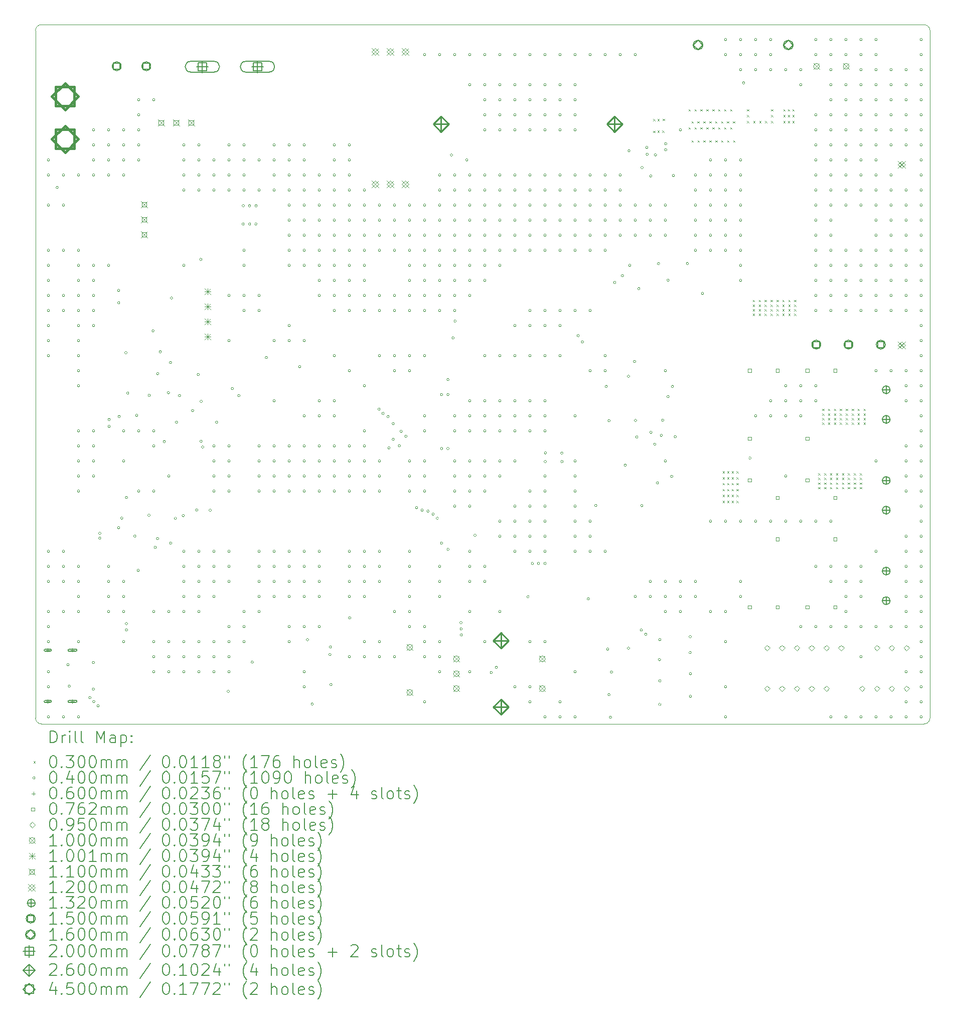
<source format=gbr>
%FSLAX45Y45*%
G04 Gerber Fmt 4.5, Leading zero omitted, Abs format (unit mm)*
G04 Created by KiCad (PCBNEW 6.0.1-79c1e3a40b~116~ubuntu20.04.1) date 2022-02-02 21:52:59*
%MOMM*%
%LPD*%
G01*
G04 APERTURE LIST*
%TA.AperFunction,Profile*%
%ADD10C,0.100000*%
%TD*%
%ADD11C,0.200000*%
%ADD12C,0.030000*%
%ADD13C,0.040000*%
%ADD14C,0.060000*%
%ADD15C,0.076200*%
%ADD16C,0.095000*%
%ADD17C,0.100000*%
%ADD18C,0.100076*%
%ADD19C,0.110000*%
%ADD20C,0.120000*%
%ADD21C,0.132000*%
%ADD22C,0.150000*%
%ADD23C,0.160000*%
%ADD24C,0.260000*%
%ADD25C,0.450000*%
G04 APERTURE END LIST*
D10*
X6943711Y-4329500D02*
X6943711Y-15929789D01*
X21944000Y-4229500D02*
X7043711Y-4229500D01*
X22044000Y-15930500D02*
X22044000Y-4329500D01*
X7043711Y-16029789D02*
X21944000Y-16030500D01*
X7043711Y-4229500D02*
G75*
G03*
X6943711Y-4329500I0J-100000D01*
G01*
X22044000Y-4329500D02*
G75*
G03*
X21944000Y-4229500I-100000J0D01*
G01*
X21944000Y-16030500D02*
G75*
G03*
X22044000Y-15930500I0J100000D01*
G01*
X6943711Y-15929789D02*
G75*
G03*
X7043711Y-16029789I100000J0D01*
G01*
D11*
D12*
X17369200Y-6020871D02*
X17399200Y-6050871D01*
X17399200Y-6020871D02*
X17369200Y-6050871D01*
X17369200Y-5821129D02*
X17399200Y-5851129D01*
X17399200Y-5821129D02*
X17369200Y-5851129D01*
X17444438Y-6018550D02*
X17474438Y-6048550D01*
X17474438Y-6018550D02*
X17444438Y-6048550D01*
X17445000Y-5823450D02*
X17475000Y-5853450D01*
X17475000Y-5823450D02*
X17445000Y-5853450D01*
X17525000Y-6017500D02*
X17555000Y-6047500D01*
X17555000Y-6017500D02*
X17525000Y-6047500D01*
X17530177Y-5818855D02*
X17560177Y-5848855D01*
X17560177Y-5818855D02*
X17530177Y-5848855D01*
X17969103Y-5655000D02*
X17999103Y-5685000D01*
X17999103Y-5655000D02*
X17969103Y-5685000D01*
X17969103Y-5960000D02*
X17999103Y-5990000D01*
X17999103Y-5960000D02*
X17969103Y-5990000D01*
X18017677Y-5860000D02*
X18047677Y-5890000D01*
X18047677Y-5860000D02*
X18017677Y-5890000D01*
X18020177Y-6182500D02*
X18050177Y-6212500D01*
X18050177Y-6182500D02*
X18020177Y-6212500D01*
X18069103Y-5655000D02*
X18099103Y-5685000D01*
X18099103Y-5655000D02*
X18069103Y-5685000D01*
X18069103Y-5960000D02*
X18099103Y-5990000D01*
X18099103Y-5960000D02*
X18069103Y-5990000D01*
X18117677Y-5860000D02*
X18147677Y-5890000D01*
X18147677Y-5860000D02*
X18117677Y-5890000D01*
X18120177Y-6182500D02*
X18150177Y-6212500D01*
X18150177Y-6182500D02*
X18120177Y-6212500D01*
X18168927Y-5655000D02*
X18198927Y-5685000D01*
X18198927Y-5655000D02*
X18168927Y-5685000D01*
X18168927Y-5960000D02*
X18198927Y-5990000D01*
X18198927Y-5960000D02*
X18168927Y-5990000D01*
X18217500Y-5860000D02*
X18247500Y-5890000D01*
X18247500Y-5860000D02*
X18217500Y-5890000D01*
X18220000Y-6182500D02*
X18250000Y-6212500D01*
X18250000Y-6182500D02*
X18220000Y-6212500D01*
X18268927Y-5655000D02*
X18298927Y-5685000D01*
X18298927Y-5655000D02*
X18268927Y-5685000D01*
X18268927Y-5960000D02*
X18298927Y-5990000D01*
X18298927Y-5960000D02*
X18268927Y-5990000D01*
X18317500Y-5860000D02*
X18347500Y-5890000D01*
X18347500Y-5860000D02*
X18317500Y-5890000D01*
X18320000Y-6182500D02*
X18350000Y-6212500D01*
X18350000Y-6182500D02*
X18320000Y-6212500D01*
X18368927Y-5655000D02*
X18398927Y-5685000D01*
X18398927Y-5655000D02*
X18368927Y-5685000D01*
X18368927Y-5960000D02*
X18398927Y-5990000D01*
X18398927Y-5960000D02*
X18368927Y-5990000D01*
X18417500Y-5860000D02*
X18447500Y-5890000D01*
X18447500Y-5860000D02*
X18417500Y-5890000D01*
X18420000Y-6182500D02*
X18450000Y-6212500D01*
X18450000Y-6182500D02*
X18420000Y-6212500D01*
X18468927Y-5655000D02*
X18498927Y-5685000D01*
X18498927Y-5655000D02*
X18468927Y-5685000D01*
X18468927Y-5960000D02*
X18498927Y-5990000D01*
X18498927Y-5960000D02*
X18468927Y-5990000D01*
X18517500Y-5860000D02*
X18547500Y-5890000D01*
X18547500Y-5860000D02*
X18517500Y-5890000D01*
X18520000Y-6182500D02*
X18550000Y-6212500D01*
X18550000Y-6182500D02*
X18520000Y-6212500D01*
X18542500Y-11765000D02*
X18572500Y-11795000D01*
X18572500Y-11765000D02*
X18542500Y-11795000D01*
X18542500Y-11865000D02*
X18572500Y-11895000D01*
X18572500Y-11865000D02*
X18542500Y-11895000D01*
X18542500Y-11965000D02*
X18572500Y-11995000D01*
X18572500Y-11965000D02*
X18542500Y-11995000D01*
X18542500Y-12065000D02*
X18572500Y-12095000D01*
X18572500Y-12065000D02*
X18542500Y-12095000D01*
X18542500Y-12165000D02*
X18572500Y-12195000D01*
X18572500Y-12165000D02*
X18542500Y-12195000D01*
X18542500Y-12265000D02*
X18572500Y-12295000D01*
X18572500Y-12265000D02*
X18542500Y-12295000D01*
X18568927Y-5655000D02*
X18598927Y-5685000D01*
X18598927Y-5655000D02*
X18568927Y-5685000D01*
X18568927Y-5960000D02*
X18598927Y-5990000D01*
X18598927Y-5960000D02*
X18568927Y-5990000D01*
X18617500Y-5860000D02*
X18647500Y-5890000D01*
X18647500Y-5860000D02*
X18617500Y-5890000D01*
X18620000Y-6182500D02*
X18650000Y-6212500D01*
X18650000Y-6182500D02*
X18620000Y-6212500D01*
X18620000Y-11765000D02*
X18650000Y-11795000D01*
X18650000Y-11765000D02*
X18620000Y-11795000D01*
X18620000Y-11865000D02*
X18650000Y-11895000D01*
X18650000Y-11865000D02*
X18620000Y-11895000D01*
X18620000Y-11965000D02*
X18650000Y-11995000D01*
X18650000Y-11965000D02*
X18620000Y-11995000D01*
X18620000Y-12065000D02*
X18650000Y-12095000D01*
X18650000Y-12065000D02*
X18620000Y-12095000D01*
X18620000Y-12165000D02*
X18650000Y-12195000D01*
X18650000Y-12165000D02*
X18620000Y-12195000D01*
X18620000Y-12265000D02*
X18650000Y-12295000D01*
X18650000Y-12265000D02*
X18620000Y-12295000D01*
X18668927Y-5655000D02*
X18698927Y-5685000D01*
X18698927Y-5655000D02*
X18668927Y-5685000D01*
X18668927Y-5960000D02*
X18698927Y-5990000D01*
X18698927Y-5960000D02*
X18668927Y-5990000D01*
X18697500Y-11765000D02*
X18727500Y-11795000D01*
X18727500Y-11765000D02*
X18697500Y-11795000D01*
X18697500Y-11865000D02*
X18727500Y-11895000D01*
X18727500Y-11865000D02*
X18697500Y-11895000D01*
X18697500Y-11965000D02*
X18727500Y-11995000D01*
X18727500Y-11965000D02*
X18697500Y-11995000D01*
X18697500Y-12065000D02*
X18727500Y-12095000D01*
X18727500Y-12065000D02*
X18697500Y-12095000D01*
X18697500Y-12165000D02*
X18727500Y-12195000D01*
X18727500Y-12165000D02*
X18697500Y-12195000D01*
X18697500Y-12265000D02*
X18727500Y-12295000D01*
X18727500Y-12265000D02*
X18697500Y-12295000D01*
X18717500Y-5860000D02*
X18747500Y-5890000D01*
X18747500Y-5860000D02*
X18717500Y-5890000D01*
X18720000Y-6182500D02*
X18750000Y-6212500D01*
X18750000Y-6182500D02*
X18720000Y-6212500D01*
X18775000Y-11765000D02*
X18805000Y-11795000D01*
X18805000Y-11765000D02*
X18775000Y-11795000D01*
X18775000Y-11865000D02*
X18805000Y-11895000D01*
X18805000Y-11865000D02*
X18775000Y-11895000D01*
X18775000Y-11965000D02*
X18805000Y-11995000D01*
X18805000Y-11965000D02*
X18775000Y-11995000D01*
X18775000Y-12065000D02*
X18805000Y-12095000D01*
X18805000Y-12065000D02*
X18775000Y-12095000D01*
X18775000Y-12165000D02*
X18805000Y-12195000D01*
X18805000Y-12165000D02*
X18775000Y-12195000D01*
X18775000Y-12265000D02*
X18805000Y-12295000D01*
X18805000Y-12265000D02*
X18775000Y-12295000D01*
X18955000Y-5655000D02*
X18985000Y-5685000D01*
X18985000Y-5655000D02*
X18955000Y-5685000D01*
X18955000Y-5755000D02*
X18985000Y-5785000D01*
X18985000Y-5755000D02*
X18955000Y-5785000D01*
X18955000Y-5855000D02*
X18985000Y-5885000D01*
X18985000Y-5855000D02*
X18955000Y-5885000D01*
X19052500Y-8875000D02*
X19082500Y-8905000D01*
X19082500Y-8875000D02*
X19052500Y-8905000D01*
X19052500Y-8952500D02*
X19082500Y-8982500D01*
X19082500Y-8952500D02*
X19052500Y-8982500D01*
X19052500Y-9030000D02*
X19082500Y-9060000D01*
X19082500Y-9030000D02*
X19052500Y-9060000D01*
X19052500Y-9107500D02*
X19082500Y-9137500D01*
X19082500Y-9107500D02*
X19052500Y-9137500D01*
X19060000Y-5855000D02*
X19090000Y-5885000D01*
X19090000Y-5855000D02*
X19060000Y-5885000D01*
X19152500Y-8875000D02*
X19182500Y-8905000D01*
X19182500Y-8875000D02*
X19152500Y-8905000D01*
X19152500Y-8952500D02*
X19182500Y-8982500D01*
X19182500Y-8952500D02*
X19152500Y-8982500D01*
X19152500Y-9030000D02*
X19182500Y-9060000D01*
X19182500Y-9030000D02*
X19152500Y-9060000D01*
X19152500Y-9107500D02*
X19182500Y-9137500D01*
X19182500Y-9107500D02*
X19152500Y-9137500D01*
X19160000Y-5855000D02*
X19190000Y-5885000D01*
X19190000Y-5855000D02*
X19160000Y-5885000D01*
X19252500Y-8875000D02*
X19282500Y-8905000D01*
X19282500Y-8875000D02*
X19252500Y-8905000D01*
X19252500Y-8952500D02*
X19282500Y-8982500D01*
X19282500Y-8952500D02*
X19252500Y-8982500D01*
X19252500Y-9030000D02*
X19282500Y-9060000D01*
X19282500Y-9030000D02*
X19252500Y-9060000D01*
X19252500Y-9107500D02*
X19282500Y-9137500D01*
X19282500Y-9107500D02*
X19252500Y-9137500D01*
X19260000Y-5855000D02*
X19290000Y-5885000D01*
X19290000Y-5855000D02*
X19260000Y-5885000D01*
X19352500Y-8875000D02*
X19382500Y-8905000D01*
X19382500Y-8875000D02*
X19352500Y-8905000D01*
X19352500Y-8952500D02*
X19382500Y-8982500D01*
X19382500Y-8952500D02*
X19352500Y-8982500D01*
X19352500Y-9030000D02*
X19382500Y-9060000D01*
X19382500Y-9030000D02*
X19352500Y-9060000D01*
X19352500Y-9107500D02*
X19382500Y-9137500D01*
X19382500Y-9107500D02*
X19352500Y-9137500D01*
X19360000Y-5655000D02*
X19390000Y-5685000D01*
X19390000Y-5655000D02*
X19360000Y-5685000D01*
X19360000Y-5755000D02*
X19390000Y-5785000D01*
X19390000Y-5755000D02*
X19360000Y-5785000D01*
X19360000Y-5855000D02*
X19390000Y-5885000D01*
X19390000Y-5855000D02*
X19360000Y-5885000D01*
X19452500Y-8875000D02*
X19482500Y-8905000D01*
X19482500Y-8875000D02*
X19452500Y-8905000D01*
X19452500Y-8952500D02*
X19482500Y-8982500D01*
X19482500Y-8952500D02*
X19452500Y-8982500D01*
X19452500Y-9030000D02*
X19482500Y-9060000D01*
X19482500Y-9030000D02*
X19452500Y-9060000D01*
X19452500Y-9107500D02*
X19482500Y-9137500D01*
X19482500Y-9107500D02*
X19452500Y-9137500D01*
X19552500Y-8875000D02*
X19582500Y-8905000D01*
X19582500Y-8875000D02*
X19552500Y-8905000D01*
X19552500Y-8952500D02*
X19582500Y-8982500D01*
X19582500Y-8952500D02*
X19552500Y-8982500D01*
X19552500Y-9030000D02*
X19582500Y-9060000D01*
X19582500Y-9030000D02*
X19552500Y-9060000D01*
X19552500Y-9107500D02*
X19582500Y-9137500D01*
X19582500Y-9107500D02*
X19552500Y-9137500D01*
X19567500Y-5655000D02*
X19597500Y-5685000D01*
X19597500Y-5655000D02*
X19567500Y-5685000D01*
X19567500Y-5755000D02*
X19597500Y-5785000D01*
X19597500Y-5755000D02*
X19567500Y-5785000D01*
X19567500Y-5855000D02*
X19597500Y-5885000D01*
X19597500Y-5855000D02*
X19567500Y-5885000D01*
X19645000Y-5655000D02*
X19675000Y-5685000D01*
X19675000Y-5655000D02*
X19645000Y-5685000D01*
X19645000Y-5755000D02*
X19675000Y-5785000D01*
X19675000Y-5755000D02*
X19645000Y-5785000D01*
X19645000Y-5855000D02*
X19675000Y-5885000D01*
X19675000Y-5855000D02*
X19645000Y-5885000D01*
X19652500Y-8875000D02*
X19682500Y-8905000D01*
X19682500Y-8875000D02*
X19652500Y-8905000D01*
X19652500Y-8952500D02*
X19682500Y-8982500D01*
X19682500Y-8952500D02*
X19652500Y-8982500D01*
X19652500Y-9030000D02*
X19682500Y-9060000D01*
X19682500Y-9030000D02*
X19652500Y-9060000D01*
X19652500Y-9107500D02*
X19682500Y-9137500D01*
X19682500Y-9107500D02*
X19652500Y-9137500D01*
X19722500Y-5655000D02*
X19752500Y-5685000D01*
X19752500Y-5655000D02*
X19722500Y-5685000D01*
X19722500Y-5755000D02*
X19752500Y-5785000D01*
X19752500Y-5755000D02*
X19722500Y-5785000D01*
X19722500Y-5855000D02*
X19752500Y-5885000D01*
X19752500Y-5855000D02*
X19722500Y-5885000D01*
X19752500Y-8875000D02*
X19782500Y-8905000D01*
X19782500Y-8875000D02*
X19752500Y-8905000D01*
X19752500Y-8952500D02*
X19782500Y-8982500D01*
X19782500Y-8952500D02*
X19752500Y-8982500D01*
X19752500Y-9030000D02*
X19782500Y-9060000D01*
X19782500Y-9030000D02*
X19752500Y-9060000D01*
X19752500Y-9107500D02*
X19782500Y-9137500D01*
X19782500Y-9107500D02*
X19752500Y-9137500D01*
X20157500Y-11800000D02*
X20187500Y-11830000D01*
X20187500Y-11800000D02*
X20157500Y-11830000D01*
X20157500Y-11877500D02*
X20187500Y-11907500D01*
X20187500Y-11877500D02*
X20157500Y-11907500D01*
X20157500Y-11955000D02*
X20187500Y-11985000D01*
X20187500Y-11955000D02*
X20157500Y-11985000D01*
X20157500Y-12032500D02*
X20187500Y-12062500D01*
X20187500Y-12032500D02*
X20157500Y-12062500D01*
X20222500Y-10712500D02*
X20252500Y-10742500D01*
X20252500Y-10712500D02*
X20222500Y-10742500D01*
X20222500Y-10790000D02*
X20252500Y-10820000D01*
X20252500Y-10790000D02*
X20222500Y-10820000D01*
X20222500Y-10867500D02*
X20252500Y-10897500D01*
X20252500Y-10867500D02*
X20222500Y-10897500D01*
X20222500Y-10945000D02*
X20252500Y-10975000D01*
X20252500Y-10945000D02*
X20222500Y-10975000D01*
X20257500Y-11800000D02*
X20287500Y-11830000D01*
X20287500Y-11800000D02*
X20257500Y-11830000D01*
X20257500Y-11877500D02*
X20287500Y-11907500D01*
X20287500Y-11877500D02*
X20257500Y-11907500D01*
X20257500Y-11955000D02*
X20287500Y-11985000D01*
X20287500Y-11955000D02*
X20257500Y-11985000D01*
X20257500Y-12032500D02*
X20287500Y-12062500D01*
X20287500Y-12032500D02*
X20257500Y-12062500D01*
X20322500Y-10712500D02*
X20352500Y-10742500D01*
X20352500Y-10712500D02*
X20322500Y-10742500D01*
X20322500Y-10790000D02*
X20352500Y-10820000D01*
X20352500Y-10790000D02*
X20322500Y-10820000D01*
X20322500Y-10867500D02*
X20352500Y-10897500D01*
X20352500Y-10867500D02*
X20322500Y-10897500D01*
X20322500Y-10945000D02*
X20352500Y-10975000D01*
X20352500Y-10945000D02*
X20322500Y-10975000D01*
X20357500Y-11800000D02*
X20387500Y-11830000D01*
X20387500Y-11800000D02*
X20357500Y-11830000D01*
X20357500Y-11877500D02*
X20387500Y-11907500D01*
X20387500Y-11877500D02*
X20357500Y-11907500D01*
X20357500Y-11955000D02*
X20387500Y-11985000D01*
X20387500Y-11955000D02*
X20357500Y-11985000D01*
X20357500Y-12032500D02*
X20387500Y-12062500D01*
X20387500Y-12032500D02*
X20357500Y-12062500D01*
X20422500Y-10712500D02*
X20452500Y-10742500D01*
X20452500Y-10712500D02*
X20422500Y-10742500D01*
X20422500Y-10790000D02*
X20452500Y-10820000D01*
X20452500Y-10790000D02*
X20422500Y-10820000D01*
X20422500Y-10867500D02*
X20452500Y-10897500D01*
X20452500Y-10867500D02*
X20422500Y-10897500D01*
X20422500Y-10945000D02*
X20452500Y-10975000D01*
X20452500Y-10945000D02*
X20422500Y-10975000D01*
X20457500Y-11800000D02*
X20487500Y-11830000D01*
X20487500Y-11800000D02*
X20457500Y-11830000D01*
X20457500Y-11877500D02*
X20487500Y-11907500D01*
X20487500Y-11877500D02*
X20457500Y-11907500D01*
X20457500Y-11955000D02*
X20487500Y-11985000D01*
X20487500Y-11955000D02*
X20457500Y-11985000D01*
X20457500Y-12032500D02*
X20487500Y-12062500D01*
X20487500Y-12032500D02*
X20457500Y-12062500D01*
X20522500Y-10712500D02*
X20552500Y-10742500D01*
X20552500Y-10712500D02*
X20522500Y-10742500D01*
X20522500Y-10790000D02*
X20552500Y-10820000D01*
X20552500Y-10790000D02*
X20522500Y-10820000D01*
X20522500Y-10867500D02*
X20552500Y-10897500D01*
X20552500Y-10867500D02*
X20522500Y-10897500D01*
X20522500Y-10945000D02*
X20552500Y-10975000D01*
X20552500Y-10945000D02*
X20522500Y-10975000D01*
X20557500Y-11800000D02*
X20587500Y-11830000D01*
X20587500Y-11800000D02*
X20557500Y-11830000D01*
X20557500Y-11877500D02*
X20587500Y-11907500D01*
X20587500Y-11877500D02*
X20557500Y-11907500D01*
X20557500Y-11955000D02*
X20587500Y-11985000D01*
X20587500Y-11955000D02*
X20557500Y-11985000D01*
X20557500Y-12032500D02*
X20587500Y-12062500D01*
X20587500Y-12032500D02*
X20557500Y-12062500D01*
X20622500Y-10712500D02*
X20652500Y-10742500D01*
X20652500Y-10712500D02*
X20622500Y-10742500D01*
X20622500Y-10790000D02*
X20652500Y-10820000D01*
X20652500Y-10790000D02*
X20622500Y-10820000D01*
X20622500Y-10867500D02*
X20652500Y-10897500D01*
X20652500Y-10867500D02*
X20622500Y-10897500D01*
X20622500Y-10945000D02*
X20652500Y-10975000D01*
X20652500Y-10945000D02*
X20622500Y-10975000D01*
X20657500Y-11800000D02*
X20687500Y-11830000D01*
X20687500Y-11800000D02*
X20657500Y-11830000D01*
X20657500Y-11877500D02*
X20687500Y-11907500D01*
X20687500Y-11877500D02*
X20657500Y-11907500D01*
X20657500Y-11955000D02*
X20687500Y-11985000D01*
X20687500Y-11955000D02*
X20657500Y-11985000D01*
X20657500Y-12032500D02*
X20687500Y-12062500D01*
X20687500Y-12032500D02*
X20657500Y-12062500D01*
X20722500Y-10712500D02*
X20752500Y-10742500D01*
X20752500Y-10712500D02*
X20722500Y-10742500D01*
X20722500Y-10790000D02*
X20752500Y-10820000D01*
X20752500Y-10790000D02*
X20722500Y-10820000D01*
X20722500Y-10867500D02*
X20752500Y-10897500D01*
X20752500Y-10867500D02*
X20722500Y-10897500D01*
X20722500Y-10945000D02*
X20752500Y-10975000D01*
X20752500Y-10945000D02*
X20722500Y-10975000D01*
X20757500Y-11800000D02*
X20787500Y-11830000D01*
X20787500Y-11800000D02*
X20757500Y-11830000D01*
X20757500Y-11877500D02*
X20787500Y-11907500D01*
X20787500Y-11877500D02*
X20757500Y-11907500D01*
X20757500Y-11955000D02*
X20787500Y-11985000D01*
X20787500Y-11955000D02*
X20757500Y-11985000D01*
X20757500Y-12032500D02*
X20787500Y-12062500D01*
X20787500Y-12032500D02*
X20757500Y-12062500D01*
X20822500Y-10712500D02*
X20852500Y-10742500D01*
X20852500Y-10712500D02*
X20822500Y-10742500D01*
X20822500Y-10790000D02*
X20852500Y-10820000D01*
X20852500Y-10790000D02*
X20822500Y-10820000D01*
X20822500Y-10867500D02*
X20852500Y-10897500D01*
X20852500Y-10867500D02*
X20822500Y-10897500D01*
X20822500Y-10945000D02*
X20852500Y-10975000D01*
X20852500Y-10945000D02*
X20822500Y-10975000D01*
X20857500Y-11800000D02*
X20887500Y-11830000D01*
X20887500Y-11800000D02*
X20857500Y-11830000D01*
X20857500Y-11877500D02*
X20887500Y-11907500D01*
X20887500Y-11877500D02*
X20857500Y-11907500D01*
X20857500Y-11955000D02*
X20887500Y-11985000D01*
X20887500Y-11955000D02*
X20857500Y-11985000D01*
X20857500Y-12032500D02*
X20887500Y-12062500D01*
X20887500Y-12032500D02*
X20857500Y-12062500D01*
X20922500Y-10712500D02*
X20952500Y-10742500D01*
X20952500Y-10712500D02*
X20922500Y-10742500D01*
X20922500Y-10790000D02*
X20952500Y-10820000D01*
X20952500Y-10790000D02*
X20922500Y-10820000D01*
X20922500Y-10867500D02*
X20952500Y-10897500D01*
X20952500Y-10867500D02*
X20922500Y-10897500D01*
X20922500Y-10945000D02*
X20952500Y-10975000D01*
X20952500Y-10945000D02*
X20922500Y-10975000D01*
D13*
X7181469Y-6513500D02*
G75*
G03*
X7181469Y-6513500I-20000J0D01*
G01*
X7181469Y-6767500D02*
G75*
G03*
X7181469Y-6767500I-20000J0D01*
G01*
X7181469Y-7275500D02*
G75*
G03*
X7181469Y-7275500I-20000J0D01*
G01*
X7181469Y-8037500D02*
G75*
G03*
X7181469Y-8037500I-20000J0D01*
G01*
X7181469Y-8291500D02*
G75*
G03*
X7181469Y-8291500I-20000J0D01*
G01*
X7181469Y-8545500D02*
G75*
G03*
X7181469Y-8545500I-20000J0D01*
G01*
X7181469Y-8799500D02*
G75*
G03*
X7181469Y-8799500I-20000J0D01*
G01*
X7181469Y-9053500D02*
G75*
G03*
X7181469Y-9053500I-20000J0D01*
G01*
X7181469Y-9307500D02*
G75*
G03*
X7181469Y-9307500I-20000J0D01*
G01*
X7181469Y-9561500D02*
G75*
G03*
X7181469Y-9561500I-20000J0D01*
G01*
X7181469Y-9815500D02*
G75*
G03*
X7181469Y-9815500I-20000J0D01*
G01*
X7181469Y-13117500D02*
G75*
G03*
X7181469Y-13117500I-20000J0D01*
G01*
X7181469Y-13371500D02*
G75*
G03*
X7181469Y-13371500I-20000J0D01*
G01*
X7181469Y-13625500D02*
G75*
G03*
X7181469Y-13625500I-20000J0D01*
G01*
X7181469Y-14133500D02*
G75*
G03*
X7181469Y-14133500I-20000J0D01*
G01*
X7181469Y-14387500D02*
G75*
G03*
X7181469Y-14387500I-20000J0D01*
G01*
X7181469Y-14641500D02*
G75*
G03*
X7181469Y-14641500I-20000J0D01*
G01*
X7181469Y-15149500D02*
G75*
G03*
X7181469Y-15149500I-20000J0D01*
G01*
X7181469Y-15403500D02*
G75*
G03*
X7181469Y-15403500I-20000J0D01*
G01*
X7181469Y-15911500D02*
G75*
G03*
X7181469Y-15911500I-20000J0D01*
G01*
X7330000Y-6977500D02*
G75*
G03*
X7330000Y-6977500I-20000J0D01*
G01*
X7435469Y-6767500D02*
G75*
G03*
X7435469Y-6767500I-20000J0D01*
G01*
X7435469Y-7275500D02*
G75*
G03*
X7435469Y-7275500I-20000J0D01*
G01*
X7435469Y-8037500D02*
G75*
G03*
X7435469Y-8037500I-20000J0D01*
G01*
X7435469Y-8799500D02*
G75*
G03*
X7435469Y-8799500I-20000J0D01*
G01*
X7435469Y-9053500D02*
G75*
G03*
X7435469Y-9053500I-20000J0D01*
G01*
X7435469Y-13117500D02*
G75*
G03*
X7435469Y-13117500I-20000J0D01*
G01*
X7435469Y-13371500D02*
G75*
G03*
X7435469Y-13371500I-20000J0D01*
G01*
X7435469Y-13625500D02*
G75*
G03*
X7435469Y-13625500I-20000J0D01*
G01*
X7435469Y-14133500D02*
G75*
G03*
X7435469Y-14133500I-20000J0D01*
G01*
X7435469Y-15911500D02*
G75*
G03*
X7435469Y-15911500I-20000J0D01*
G01*
X7512500Y-15030000D02*
G75*
G03*
X7512500Y-15030000I-20000J0D01*
G01*
X7535000Y-15392500D02*
G75*
G03*
X7535000Y-15392500I-20000J0D01*
G01*
X7689469Y-6767500D02*
G75*
G03*
X7689469Y-6767500I-20000J0D01*
G01*
X7689469Y-8037500D02*
G75*
G03*
X7689469Y-8037500I-20000J0D01*
G01*
X7689469Y-8291500D02*
G75*
G03*
X7689469Y-8291500I-20000J0D01*
G01*
X7689469Y-8545500D02*
G75*
G03*
X7689469Y-8545500I-20000J0D01*
G01*
X7689469Y-8799500D02*
G75*
G03*
X7689469Y-8799500I-20000J0D01*
G01*
X7689469Y-9053500D02*
G75*
G03*
X7689469Y-9053500I-20000J0D01*
G01*
X7689469Y-9307500D02*
G75*
G03*
X7689469Y-9307500I-20000J0D01*
G01*
X7689469Y-9561500D02*
G75*
G03*
X7689469Y-9561500I-20000J0D01*
G01*
X7689469Y-9815500D02*
G75*
G03*
X7689469Y-9815500I-20000J0D01*
G01*
X7689469Y-10069500D02*
G75*
G03*
X7689469Y-10069500I-20000J0D01*
G01*
X7689469Y-10323500D02*
G75*
G03*
X7689469Y-10323500I-20000J0D01*
G01*
X7689469Y-11085500D02*
G75*
G03*
X7689469Y-11085500I-20000J0D01*
G01*
X7689469Y-11339500D02*
G75*
G03*
X7689469Y-11339500I-20000J0D01*
G01*
X7689469Y-11593500D02*
G75*
G03*
X7689469Y-11593500I-20000J0D01*
G01*
X7689469Y-11847500D02*
G75*
G03*
X7689469Y-11847500I-20000J0D01*
G01*
X7689469Y-12101500D02*
G75*
G03*
X7689469Y-12101500I-20000J0D01*
G01*
X7689469Y-13371500D02*
G75*
G03*
X7689469Y-13371500I-20000J0D01*
G01*
X7689469Y-13625500D02*
G75*
G03*
X7689469Y-13625500I-20000J0D01*
G01*
X7689469Y-13879500D02*
G75*
G03*
X7689469Y-13879500I-20000J0D01*
G01*
X7689469Y-14133500D02*
G75*
G03*
X7689469Y-14133500I-20000J0D01*
G01*
X7689469Y-14641500D02*
G75*
G03*
X7689469Y-14641500I-20000J0D01*
G01*
X7689469Y-15911500D02*
G75*
G03*
X7689469Y-15911500I-20000J0D01*
G01*
X7884000Y-15586500D02*
G75*
G03*
X7884000Y-15586500I-20000J0D01*
G01*
X7942500Y-14992500D02*
G75*
G03*
X7942500Y-14992500I-20000J0D01*
G01*
X7942500Y-15442500D02*
G75*
G03*
X7942500Y-15442500I-20000J0D01*
G01*
X7943469Y-6005500D02*
G75*
G03*
X7943469Y-6005500I-20000J0D01*
G01*
X7943469Y-6259500D02*
G75*
G03*
X7943469Y-6259500I-20000J0D01*
G01*
X7943469Y-6513500D02*
G75*
G03*
X7943469Y-6513500I-20000J0D01*
G01*
X7943469Y-6767500D02*
G75*
G03*
X7943469Y-6767500I-20000J0D01*
G01*
X7943469Y-8291500D02*
G75*
G03*
X7943469Y-8291500I-20000J0D01*
G01*
X7943469Y-8545500D02*
G75*
G03*
X7943469Y-8545500I-20000J0D01*
G01*
X7943469Y-8799500D02*
G75*
G03*
X7943469Y-8799500I-20000J0D01*
G01*
X7943469Y-9053500D02*
G75*
G03*
X7943469Y-9053500I-20000J0D01*
G01*
X7943469Y-9307500D02*
G75*
G03*
X7943469Y-9307500I-20000J0D01*
G01*
X7943469Y-11085500D02*
G75*
G03*
X7943469Y-11085500I-20000J0D01*
G01*
X7943469Y-11339500D02*
G75*
G03*
X7943469Y-11339500I-20000J0D01*
G01*
X7943469Y-11593500D02*
G75*
G03*
X7943469Y-11593500I-20000J0D01*
G01*
X7943469Y-11847500D02*
G75*
G03*
X7943469Y-11847500I-20000J0D01*
G01*
X7949000Y-15652500D02*
G75*
G03*
X7949000Y-15652500I-20000J0D01*
G01*
X8022000Y-15724500D02*
G75*
G03*
X8022000Y-15724500I-20000J0D01*
G01*
X8050000Y-12812500D02*
G75*
G03*
X8050000Y-12812500I-20000J0D01*
G01*
X8050000Y-12895000D02*
G75*
G03*
X8050000Y-12895000I-20000J0D01*
G01*
X8197469Y-6005500D02*
G75*
G03*
X8197469Y-6005500I-20000J0D01*
G01*
X8197469Y-6259500D02*
G75*
G03*
X8197469Y-6259500I-20000J0D01*
G01*
X8197469Y-6513500D02*
G75*
G03*
X8197469Y-6513500I-20000J0D01*
G01*
X8197469Y-6767500D02*
G75*
G03*
X8197469Y-6767500I-20000J0D01*
G01*
X8197469Y-8291500D02*
G75*
G03*
X8197469Y-8291500I-20000J0D01*
G01*
X8197469Y-13371500D02*
G75*
G03*
X8197469Y-13371500I-20000J0D01*
G01*
X8197469Y-13625500D02*
G75*
G03*
X8197469Y-13625500I-20000J0D01*
G01*
X8197469Y-13879500D02*
G75*
G03*
X8197469Y-13879500I-20000J0D01*
G01*
X8197469Y-14133500D02*
G75*
G03*
X8197469Y-14133500I-20000J0D01*
G01*
X8207500Y-10892500D02*
G75*
G03*
X8207500Y-10892500I-20000J0D01*
G01*
X8207500Y-11007500D02*
G75*
G03*
X8207500Y-11007500I-20000J0D01*
G01*
X8367500Y-8715000D02*
G75*
G03*
X8367500Y-8715000I-20000J0D01*
G01*
X8367500Y-12717500D02*
G75*
G03*
X8367500Y-12717500I-20000J0D01*
G01*
X8368700Y-8922500D02*
G75*
G03*
X8368700Y-8922500I-20000J0D01*
G01*
X8376250Y-10842500D02*
G75*
G03*
X8376250Y-10842500I-20000J0D01*
G01*
X8421105Y-12557395D02*
G75*
G03*
X8421105Y-12557395I-20000J0D01*
G01*
X8451469Y-6005500D02*
G75*
G03*
X8451469Y-6005500I-20000J0D01*
G01*
X8451469Y-6259500D02*
G75*
G03*
X8451469Y-6259500I-20000J0D01*
G01*
X8451469Y-6513500D02*
G75*
G03*
X8451469Y-6513500I-20000J0D01*
G01*
X8451469Y-6767500D02*
G75*
G03*
X8451469Y-6767500I-20000J0D01*
G01*
X8451469Y-11085500D02*
G75*
G03*
X8451469Y-11085500I-20000J0D01*
G01*
X8451469Y-11593500D02*
G75*
G03*
X8451469Y-11593500I-20000J0D01*
G01*
X8451469Y-13625500D02*
G75*
G03*
X8451469Y-13625500I-20000J0D01*
G01*
X8451469Y-13879500D02*
G75*
G03*
X8451469Y-13879500I-20000J0D01*
G01*
X8451469Y-14133500D02*
G75*
G03*
X8451469Y-14133500I-20000J0D01*
G01*
X8451469Y-14641500D02*
G75*
G03*
X8451469Y-14641500I-20000J0D01*
G01*
X8490000Y-9765000D02*
G75*
G03*
X8490000Y-9765000I-20000J0D01*
G01*
X8500000Y-12209500D02*
G75*
G03*
X8500000Y-12209500I-20000J0D01*
G01*
X8500000Y-14337500D02*
G75*
G03*
X8500000Y-14337500I-20000J0D01*
G01*
X8500000Y-14442500D02*
G75*
G03*
X8500000Y-14442500I-20000J0D01*
G01*
X8521250Y-10447500D02*
G75*
G03*
X8521250Y-10447500I-20000J0D01*
G01*
X8641000Y-12859500D02*
G75*
G03*
X8641000Y-12859500I-20000J0D01*
G01*
X8673745Y-10822545D02*
G75*
G03*
X8673745Y-10822545I-20000J0D01*
G01*
X8697500Y-13437500D02*
G75*
G03*
X8697500Y-13437500I-20000J0D01*
G01*
X8705469Y-5497500D02*
G75*
G03*
X8705469Y-5497500I-20000J0D01*
G01*
X8705469Y-5751500D02*
G75*
G03*
X8705469Y-5751500I-20000J0D01*
G01*
X8705469Y-6005500D02*
G75*
G03*
X8705469Y-6005500I-20000J0D01*
G01*
X8705469Y-6259500D02*
G75*
G03*
X8705469Y-6259500I-20000J0D01*
G01*
X8705469Y-6513500D02*
G75*
G03*
X8705469Y-6513500I-20000J0D01*
G01*
X8705469Y-11085500D02*
G75*
G03*
X8705469Y-11085500I-20000J0D01*
G01*
X8705469Y-12101500D02*
G75*
G03*
X8705469Y-12101500I-20000J0D01*
G01*
X8880855Y-12509145D02*
G75*
G03*
X8880855Y-12509145I-20000J0D01*
G01*
X8883750Y-10485000D02*
G75*
G03*
X8883750Y-10485000I-20000J0D01*
G01*
X8948800Y-9395000D02*
G75*
G03*
X8948800Y-9395000I-20000J0D01*
G01*
X8959469Y-5497500D02*
G75*
G03*
X8959469Y-5497500I-20000J0D01*
G01*
X8959469Y-11085500D02*
G75*
G03*
X8959469Y-11085500I-20000J0D01*
G01*
X8959469Y-11339500D02*
G75*
G03*
X8959469Y-11339500I-20000J0D01*
G01*
X8959469Y-12101500D02*
G75*
G03*
X8959469Y-12101500I-20000J0D01*
G01*
X8959469Y-14133500D02*
G75*
G03*
X8959469Y-14133500I-20000J0D01*
G01*
X8959469Y-14641500D02*
G75*
G03*
X8959469Y-14641500I-20000J0D01*
G01*
X8959469Y-14895500D02*
G75*
G03*
X8959469Y-14895500I-20000J0D01*
G01*
X8959469Y-15149500D02*
G75*
G03*
X8959469Y-15149500I-20000J0D01*
G01*
X8985000Y-13050000D02*
G75*
G03*
X8985000Y-13050000I-20000J0D01*
G01*
X9025000Y-12902500D02*
G75*
G03*
X9025000Y-12902500I-20000J0D01*
G01*
X9027000Y-10118500D02*
G75*
G03*
X9027000Y-10118500I-20000J0D01*
G01*
X9071250Y-9750000D02*
G75*
G03*
X9071250Y-9750000I-20000J0D01*
G01*
X9137500Y-11265000D02*
G75*
G03*
X9137500Y-11265000I-20000J0D01*
G01*
X9208749Y-10440891D02*
G75*
G03*
X9208749Y-10440891I-20000J0D01*
G01*
X9213469Y-11847500D02*
G75*
G03*
X9213469Y-11847500I-20000J0D01*
G01*
X9213469Y-14133500D02*
G75*
G03*
X9213469Y-14133500I-20000J0D01*
G01*
X9213469Y-14641500D02*
G75*
G03*
X9213469Y-14641500I-20000J0D01*
G01*
X9213469Y-14895500D02*
G75*
G03*
X9213469Y-14895500I-20000J0D01*
G01*
X9213469Y-15149500D02*
G75*
G03*
X9213469Y-15149500I-20000J0D01*
G01*
X9243750Y-9932500D02*
G75*
G03*
X9243750Y-9932500I-20000J0D01*
G01*
X9247500Y-12977402D02*
G75*
G03*
X9247500Y-12977402I-20000J0D01*
G01*
X9260000Y-8842450D02*
G75*
G03*
X9260000Y-8842450I-20000J0D01*
G01*
X9327000Y-12560002D02*
G75*
G03*
X9327000Y-12560002I-20000J0D01*
G01*
X9344450Y-10938500D02*
G75*
G03*
X9344450Y-10938500I-20000J0D01*
G01*
X9396000Y-10488500D02*
G75*
G03*
X9396000Y-10488500I-20000J0D01*
G01*
X9458000Y-12515050D02*
G75*
G03*
X9458000Y-12515050I-20000J0D01*
G01*
X9467469Y-6259500D02*
G75*
G03*
X9467469Y-6259500I-20000J0D01*
G01*
X9467469Y-6513500D02*
G75*
G03*
X9467469Y-6513500I-20000J0D01*
G01*
X9467469Y-6767500D02*
G75*
G03*
X9467469Y-6767500I-20000J0D01*
G01*
X9467469Y-7021500D02*
G75*
G03*
X9467469Y-7021500I-20000J0D01*
G01*
X9467469Y-8291500D02*
G75*
G03*
X9467469Y-8291500I-20000J0D01*
G01*
X9467469Y-13117500D02*
G75*
G03*
X9467469Y-13117500I-20000J0D01*
G01*
X9467469Y-13371500D02*
G75*
G03*
X9467469Y-13371500I-20000J0D01*
G01*
X9467469Y-13625500D02*
G75*
G03*
X9467469Y-13625500I-20000J0D01*
G01*
X9467469Y-13879500D02*
G75*
G03*
X9467469Y-13879500I-20000J0D01*
G01*
X9467469Y-14133500D02*
G75*
G03*
X9467469Y-14133500I-20000J0D01*
G01*
X9467469Y-14641500D02*
G75*
G03*
X9467469Y-14641500I-20000J0D01*
G01*
X9467469Y-14895500D02*
G75*
G03*
X9467469Y-14895500I-20000J0D01*
G01*
X9467469Y-15149500D02*
G75*
G03*
X9467469Y-15149500I-20000J0D01*
G01*
X9617000Y-10741500D02*
G75*
G03*
X9617000Y-10741500I-20000J0D01*
G01*
X9686000Y-12420500D02*
G75*
G03*
X9686000Y-12420500I-20000J0D01*
G01*
X9711250Y-10132500D02*
G75*
G03*
X9711250Y-10132500I-20000J0D01*
G01*
X9721469Y-6259500D02*
G75*
G03*
X9721469Y-6259500I-20000J0D01*
G01*
X9721469Y-6513500D02*
G75*
G03*
X9721469Y-6513500I-20000J0D01*
G01*
X9721469Y-6767500D02*
G75*
G03*
X9721469Y-6767500I-20000J0D01*
G01*
X9721469Y-7021500D02*
G75*
G03*
X9721469Y-7021500I-20000J0D01*
G01*
X9721469Y-13117500D02*
G75*
G03*
X9721469Y-13117500I-20000J0D01*
G01*
X9721469Y-13371500D02*
G75*
G03*
X9721469Y-13371500I-20000J0D01*
G01*
X9721469Y-13625500D02*
G75*
G03*
X9721469Y-13625500I-20000J0D01*
G01*
X9721469Y-13879500D02*
G75*
G03*
X9721469Y-13879500I-20000J0D01*
G01*
X9721469Y-14133500D02*
G75*
G03*
X9721469Y-14133500I-20000J0D01*
G01*
X9721469Y-14641500D02*
G75*
G03*
X9721469Y-14641500I-20000J0D01*
G01*
X9721469Y-14895500D02*
G75*
G03*
X9721469Y-14895500I-20000J0D01*
G01*
X9721469Y-15149500D02*
G75*
G03*
X9721469Y-15149500I-20000J0D01*
G01*
X9755000Y-8190000D02*
G75*
G03*
X9755000Y-8190000I-20000J0D01*
G01*
X9759016Y-11259516D02*
G75*
G03*
X9759016Y-11259516I-20000J0D01*
G01*
X9760000Y-10587550D02*
G75*
G03*
X9760000Y-10587550I-20000J0D01*
G01*
X9785653Y-11355851D02*
G75*
G03*
X9785653Y-11355851I-20000J0D01*
G01*
X9913730Y-12425146D02*
G75*
G03*
X9913730Y-12425146I-20000J0D01*
G01*
X9975469Y-6513500D02*
G75*
G03*
X9975469Y-6513500I-20000J0D01*
G01*
X9975469Y-6767500D02*
G75*
G03*
X9975469Y-6767500I-20000J0D01*
G01*
X9975469Y-7021500D02*
G75*
G03*
X9975469Y-7021500I-20000J0D01*
G01*
X9975469Y-11339500D02*
G75*
G03*
X9975469Y-11339500I-20000J0D01*
G01*
X9975469Y-11593500D02*
G75*
G03*
X9975469Y-11593500I-20000J0D01*
G01*
X9975469Y-11847500D02*
G75*
G03*
X9975469Y-11847500I-20000J0D01*
G01*
X9975469Y-12101500D02*
G75*
G03*
X9975469Y-12101500I-20000J0D01*
G01*
X9975469Y-13117500D02*
G75*
G03*
X9975469Y-13117500I-20000J0D01*
G01*
X9975469Y-13371500D02*
G75*
G03*
X9975469Y-13371500I-20000J0D01*
G01*
X9975469Y-13625500D02*
G75*
G03*
X9975469Y-13625500I-20000J0D01*
G01*
X9975469Y-13879500D02*
G75*
G03*
X9975469Y-13879500I-20000J0D01*
G01*
X9975469Y-14641500D02*
G75*
G03*
X9975469Y-14641500I-20000J0D01*
G01*
X9975469Y-14895500D02*
G75*
G03*
X9975469Y-14895500I-20000J0D01*
G01*
X9975469Y-15149500D02*
G75*
G03*
X9975469Y-15149500I-20000J0D01*
G01*
X10021000Y-10938500D02*
G75*
G03*
X10021000Y-10938500I-20000J0D01*
G01*
X10217500Y-15480000D02*
G75*
G03*
X10217500Y-15480000I-20000J0D01*
G01*
X10229469Y-6259500D02*
G75*
G03*
X10229469Y-6259500I-20000J0D01*
G01*
X10229469Y-6513500D02*
G75*
G03*
X10229469Y-6513500I-20000J0D01*
G01*
X10229469Y-6767500D02*
G75*
G03*
X10229469Y-6767500I-20000J0D01*
G01*
X10229469Y-7021500D02*
G75*
G03*
X10229469Y-7021500I-20000J0D01*
G01*
X10229469Y-8799500D02*
G75*
G03*
X10229469Y-8799500I-20000J0D01*
G01*
X10229469Y-9561500D02*
G75*
G03*
X10229469Y-9561500I-20000J0D01*
G01*
X10229469Y-11339500D02*
G75*
G03*
X10229469Y-11339500I-20000J0D01*
G01*
X10229469Y-11593500D02*
G75*
G03*
X10229469Y-11593500I-20000J0D01*
G01*
X10229469Y-11847500D02*
G75*
G03*
X10229469Y-11847500I-20000J0D01*
G01*
X10229469Y-12101500D02*
G75*
G03*
X10229469Y-12101500I-20000J0D01*
G01*
X10229469Y-13117500D02*
G75*
G03*
X10229469Y-13117500I-20000J0D01*
G01*
X10229469Y-13371500D02*
G75*
G03*
X10229469Y-13371500I-20000J0D01*
G01*
X10229469Y-13625500D02*
G75*
G03*
X10229469Y-13625500I-20000J0D01*
G01*
X10229469Y-14387500D02*
G75*
G03*
X10229469Y-14387500I-20000J0D01*
G01*
X10229469Y-14641500D02*
G75*
G03*
X10229469Y-14641500I-20000J0D01*
G01*
X10229469Y-14895500D02*
G75*
G03*
X10229469Y-14895500I-20000J0D01*
G01*
X10229469Y-15149500D02*
G75*
G03*
X10229469Y-15149500I-20000J0D01*
G01*
X10287500Y-10372500D02*
G75*
G03*
X10287500Y-10372500I-20000J0D01*
G01*
X10397450Y-10487280D02*
G75*
G03*
X10397450Y-10487280I-20000J0D01*
G01*
X10468750Y-7592500D02*
G75*
G03*
X10468750Y-7592500I-20000J0D01*
G01*
X10472500Y-7285000D02*
G75*
G03*
X10472500Y-7285000I-20000J0D01*
G01*
X10483469Y-6259500D02*
G75*
G03*
X10483469Y-6259500I-20000J0D01*
G01*
X10483469Y-6513500D02*
G75*
G03*
X10483469Y-6513500I-20000J0D01*
G01*
X10483469Y-6767500D02*
G75*
G03*
X10483469Y-6767500I-20000J0D01*
G01*
X10483469Y-7021500D02*
G75*
G03*
X10483469Y-7021500I-20000J0D01*
G01*
X10483469Y-8037500D02*
G75*
G03*
X10483469Y-8037500I-20000J0D01*
G01*
X10483469Y-8291500D02*
G75*
G03*
X10483469Y-8291500I-20000J0D01*
G01*
X10483469Y-8799500D02*
G75*
G03*
X10483469Y-8799500I-20000J0D01*
G01*
X10483469Y-9053500D02*
G75*
G03*
X10483469Y-9053500I-20000J0D01*
G01*
X10483469Y-14133500D02*
G75*
G03*
X10483469Y-14133500I-20000J0D01*
G01*
X10483469Y-14387500D02*
G75*
G03*
X10483469Y-14387500I-20000J0D01*
G01*
X10483469Y-14641500D02*
G75*
G03*
X10483469Y-14641500I-20000J0D01*
G01*
X10577500Y-7285000D02*
G75*
G03*
X10577500Y-7285000I-20000J0D01*
G01*
X10578750Y-7592500D02*
G75*
G03*
X10578750Y-7592500I-20000J0D01*
G01*
X10624000Y-14987500D02*
G75*
G03*
X10624000Y-14987500I-20000J0D01*
G01*
X10683750Y-7592500D02*
G75*
G03*
X10683750Y-7592500I-20000J0D01*
G01*
X10687500Y-7285000D02*
G75*
G03*
X10687500Y-7285000I-20000J0D01*
G01*
X10737469Y-6513500D02*
G75*
G03*
X10737469Y-6513500I-20000J0D01*
G01*
X10737469Y-7021500D02*
G75*
G03*
X10737469Y-7021500I-20000J0D01*
G01*
X10737469Y-8799500D02*
G75*
G03*
X10737469Y-8799500I-20000J0D01*
G01*
X10737469Y-9053500D02*
G75*
G03*
X10737469Y-9053500I-20000J0D01*
G01*
X10737469Y-11339500D02*
G75*
G03*
X10737469Y-11339500I-20000J0D01*
G01*
X10737469Y-11593500D02*
G75*
G03*
X10737469Y-11593500I-20000J0D01*
G01*
X10737469Y-11847500D02*
G75*
G03*
X10737469Y-11847500I-20000J0D01*
G01*
X10737469Y-12101500D02*
G75*
G03*
X10737469Y-12101500I-20000J0D01*
G01*
X10737469Y-13117500D02*
G75*
G03*
X10737469Y-13117500I-20000J0D01*
G01*
X10737469Y-13371500D02*
G75*
G03*
X10737469Y-13371500I-20000J0D01*
G01*
X10737469Y-13625500D02*
G75*
G03*
X10737469Y-13625500I-20000J0D01*
G01*
X10737469Y-13879500D02*
G75*
G03*
X10737469Y-13879500I-20000J0D01*
G01*
X10737469Y-14133500D02*
G75*
G03*
X10737469Y-14133500I-20000J0D01*
G01*
X10861250Y-9847500D02*
G75*
G03*
X10861250Y-9847500I-20000J0D01*
G01*
X10991469Y-6259500D02*
G75*
G03*
X10991469Y-6259500I-20000J0D01*
G01*
X10991469Y-6513500D02*
G75*
G03*
X10991469Y-6513500I-20000J0D01*
G01*
X10991469Y-6767500D02*
G75*
G03*
X10991469Y-6767500I-20000J0D01*
G01*
X10991469Y-7021500D02*
G75*
G03*
X10991469Y-7021500I-20000J0D01*
G01*
X10991469Y-9561500D02*
G75*
G03*
X10991469Y-9561500I-20000J0D01*
G01*
X10991469Y-10577500D02*
G75*
G03*
X10991469Y-10577500I-20000J0D01*
G01*
X10991469Y-11339500D02*
G75*
G03*
X10991469Y-11339500I-20000J0D01*
G01*
X10991469Y-11593500D02*
G75*
G03*
X10991469Y-11593500I-20000J0D01*
G01*
X10991469Y-11847500D02*
G75*
G03*
X10991469Y-11847500I-20000J0D01*
G01*
X10991469Y-12101500D02*
G75*
G03*
X10991469Y-12101500I-20000J0D01*
G01*
X10991469Y-13117500D02*
G75*
G03*
X10991469Y-13117500I-20000J0D01*
G01*
X10991469Y-13371500D02*
G75*
G03*
X10991469Y-13371500I-20000J0D01*
G01*
X10991469Y-13625500D02*
G75*
G03*
X10991469Y-13625500I-20000J0D01*
G01*
X10991469Y-13879500D02*
G75*
G03*
X10991469Y-13879500I-20000J0D01*
G01*
X11245469Y-6259500D02*
G75*
G03*
X11245469Y-6259500I-20000J0D01*
G01*
X11245469Y-6513500D02*
G75*
G03*
X11245469Y-6513500I-20000J0D01*
G01*
X11245469Y-6767500D02*
G75*
G03*
X11245469Y-6767500I-20000J0D01*
G01*
X11245469Y-7021500D02*
G75*
G03*
X11245469Y-7021500I-20000J0D01*
G01*
X11245469Y-7275500D02*
G75*
G03*
X11245469Y-7275500I-20000J0D01*
G01*
X11245469Y-7529500D02*
G75*
G03*
X11245469Y-7529500I-20000J0D01*
G01*
X11245469Y-7783500D02*
G75*
G03*
X11245469Y-7783500I-20000J0D01*
G01*
X11245469Y-8037500D02*
G75*
G03*
X11245469Y-8037500I-20000J0D01*
G01*
X11245469Y-8291500D02*
G75*
G03*
X11245469Y-8291500I-20000J0D01*
G01*
X11245469Y-9307500D02*
G75*
G03*
X11245469Y-9307500I-20000J0D01*
G01*
X11245469Y-9561500D02*
G75*
G03*
X11245469Y-9561500I-20000J0D01*
G01*
X11245469Y-11339500D02*
G75*
G03*
X11245469Y-11339500I-20000J0D01*
G01*
X11245469Y-11593500D02*
G75*
G03*
X11245469Y-11593500I-20000J0D01*
G01*
X11245469Y-11847500D02*
G75*
G03*
X11245469Y-11847500I-20000J0D01*
G01*
X11245469Y-12101500D02*
G75*
G03*
X11245469Y-12101500I-20000J0D01*
G01*
X11245469Y-13117500D02*
G75*
G03*
X11245469Y-13117500I-20000J0D01*
G01*
X11245469Y-13371500D02*
G75*
G03*
X11245469Y-13371500I-20000J0D01*
G01*
X11245469Y-13625500D02*
G75*
G03*
X11245469Y-13625500I-20000J0D01*
G01*
X11245469Y-13879500D02*
G75*
G03*
X11245469Y-13879500I-20000J0D01*
G01*
X11245469Y-14387500D02*
G75*
G03*
X11245469Y-14387500I-20000J0D01*
G01*
X11245469Y-14641500D02*
G75*
G03*
X11245469Y-14641500I-20000J0D01*
G01*
X11423750Y-9999950D02*
G75*
G03*
X11423750Y-9999950I-20000J0D01*
G01*
X11499469Y-6259500D02*
G75*
G03*
X11499469Y-6259500I-20000J0D01*
G01*
X11499469Y-6513500D02*
G75*
G03*
X11499469Y-6513500I-20000J0D01*
G01*
X11499469Y-6767500D02*
G75*
G03*
X11499469Y-6767500I-20000J0D01*
G01*
X11499469Y-7021500D02*
G75*
G03*
X11499469Y-7021500I-20000J0D01*
G01*
X11499469Y-7275500D02*
G75*
G03*
X11499469Y-7275500I-20000J0D01*
G01*
X11499469Y-7529500D02*
G75*
G03*
X11499469Y-7529500I-20000J0D01*
G01*
X11499469Y-7783500D02*
G75*
G03*
X11499469Y-7783500I-20000J0D01*
G01*
X11499469Y-8037500D02*
G75*
G03*
X11499469Y-8037500I-20000J0D01*
G01*
X11499469Y-8291500D02*
G75*
G03*
X11499469Y-8291500I-20000J0D01*
G01*
X11499469Y-9561500D02*
G75*
G03*
X11499469Y-9561500I-20000J0D01*
G01*
X11499469Y-10831500D02*
G75*
G03*
X11499469Y-10831500I-20000J0D01*
G01*
X11499469Y-11339500D02*
G75*
G03*
X11499469Y-11339500I-20000J0D01*
G01*
X11499469Y-11593500D02*
G75*
G03*
X11499469Y-11593500I-20000J0D01*
G01*
X11499469Y-11847500D02*
G75*
G03*
X11499469Y-11847500I-20000J0D01*
G01*
X11499469Y-12101500D02*
G75*
G03*
X11499469Y-12101500I-20000J0D01*
G01*
X11499469Y-13117500D02*
G75*
G03*
X11499469Y-13117500I-20000J0D01*
G01*
X11499469Y-13371500D02*
G75*
G03*
X11499469Y-13371500I-20000J0D01*
G01*
X11499469Y-13625500D02*
G75*
G03*
X11499469Y-13625500I-20000J0D01*
G01*
X11499469Y-13879500D02*
G75*
G03*
X11499469Y-13879500I-20000J0D01*
G01*
X11499469Y-14387500D02*
G75*
G03*
X11499469Y-14387500I-20000J0D01*
G01*
X11499469Y-15149500D02*
G75*
G03*
X11499469Y-15149500I-20000J0D01*
G01*
X11499469Y-15403500D02*
G75*
G03*
X11499469Y-15403500I-20000J0D01*
G01*
X11555000Y-14607500D02*
G75*
G03*
X11555000Y-14607500I-20000J0D01*
G01*
X11634000Y-15693500D02*
G75*
G03*
X11634000Y-15693500I-20000J0D01*
G01*
X11753469Y-6767500D02*
G75*
G03*
X11753469Y-6767500I-20000J0D01*
G01*
X11753469Y-7021500D02*
G75*
G03*
X11753469Y-7021500I-20000J0D01*
G01*
X11753469Y-7275500D02*
G75*
G03*
X11753469Y-7275500I-20000J0D01*
G01*
X11753469Y-7529500D02*
G75*
G03*
X11753469Y-7529500I-20000J0D01*
G01*
X11753469Y-7783500D02*
G75*
G03*
X11753469Y-7783500I-20000J0D01*
G01*
X11753469Y-8037500D02*
G75*
G03*
X11753469Y-8037500I-20000J0D01*
G01*
X11753469Y-8291500D02*
G75*
G03*
X11753469Y-8291500I-20000J0D01*
G01*
X11753469Y-8545500D02*
G75*
G03*
X11753469Y-8545500I-20000J0D01*
G01*
X11753469Y-8799500D02*
G75*
G03*
X11753469Y-8799500I-20000J0D01*
G01*
X11753469Y-10577500D02*
G75*
G03*
X11753469Y-10577500I-20000J0D01*
G01*
X11753469Y-10831500D02*
G75*
G03*
X11753469Y-10831500I-20000J0D01*
G01*
X11753469Y-11339500D02*
G75*
G03*
X11753469Y-11339500I-20000J0D01*
G01*
X11753469Y-11593500D02*
G75*
G03*
X11753469Y-11593500I-20000J0D01*
G01*
X11753469Y-11847500D02*
G75*
G03*
X11753469Y-11847500I-20000J0D01*
G01*
X11753469Y-12101500D02*
G75*
G03*
X11753469Y-12101500I-20000J0D01*
G01*
X11753469Y-13117500D02*
G75*
G03*
X11753469Y-13117500I-20000J0D01*
G01*
X11753469Y-13371500D02*
G75*
G03*
X11753469Y-13371500I-20000J0D01*
G01*
X11753469Y-13625500D02*
G75*
G03*
X11753469Y-13625500I-20000J0D01*
G01*
X11753469Y-13879500D02*
G75*
G03*
X11753469Y-13879500I-20000J0D01*
G01*
X11753469Y-14387500D02*
G75*
G03*
X11753469Y-14387500I-20000J0D01*
G01*
X11935000Y-14860000D02*
G75*
G03*
X11935000Y-14860000I-20000J0D01*
G01*
X11942500Y-14732500D02*
G75*
G03*
X11942500Y-14732500I-20000J0D01*
G01*
X11952500Y-15367500D02*
G75*
G03*
X11952500Y-15367500I-20000J0D01*
G01*
X12007469Y-6259500D02*
G75*
G03*
X12007469Y-6259500I-20000J0D01*
G01*
X12007469Y-6513500D02*
G75*
G03*
X12007469Y-6513500I-20000J0D01*
G01*
X12007469Y-6767500D02*
G75*
G03*
X12007469Y-6767500I-20000J0D01*
G01*
X12007469Y-7021500D02*
G75*
G03*
X12007469Y-7021500I-20000J0D01*
G01*
X12007469Y-7275500D02*
G75*
G03*
X12007469Y-7275500I-20000J0D01*
G01*
X12007469Y-7529500D02*
G75*
G03*
X12007469Y-7529500I-20000J0D01*
G01*
X12007469Y-7783500D02*
G75*
G03*
X12007469Y-7783500I-20000J0D01*
G01*
X12007469Y-8037500D02*
G75*
G03*
X12007469Y-8037500I-20000J0D01*
G01*
X12007469Y-8291500D02*
G75*
G03*
X12007469Y-8291500I-20000J0D01*
G01*
X12007469Y-8545500D02*
G75*
G03*
X12007469Y-8545500I-20000J0D01*
G01*
X12007469Y-8799500D02*
G75*
G03*
X12007469Y-8799500I-20000J0D01*
G01*
X12007469Y-9053500D02*
G75*
G03*
X12007469Y-9053500I-20000J0D01*
G01*
X12007469Y-9815500D02*
G75*
G03*
X12007469Y-9815500I-20000J0D01*
G01*
X12007469Y-10577500D02*
G75*
G03*
X12007469Y-10577500I-20000J0D01*
G01*
X12007469Y-10831500D02*
G75*
G03*
X12007469Y-10831500I-20000J0D01*
G01*
X12007469Y-11339500D02*
G75*
G03*
X12007469Y-11339500I-20000J0D01*
G01*
X12007469Y-11593500D02*
G75*
G03*
X12007469Y-11593500I-20000J0D01*
G01*
X12007469Y-11847500D02*
G75*
G03*
X12007469Y-11847500I-20000J0D01*
G01*
X12007469Y-12101500D02*
G75*
G03*
X12007469Y-12101500I-20000J0D01*
G01*
X12261469Y-6259500D02*
G75*
G03*
X12261469Y-6259500I-20000J0D01*
G01*
X12261469Y-6513500D02*
G75*
G03*
X12261469Y-6513500I-20000J0D01*
G01*
X12261469Y-6767500D02*
G75*
G03*
X12261469Y-6767500I-20000J0D01*
G01*
X12261469Y-7021500D02*
G75*
G03*
X12261469Y-7021500I-20000J0D01*
G01*
X12261469Y-7275500D02*
G75*
G03*
X12261469Y-7275500I-20000J0D01*
G01*
X12261469Y-7529500D02*
G75*
G03*
X12261469Y-7529500I-20000J0D01*
G01*
X12261469Y-7783500D02*
G75*
G03*
X12261469Y-7783500I-20000J0D01*
G01*
X12261469Y-8037500D02*
G75*
G03*
X12261469Y-8037500I-20000J0D01*
G01*
X12261469Y-8291500D02*
G75*
G03*
X12261469Y-8291500I-20000J0D01*
G01*
X12261469Y-8545500D02*
G75*
G03*
X12261469Y-8545500I-20000J0D01*
G01*
X12261469Y-8799500D02*
G75*
G03*
X12261469Y-8799500I-20000J0D01*
G01*
X12261469Y-9053500D02*
G75*
G03*
X12261469Y-9053500I-20000J0D01*
G01*
X12261469Y-10069500D02*
G75*
G03*
X12261469Y-10069500I-20000J0D01*
G01*
X12261469Y-11339500D02*
G75*
G03*
X12261469Y-11339500I-20000J0D01*
G01*
X12261469Y-11593500D02*
G75*
G03*
X12261469Y-11593500I-20000J0D01*
G01*
X12261469Y-11847500D02*
G75*
G03*
X12261469Y-11847500I-20000J0D01*
G01*
X12261469Y-12101500D02*
G75*
G03*
X12261469Y-12101500I-20000J0D01*
G01*
X12261469Y-13117500D02*
G75*
G03*
X12261469Y-13117500I-20000J0D01*
G01*
X12261469Y-13371500D02*
G75*
G03*
X12261469Y-13371500I-20000J0D01*
G01*
X12261469Y-13625500D02*
G75*
G03*
X12261469Y-13625500I-20000J0D01*
G01*
X12261469Y-13879500D02*
G75*
G03*
X12261469Y-13879500I-20000J0D01*
G01*
X12261469Y-14895500D02*
G75*
G03*
X12261469Y-14895500I-20000J0D01*
G01*
X12269000Y-14239500D02*
G75*
G03*
X12269000Y-14239500I-20000J0D01*
G01*
X12515469Y-7021500D02*
G75*
G03*
X12515469Y-7021500I-20000J0D01*
G01*
X12515469Y-7275500D02*
G75*
G03*
X12515469Y-7275500I-20000J0D01*
G01*
X12515469Y-7529500D02*
G75*
G03*
X12515469Y-7529500I-20000J0D01*
G01*
X12515469Y-7783500D02*
G75*
G03*
X12515469Y-7783500I-20000J0D01*
G01*
X12515469Y-8037500D02*
G75*
G03*
X12515469Y-8037500I-20000J0D01*
G01*
X12515469Y-8291500D02*
G75*
G03*
X12515469Y-8291500I-20000J0D01*
G01*
X12515469Y-8545500D02*
G75*
G03*
X12515469Y-8545500I-20000J0D01*
G01*
X12515469Y-8799500D02*
G75*
G03*
X12515469Y-8799500I-20000J0D01*
G01*
X12515469Y-9053500D02*
G75*
G03*
X12515469Y-9053500I-20000J0D01*
G01*
X12515469Y-10323500D02*
G75*
G03*
X12515469Y-10323500I-20000J0D01*
G01*
X12515469Y-11085500D02*
G75*
G03*
X12515469Y-11085500I-20000J0D01*
G01*
X12515469Y-11339500D02*
G75*
G03*
X12515469Y-11339500I-20000J0D01*
G01*
X12515469Y-11593500D02*
G75*
G03*
X12515469Y-11593500I-20000J0D01*
G01*
X12515469Y-11847500D02*
G75*
G03*
X12515469Y-11847500I-20000J0D01*
G01*
X12515469Y-12101500D02*
G75*
G03*
X12515469Y-12101500I-20000J0D01*
G01*
X12515469Y-13117500D02*
G75*
G03*
X12515469Y-13117500I-20000J0D01*
G01*
X12515469Y-13371500D02*
G75*
G03*
X12515469Y-13371500I-20000J0D01*
G01*
X12515469Y-13625500D02*
G75*
G03*
X12515469Y-13625500I-20000J0D01*
G01*
X12515469Y-13879500D02*
G75*
G03*
X12515469Y-13879500I-20000J0D01*
G01*
X12515469Y-14641500D02*
G75*
G03*
X12515469Y-14641500I-20000J0D01*
G01*
X12515469Y-14895500D02*
G75*
G03*
X12515469Y-14895500I-20000J0D01*
G01*
X12762681Y-10717395D02*
G75*
G03*
X12762681Y-10717395I-20000J0D01*
G01*
X12769469Y-7275500D02*
G75*
G03*
X12769469Y-7275500I-20000J0D01*
G01*
X12769469Y-7529500D02*
G75*
G03*
X12769469Y-7529500I-20000J0D01*
G01*
X12769469Y-7783500D02*
G75*
G03*
X12769469Y-7783500I-20000J0D01*
G01*
X12769469Y-8037500D02*
G75*
G03*
X12769469Y-8037500I-20000J0D01*
G01*
X12769469Y-8799500D02*
G75*
G03*
X12769469Y-8799500I-20000J0D01*
G01*
X12769469Y-9053500D02*
G75*
G03*
X12769469Y-9053500I-20000J0D01*
G01*
X12769469Y-9815500D02*
G75*
G03*
X12769469Y-9815500I-20000J0D01*
G01*
X12769469Y-11593500D02*
G75*
G03*
X12769469Y-11593500I-20000J0D01*
G01*
X12769469Y-11847500D02*
G75*
G03*
X12769469Y-11847500I-20000J0D01*
G01*
X12769469Y-12101500D02*
G75*
G03*
X12769469Y-12101500I-20000J0D01*
G01*
X12769469Y-13117500D02*
G75*
G03*
X12769469Y-13117500I-20000J0D01*
G01*
X12769469Y-13371500D02*
G75*
G03*
X12769469Y-13371500I-20000J0D01*
G01*
X12769469Y-13625500D02*
G75*
G03*
X12769469Y-13625500I-20000J0D01*
G01*
X12769469Y-14641500D02*
G75*
G03*
X12769469Y-14641500I-20000J0D01*
G01*
X12769469Y-14895500D02*
G75*
G03*
X12769469Y-14895500I-20000J0D01*
G01*
X12831289Y-10790079D02*
G75*
G03*
X12831289Y-10790079I-20000J0D01*
G01*
X12916548Y-10842243D02*
G75*
G03*
X12916548Y-10842243I-20000J0D01*
G01*
X12930050Y-11372500D02*
G75*
G03*
X12930050Y-11372500I-20000J0D01*
G01*
X13002460Y-10961250D02*
G75*
G03*
X13002460Y-10961250I-20000J0D01*
G01*
X13002500Y-11227500D02*
G75*
G03*
X13002500Y-11227500I-20000J0D01*
G01*
X13023469Y-7275500D02*
G75*
G03*
X13023469Y-7275500I-20000J0D01*
G01*
X13023469Y-7529500D02*
G75*
G03*
X13023469Y-7529500I-20000J0D01*
G01*
X13023469Y-7783500D02*
G75*
G03*
X13023469Y-7783500I-20000J0D01*
G01*
X13023469Y-8037500D02*
G75*
G03*
X13023469Y-8037500I-20000J0D01*
G01*
X13023469Y-8799500D02*
G75*
G03*
X13023469Y-8799500I-20000J0D01*
G01*
X13023469Y-9053500D02*
G75*
G03*
X13023469Y-9053500I-20000J0D01*
G01*
X13023469Y-9815500D02*
G75*
G03*
X13023469Y-9815500I-20000J0D01*
G01*
X13023469Y-10069500D02*
G75*
G03*
X13023469Y-10069500I-20000J0D01*
G01*
X13023469Y-14133500D02*
G75*
G03*
X13023469Y-14133500I-20000J0D01*
G01*
X13023469Y-14895500D02*
G75*
G03*
X13023469Y-14895500I-20000J0D01*
G01*
X13107589Y-11334871D02*
G75*
G03*
X13107589Y-11334871I-20000J0D01*
G01*
X13137500Y-11092500D02*
G75*
G03*
X13137500Y-11092500I-20000J0D01*
G01*
X13216878Y-11175668D02*
G75*
G03*
X13216878Y-11175668I-20000J0D01*
G01*
X13277469Y-7275500D02*
G75*
G03*
X13277469Y-7275500I-20000J0D01*
G01*
X13277469Y-7529500D02*
G75*
G03*
X13277469Y-7529500I-20000J0D01*
G01*
X13277469Y-7783500D02*
G75*
G03*
X13277469Y-7783500I-20000J0D01*
G01*
X13277469Y-8037500D02*
G75*
G03*
X13277469Y-8037500I-20000J0D01*
G01*
X13277469Y-8291500D02*
G75*
G03*
X13277469Y-8291500I-20000J0D01*
G01*
X13277469Y-8545500D02*
G75*
G03*
X13277469Y-8545500I-20000J0D01*
G01*
X13277469Y-8799500D02*
G75*
G03*
X13277469Y-8799500I-20000J0D01*
G01*
X13277469Y-9053500D02*
G75*
G03*
X13277469Y-9053500I-20000J0D01*
G01*
X13277469Y-9815500D02*
G75*
G03*
X13277469Y-9815500I-20000J0D01*
G01*
X13277469Y-10069500D02*
G75*
G03*
X13277469Y-10069500I-20000J0D01*
G01*
X13277469Y-11593500D02*
G75*
G03*
X13277469Y-11593500I-20000J0D01*
G01*
X13277469Y-11847500D02*
G75*
G03*
X13277469Y-11847500I-20000J0D01*
G01*
X13277469Y-12101500D02*
G75*
G03*
X13277469Y-12101500I-20000J0D01*
G01*
X13277469Y-13117500D02*
G75*
G03*
X13277469Y-13117500I-20000J0D01*
G01*
X13277469Y-13371500D02*
G75*
G03*
X13277469Y-13371500I-20000J0D01*
G01*
X13277469Y-13625500D02*
G75*
G03*
X13277469Y-13625500I-20000J0D01*
G01*
X13277469Y-13879500D02*
G75*
G03*
X13277469Y-13879500I-20000J0D01*
G01*
X13277469Y-14133500D02*
G75*
G03*
X13277469Y-14133500I-20000J0D01*
G01*
X13277469Y-14387500D02*
G75*
G03*
X13277469Y-14387500I-20000J0D01*
G01*
X13398435Y-12380194D02*
G75*
G03*
X13398435Y-12380194I-20000J0D01*
G01*
X13490510Y-12422970D02*
G75*
G03*
X13490510Y-12422970I-20000J0D01*
G01*
X13531469Y-4735500D02*
G75*
G03*
X13531469Y-4735500I-20000J0D01*
G01*
X13531469Y-7275500D02*
G75*
G03*
X13531469Y-7275500I-20000J0D01*
G01*
X13531469Y-7529500D02*
G75*
G03*
X13531469Y-7529500I-20000J0D01*
G01*
X13531469Y-7783500D02*
G75*
G03*
X13531469Y-7783500I-20000J0D01*
G01*
X13531469Y-8037500D02*
G75*
G03*
X13531469Y-8037500I-20000J0D01*
G01*
X13531469Y-8291500D02*
G75*
G03*
X13531469Y-8291500I-20000J0D01*
G01*
X13531469Y-8545500D02*
G75*
G03*
X13531469Y-8545500I-20000J0D01*
G01*
X13531469Y-8799500D02*
G75*
G03*
X13531469Y-8799500I-20000J0D01*
G01*
X13531469Y-9053500D02*
G75*
G03*
X13531469Y-9053500I-20000J0D01*
G01*
X13531469Y-9815500D02*
G75*
G03*
X13531469Y-9815500I-20000J0D01*
G01*
X13531469Y-10831500D02*
G75*
G03*
X13531469Y-10831500I-20000J0D01*
G01*
X13531469Y-11085500D02*
G75*
G03*
X13531469Y-11085500I-20000J0D01*
G01*
X13531469Y-11593500D02*
G75*
G03*
X13531469Y-11593500I-20000J0D01*
G01*
X13531469Y-11847500D02*
G75*
G03*
X13531469Y-11847500I-20000J0D01*
G01*
X13531469Y-12101500D02*
G75*
G03*
X13531469Y-12101500I-20000J0D01*
G01*
X13531469Y-14387500D02*
G75*
G03*
X13531469Y-14387500I-20000J0D01*
G01*
X13531469Y-14641500D02*
G75*
G03*
X13531469Y-14641500I-20000J0D01*
G01*
X13531469Y-14895500D02*
G75*
G03*
X13531469Y-14895500I-20000J0D01*
G01*
X13531469Y-15657500D02*
G75*
G03*
X13531469Y-15657500I-20000J0D01*
G01*
X13589070Y-12439583D02*
G75*
G03*
X13589070Y-12439583I-20000J0D01*
G01*
X13674932Y-12490747D02*
G75*
G03*
X13674932Y-12490747I-20000J0D01*
G01*
X13747000Y-12560002D02*
G75*
G03*
X13747000Y-12560002I-20000J0D01*
G01*
X13785469Y-4735500D02*
G75*
G03*
X13785469Y-4735500I-20000J0D01*
G01*
X13785469Y-6767500D02*
G75*
G03*
X13785469Y-6767500I-20000J0D01*
G01*
X13785469Y-7021500D02*
G75*
G03*
X13785469Y-7021500I-20000J0D01*
G01*
X13785469Y-7275500D02*
G75*
G03*
X13785469Y-7275500I-20000J0D01*
G01*
X13785469Y-7529500D02*
G75*
G03*
X13785469Y-7529500I-20000J0D01*
G01*
X13785469Y-7783500D02*
G75*
G03*
X13785469Y-7783500I-20000J0D01*
G01*
X13785469Y-8037500D02*
G75*
G03*
X13785469Y-8037500I-20000J0D01*
G01*
X13785469Y-8291500D02*
G75*
G03*
X13785469Y-8291500I-20000J0D01*
G01*
X13785469Y-8545500D02*
G75*
G03*
X13785469Y-8545500I-20000J0D01*
G01*
X13785469Y-8799500D02*
G75*
G03*
X13785469Y-8799500I-20000J0D01*
G01*
X13785469Y-9053500D02*
G75*
G03*
X13785469Y-9053500I-20000J0D01*
G01*
X13785469Y-13371500D02*
G75*
G03*
X13785469Y-13371500I-20000J0D01*
G01*
X13785469Y-13625500D02*
G75*
G03*
X13785469Y-13625500I-20000J0D01*
G01*
X13785469Y-13879500D02*
G75*
G03*
X13785469Y-13879500I-20000J0D01*
G01*
X13785469Y-14641500D02*
G75*
G03*
X13785469Y-14641500I-20000J0D01*
G01*
X13785469Y-14895500D02*
G75*
G03*
X13785469Y-14895500I-20000J0D01*
G01*
X13785469Y-15149500D02*
G75*
G03*
X13785469Y-15149500I-20000J0D01*
G01*
X13819484Y-12977402D02*
G75*
G03*
X13819484Y-12977402I-20000J0D01*
G01*
X13820000Y-10472500D02*
G75*
G03*
X13820000Y-10472500I-20000J0D01*
G01*
X13820000Y-11382500D02*
G75*
G03*
X13820000Y-11382500I-20000J0D01*
G01*
X13927000Y-10220050D02*
G75*
G03*
X13927000Y-10220050I-20000J0D01*
G01*
X13927000Y-10470500D02*
G75*
G03*
X13927000Y-10470500I-20000J0D01*
G01*
X13927000Y-11382500D02*
G75*
G03*
X13927000Y-11382500I-20000J0D01*
G01*
X13928234Y-13084266D02*
G75*
G03*
X13928234Y-13084266I-20000J0D01*
G01*
X13987000Y-6428500D02*
G75*
G03*
X13987000Y-6428500I-20000J0D01*
G01*
X14012500Y-9517500D02*
G75*
G03*
X14012500Y-9517500I-20000J0D01*
G01*
X14039469Y-4735500D02*
G75*
G03*
X14039469Y-4735500I-20000J0D01*
G01*
X14039469Y-6767500D02*
G75*
G03*
X14039469Y-6767500I-20000J0D01*
G01*
X14039469Y-7021500D02*
G75*
G03*
X14039469Y-7021500I-20000J0D01*
G01*
X14039469Y-7275500D02*
G75*
G03*
X14039469Y-7275500I-20000J0D01*
G01*
X14039469Y-7529500D02*
G75*
G03*
X14039469Y-7529500I-20000J0D01*
G01*
X14039469Y-7783500D02*
G75*
G03*
X14039469Y-7783500I-20000J0D01*
G01*
X14039469Y-8037500D02*
G75*
G03*
X14039469Y-8037500I-20000J0D01*
G01*
X14039469Y-8291500D02*
G75*
G03*
X14039469Y-8291500I-20000J0D01*
G01*
X14039469Y-8545500D02*
G75*
G03*
X14039469Y-8545500I-20000J0D01*
G01*
X14039469Y-8799500D02*
G75*
G03*
X14039469Y-8799500I-20000J0D01*
G01*
X14039469Y-9053500D02*
G75*
G03*
X14039469Y-9053500I-20000J0D01*
G01*
X14039469Y-10831500D02*
G75*
G03*
X14039469Y-10831500I-20000J0D01*
G01*
X14039469Y-11085500D02*
G75*
G03*
X14039469Y-11085500I-20000J0D01*
G01*
X14039469Y-11593500D02*
G75*
G03*
X14039469Y-11593500I-20000J0D01*
G01*
X14039469Y-11847500D02*
G75*
G03*
X14039469Y-11847500I-20000J0D01*
G01*
X14039469Y-12101500D02*
G75*
G03*
X14039469Y-12101500I-20000J0D01*
G01*
X14039469Y-12355500D02*
G75*
G03*
X14039469Y-12355500I-20000J0D01*
G01*
X14047000Y-9231500D02*
G75*
G03*
X14047000Y-9231500I-20000J0D01*
G01*
X14147450Y-14320500D02*
G75*
G03*
X14147450Y-14320500I-20000J0D01*
G01*
X14150000Y-14425500D02*
G75*
G03*
X14150000Y-14425500I-20000J0D01*
G01*
X14152000Y-14526500D02*
G75*
G03*
X14152000Y-14526500I-20000J0D01*
G01*
X14246000Y-6512402D02*
G75*
G03*
X14246000Y-6512402I-20000J0D01*
G01*
X14293469Y-4735500D02*
G75*
G03*
X14293469Y-4735500I-20000J0D01*
G01*
X14293469Y-5243500D02*
G75*
G03*
X14293469Y-5243500I-20000J0D01*
G01*
X14293469Y-6767500D02*
G75*
G03*
X14293469Y-6767500I-20000J0D01*
G01*
X14293469Y-7021500D02*
G75*
G03*
X14293469Y-7021500I-20000J0D01*
G01*
X14293469Y-7275500D02*
G75*
G03*
X14293469Y-7275500I-20000J0D01*
G01*
X14293469Y-7529500D02*
G75*
G03*
X14293469Y-7529500I-20000J0D01*
G01*
X14293469Y-7783500D02*
G75*
G03*
X14293469Y-7783500I-20000J0D01*
G01*
X14293469Y-8037500D02*
G75*
G03*
X14293469Y-8037500I-20000J0D01*
G01*
X14293469Y-8291500D02*
G75*
G03*
X14293469Y-8291500I-20000J0D01*
G01*
X14293469Y-8545500D02*
G75*
G03*
X14293469Y-8545500I-20000J0D01*
G01*
X14293469Y-8799500D02*
G75*
G03*
X14293469Y-8799500I-20000J0D01*
G01*
X14293469Y-10577500D02*
G75*
G03*
X14293469Y-10577500I-20000J0D01*
G01*
X14293469Y-10831500D02*
G75*
G03*
X14293469Y-10831500I-20000J0D01*
G01*
X14293469Y-11085500D02*
G75*
G03*
X14293469Y-11085500I-20000J0D01*
G01*
X14293469Y-11593500D02*
G75*
G03*
X14293469Y-11593500I-20000J0D01*
G01*
X14293469Y-11847500D02*
G75*
G03*
X14293469Y-11847500I-20000J0D01*
G01*
X14293469Y-12101500D02*
G75*
G03*
X14293469Y-12101500I-20000J0D01*
G01*
X14293469Y-12355500D02*
G75*
G03*
X14293469Y-12355500I-20000J0D01*
G01*
X14293469Y-13117500D02*
G75*
G03*
X14293469Y-13117500I-20000J0D01*
G01*
X14293469Y-13371500D02*
G75*
G03*
X14293469Y-13371500I-20000J0D01*
G01*
X14293469Y-13625500D02*
G75*
G03*
X14293469Y-13625500I-20000J0D01*
G01*
X14293469Y-14133500D02*
G75*
G03*
X14293469Y-14133500I-20000J0D01*
G01*
X14293469Y-15149500D02*
G75*
G03*
X14293469Y-15149500I-20000J0D01*
G01*
X14383185Y-12846717D02*
G75*
G03*
X14383185Y-12846717I-20000J0D01*
G01*
X14547469Y-4735500D02*
G75*
G03*
X14547469Y-4735500I-20000J0D01*
G01*
X14547469Y-5243500D02*
G75*
G03*
X14547469Y-5243500I-20000J0D01*
G01*
X14547469Y-5497500D02*
G75*
G03*
X14547469Y-5497500I-20000J0D01*
G01*
X14547469Y-5751500D02*
G75*
G03*
X14547469Y-5751500I-20000J0D01*
G01*
X14547469Y-6005500D02*
G75*
G03*
X14547469Y-6005500I-20000J0D01*
G01*
X14547469Y-6767500D02*
G75*
G03*
X14547469Y-6767500I-20000J0D01*
G01*
X14547469Y-7021500D02*
G75*
G03*
X14547469Y-7021500I-20000J0D01*
G01*
X14547469Y-7275500D02*
G75*
G03*
X14547469Y-7275500I-20000J0D01*
G01*
X14547469Y-7529500D02*
G75*
G03*
X14547469Y-7529500I-20000J0D01*
G01*
X14547469Y-7783500D02*
G75*
G03*
X14547469Y-7783500I-20000J0D01*
G01*
X14547469Y-8037500D02*
G75*
G03*
X14547469Y-8037500I-20000J0D01*
G01*
X14547469Y-8291500D02*
G75*
G03*
X14547469Y-8291500I-20000J0D01*
G01*
X14547469Y-8545500D02*
G75*
G03*
X14547469Y-8545500I-20000J0D01*
G01*
X14547469Y-9815500D02*
G75*
G03*
X14547469Y-9815500I-20000J0D01*
G01*
X14547469Y-10577500D02*
G75*
G03*
X14547469Y-10577500I-20000J0D01*
G01*
X14547469Y-10831500D02*
G75*
G03*
X14547469Y-10831500I-20000J0D01*
G01*
X14547469Y-11085500D02*
G75*
G03*
X14547469Y-11085500I-20000J0D01*
G01*
X14547469Y-11593500D02*
G75*
G03*
X14547469Y-11593500I-20000J0D01*
G01*
X14547469Y-11847500D02*
G75*
G03*
X14547469Y-11847500I-20000J0D01*
G01*
X14547469Y-12101500D02*
G75*
G03*
X14547469Y-12101500I-20000J0D01*
G01*
X14547469Y-13371500D02*
G75*
G03*
X14547469Y-13371500I-20000J0D01*
G01*
X14547469Y-13625500D02*
G75*
G03*
X14547469Y-13625500I-20000J0D01*
G01*
X14547469Y-14641500D02*
G75*
G03*
X14547469Y-14641500I-20000J0D01*
G01*
X14657754Y-15162254D02*
G75*
G03*
X14657754Y-15162254I-20000J0D01*
G01*
X14743254Y-15076754D02*
G75*
G03*
X14743254Y-15076754I-20000J0D01*
G01*
X14801469Y-4735500D02*
G75*
G03*
X14801469Y-4735500I-20000J0D01*
G01*
X14801469Y-5243500D02*
G75*
G03*
X14801469Y-5243500I-20000J0D01*
G01*
X14801469Y-5497500D02*
G75*
G03*
X14801469Y-5497500I-20000J0D01*
G01*
X14801469Y-5751500D02*
G75*
G03*
X14801469Y-5751500I-20000J0D01*
G01*
X14801469Y-6005500D02*
G75*
G03*
X14801469Y-6005500I-20000J0D01*
G01*
X14801469Y-6767500D02*
G75*
G03*
X14801469Y-6767500I-20000J0D01*
G01*
X14801469Y-7021500D02*
G75*
G03*
X14801469Y-7021500I-20000J0D01*
G01*
X14801469Y-7275500D02*
G75*
G03*
X14801469Y-7275500I-20000J0D01*
G01*
X14801469Y-7529500D02*
G75*
G03*
X14801469Y-7529500I-20000J0D01*
G01*
X14801469Y-7783500D02*
G75*
G03*
X14801469Y-7783500I-20000J0D01*
G01*
X14801469Y-8037500D02*
G75*
G03*
X14801469Y-8037500I-20000J0D01*
G01*
X14801469Y-8291500D02*
G75*
G03*
X14801469Y-8291500I-20000J0D01*
G01*
X14801469Y-9815500D02*
G75*
G03*
X14801469Y-9815500I-20000J0D01*
G01*
X14801469Y-10577500D02*
G75*
G03*
X14801469Y-10577500I-20000J0D01*
G01*
X14801469Y-10831500D02*
G75*
G03*
X14801469Y-10831500I-20000J0D01*
G01*
X14801469Y-11085500D02*
G75*
G03*
X14801469Y-11085500I-20000J0D01*
G01*
X14801469Y-11593500D02*
G75*
G03*
X14801469Y-11593500I-20000J0D01*
G01*
X14801469Y-11847500D02*
G75*
G03*
X14801469Y-11847500I-20000J0D01*
G01*
X14801469Y-12609500D02*
G75*
G03*
X14801469Y-12609500I-20000J0D01*
G01*
X14801469Y-12863500D02*
G75*
G03*
X14801469Y-12863500I-20000J0D01*
G01*
X14801469Y-14133500D02*
G75*
G03*
X14801469Y-14133500I-20000J0D01*
G01*
X15055469Y-4735500D02*
G75*
G03*
X15055469Y-4735500I-20000J0D01*
G01*
X15055469Y-5243500D02*
G75*
G03*
X15055469Y-5243500I-20000J0D01*
G01*
X15055469Y-5497500D02*
G75*
G03*
X15055469Y-5497500I-20000J0D01*
G01*
X15055469Y-5751500D02*
G75*
G03*
X15055469Y-5751500I-20000J0D01*
G01*
X15055469Y-6005500D02*
G75*
G03*
X15055469Y-6005500I-20000J0D01*
G01*
X15055469Y-6767500D02*
G75*
G03*
X15055469Y-6767500I-20000J0D01*
G01*
X15055469Y-7021500D02*
G75*
G03*
X15055469Y-7021500I-20000J0D01*
G01*
X15055469Y-7275500D02*
G75*
G03*
X15055469Y-7275500I-20000J0D01*
G01*
X15055469Y-7529500D02*
G75*
G03*
X15055469Y-7529500I-20000J0D01*
G01*
X15055469Y-7783500D02*
G75*
G03*
X15055469Y-7783500I-20000J0D01*
G01*
X15055469Y-8037500D02*
G75*
G03*
X15055469Y-8037500I-20000J0D01*
G01*
X15055469Y-9307500D02*
G75*
G03*
X15055469Y-9307500I-20000J0D01*
G01*
X15055469Y-9815500D02*
G75*
G03*
X15055469Y-9815500I-20000J0D01*
G01*
X15055469Y-10577500D02*
G75*
G03*
X15055469Y-10577500I-20000J0D01*
G01*
X15055469Y-10831500D02*
G75*
G03*
X15055469Y-10831500I-20000J0D01*
G01*
X15055469Y-11085500D02*
G75*
G03*
X15055469Y-11085500I-20000J0D01*
G01*
X15055469Y-11593500D02*
G75*
G03*
X15055469Y-11593500I-20000J0D01*
G01*
X15055469Y-12355500D02*
G75*
G03*
X15055469Y-12355500I-20000J0D01*
G01*
X15055469Y-12609500D02*
G75*
G03*
X15055469Y-12609500I-20000J0D01*
G01*
X15055469Y-12863500D02*
G75*
G03*
X15055469Y-12863500I-20000J0D01*
G01*
X15055469Y-13117500D02*
G75*
G03*
X15055469Y-13117500I-20000J0D01*
G01*
X15055469Y-15403500D02*
G75*
G03*
X15055469Y-15403500I-20000J0D01*
G01*
X15278750Y-13882500D02*
G75*
G03*
X15278750Y-13882500I-20000J0D01*
G01*
X15309469Y-4735500D02*
G75*
G03*
X15309469Y-4735500I-20000J0D01*
G01*
X15309469Y-5243500D02*
G75*
G03*
X15309469Y-5243500I-20000J0D01*
G01*
X15309469Y-5497500D02*
G75*
G03*
X15309469Y-5497500I-20000J0D01*
G01*
X15309469Y-5751500D02*
G75*
G03*
X15309469Y-5751500I-20000J0D01*
G01*
X15309469Y-6005500D02*
G75*
G03*
X15309469Y-6005500I-20000J0D01*
G01*
X15309469Y-6767500D02*
G75*
G03*
X15309469Y-6767500I-20000J0D01*
G01*
X15309469Y-7021500D02*
G75*
G03*
X15309469Y-7021500I-20000J0D01*
G01*
X15309469Y-7275500D02*
G75*
G03*
X15309469Y-7275500I-20000J0D01*
G01*
X15309469Y-7529500D02*
G75*
G03*
X15309469Y-7529500I-20000J0D01*
G01*
X15309469Y-7783500D02*
G75*
G03*
X15309469Y-7783500I-20000J0D01*
G01*
X15309469Y-8037500D02*
G75*
G03*
X15309469Y-8037500I-20000J0D01*
G01*
X15309469Y-9053500D02*
G75*
G03*
X15309469Y-9053500I-20000J0D01*
G01*
X15309469Y-9307500D02*
G75*
G03*
X15309469Y-9307500I-20000J0D01*
G01*
X15309469Y-9815500D02*
G75*
G03*
X15309469Y-9815500I-20000J0D01*
G01*
X15309469Y-10577500D02*
G75*
G03*
X15309469Y-10577500I-20000J0D01*
G01*
X15309469Y-10831500D02*
G75*
G03*
X15309469Y-10831500I-20000J0D01*
G01*
X15309469Y-11085500D02*
G75*
G03*
X15309469Y-11085500I-20000J0D01*
G01*
X15309469Y-12101500D02*
G75*
G03*
X15309469Y-12101500I-20000J0D01*
G01*
X15309469Y-12355500D02*
G75*
G03*
X15309469Y-12355500I-20000J0D01*
G01*
X15309469Y-12609500D02*
G75*
G03*
X15309469Y-12609500I-20000J0D01*
G01*
X15309469Y-12863500D02*
G75*
G03*
X15309469Y-12863500I-20000J0D01*
G01*
X15309469Y-13117500D02*
G75*
G03*
X15309469Y-13117500I-20000J0D01*
G01*
X15309469Y-14641500D02*
G75*
G03*
X15309469Y-14641500I-20000J0D01*
G01*
X15309469Y-15403500D02*
G75*
G03*
X15309469Y-15403500I-20000J0D01*
G01*
X15309469Y-15657500D02*
G75*
G03*
X15309469Y-15657500I-20000J0D01*
G01*
X15351000Y-13321500D02*
G75*
G03*
X15351000Y-13321500I-20000J0D01*
G01*
X15456000Y-13321500D02*
G75*
G03*
X15456000Y-13321500I-20000J0D01*
G01*
X15563469Y-4735500D02*
G75*
G03*
X15563469Y-4735500I-20000J0D01*
G01*
X15563469Y-5243500D02*
G75*
G03*
X15563469Y-5243500I-20000J0D01*
G01*
X15563469Y-5497500D02*
G75*
G03*
X15563469Y-5497500I-20000J0D01*
G01*
X15563469Y-5751500D02*
G75*
G03*
X15563469Y-5751500I-20000J0D01*
G01*
X15563469Y-6005500D02*
G75*
G03*
X15563469Y-6005500I-20000J0D01*
G01*
X15563469Y-6767500D02*
G75*
G03*
X15563469Y-6767500I-20000J0D01*
G01*
X15563469Y-7021500D02*
G75*
G03*
X15563469Y-7021500I-20000J0D01*
G01*
X15563469Y-7275500D02*
G75*
G03*
X15563469Y-7275500I-20000J0D01*
G01*
X15563469Y-7529500D02*
G75*
G03*
X15563469Y-7529500I-20000J0D01*
G01*
X15563469Y-7783500D02*
G75*
G03*
X15563469Y-7783500I-20000J0D01*
G01*
X15563469Y-8037500D02*
G75*
G03*
X15563469Y-8037500I-20000J0D01*
G01*
X15563469Y-9053500D02*
G75*
G03*
X15563469Y-9053500I-20000J0D01*
G01*
X15563469Y-9307500D02*
G75*
G03*
X15563469Y-9307500I-20000J0D01*
G01*
X15563469Y-9815500D02*
G75*
G03*
X15563469Y-9815500I-20000J0D01*
G01*
X15563469Y-10577500D02*
G75*
G03*
X15563469Y-10577500I-20000J0D01*
G01*
X15563469Y-10831500D02*
G75*
G03*
X15563469Y-10831500I-20000J0D01*
G01*
X15563469Y-11085500D02*
G75*
G03*
X15563469Y-11085500I-20000J0D01*
G01*
X15563469Y-11847500D02*
G75*
G03*
X15563469Y-11847500I-20000J0D01*
G01*
X15563469Y-12101500D02*
G75*
G03*
X15563469Y-12101500I-20000J0D01*
G01*
X15563469Y-12355500D02*
G75*
G03*
X15563469Y-12355500I-20000J0D01*
G01*
X15563469Y-12609500D02*
G75*
G03*
X15563469Y-12609500I-20000J0D01*
G01*
X15563469Y-12863500D02*
G75*
G03*
X15563469Y-12863500I-20000J0D01*
G01*
X15563469Y-13117500D02*
G75*
G03*
X15563469Y-13117500I-20000J0D01*
G01*
X15563469Y-14641500D02*
G75*
G03*
X15563469Y-14641500I-20000J0D01*
G01*
X15563469Y-15911500D02*
G75*
G03*
X15563469Y-15911500I-20000J0D01*
G01*
X15566000Y-13321500D02*
G75*
G03*
X15566000Y-13321500I-20000J0D01*
G01*
X15568750Y-11602500D02*
G75*
G03*
X15568750Y-11602500I-20000J0D01*
G01*
X15571250Y-11457500D02*
G75*
G03*
X15571250Y-11457500I-20000J0D01*
G01*
X15817469Y-4735500D02*
G75*
G03*
X15817469Y-4735500I-20000J0D01*
G01*
X15817469Y-5243500D02*
G75*
G03*
X15817469Y-5243500I-20000J0D01*
G01*
X15817469Y-5497500D02*
G75*
G03*
X15817469Y-5497500I-20000J0D01*
G01*
X15817469Y-5751500D02*
G75*
G03*
X15817469Y-5751500I-20000J0D01*
G01*
X15817469Y-6005500D02*
G75*
G03*
X15817469Y-6005500I-20000J0D01*
G01*
X15817469Y-6767500D02*
G75*
G03*
X15817469Y-6767500I-20000J0D01*
G01*
X15817469Y-7021500D02*
G75*
G03*
X15817469Y-7021500I-20000J0D01*
G01*
X15817469Y-7275500D02*
G75*
G03*
X15817469Y-7275500I-20000J0D01*
G01*
X15817469Y-7529500D02*
G75*
G03*
X15817469Y-7529500I-20000J0D01*
G01*
X15817469Y-7783500D02*
G75*
G03*
X15817469Y-7783500I-20000J0D01*
G01*
X15817469Y-8037500D02*
G75*
G03*
X15817469Y-8037500I-20000J0D01*
G01*
X15817469Y-9053500D02*
G75*
G03*
X15817469Y-9053500I-20000J0D01*
G01*
X15817469Y-9307500D02*
G75*
G03*
X15817469Y-9307500I-20000J0D01*
G01*
X15817469Y-9815500D02*
G75*
G03*
X15817469Y-9815500I-20000J0D01*
G01*
X15817469Y-15657500D02*
G75*
G03*
X15817469Y-15657500I-20000J0D01*
G01*
X15817469Y-15911500D02*
G75*
G03*
X15817469Y-15911500I-20000J0D01*
G01*
X15848750Y-11460000D02*
G75*
G03*
X15848750Y-11460000I-20000J0D01*
G01*
X15851250Y-11602500D02*
G75*
G03*
X15851250Y-11602500I-20000J0D01*
G01*
X16071469Y-4735500D02*
G75*
G03*
X16071469Y-4735500I-20000J0D01*
G01*
X16071469Y-5243500D02*
G75*
G03*
X16071469Y-5243500I-20000J0D01*
G01*
X16071469Y-5497500D02*
G75*
G03*
X16071469Y-5497500I-20000J0D01*
G01*
X16071469Y-5751500D02*
G75*
G03*
X16071469Y-5751500I-20000J0D01*
G01*
X16071469Y-6005500D02*
G75*
G03*
X16071469Y-6005500I-20000J0D01*
G01*
X16071469Y-6767500D02*
G75*
G03*
X16071469Y-6767500I-20000J0D01*
G01*
X16071469Y-7021500D02*
G75*
G03*
X16071469Y-7021500I-20000J0D01*
G01*
X16071469Y-7275500D02*
G75*
G03*
X16071469Y-7275500I-20000J0D01*
G01*
X16071469Y-7529500D02*
G75*
G03*
X16071469Y-7529500I-20000J0D01*
G01*
X16071469Y-7783500D02*
G75*
G03*
X16071469Y-7783500I-20000J0D01*
G01*
X16071469Y-8037500D02*
G75*
G03*
X16071469Y-8037500I-20000J0D01*
G01*
X16071469Y-9053500D02*
G75*
G03*
X16071469Y-9053500I-20000J0D01*
G01*
X16071469Y-10831500D02*
G75*
G03*
X16071469Y-10831500I-20000J0D01*
G01*
X16071469Y-11593500D02*
G75*
G03*
X16071469Y-11593500I-20000J0D01*
G01*
X16071469Y-11847500D02*
G75*
G03*
X16071469Y-11847500I-20000J0D01*
G01*
X16071469Y-12101500D02*
G75*
G03*
X16071469Y-12101500I-20000J0D01*
G01*
X16071469Y-12355500D02*
G75*
G03*
X16071469Y-12355500I-20000J0D01*
G01*
X16071469Y-12609500D02*
G75*
G03*
X16071469Y-12609500I-20000J0D01*
G01*
X16071469Y-12863500D02*
G75*
G03*
X16071469Y-12863500I-20000J0D01*
G01*
X16071469Y-13117500D02*
G75*
G03*
X16071469Y-13117500I-20000J0D01*
G01*
X16071469Y-15149500D02*
G75*
G03*
X16071469Y-15149500I-20000J0D01*
G01*
X16071469Y-15911500D02*
G75*
G03*
X16071469Y-15911500I-20000J0D01*
G01*
X16125000Y-9477500D02*
G75*
G03*
X16125000Y-9477500I-20000J0D01*
G01*
X16197500Y-9582500D02*
G75*
G03*
X16197500Y-9582500I-20000J0D01*
G01*
X16296250Y-13920000D02*
G75*
G03*
X16296250Y-13920000I-20000J0D01*
G01*
X16325469Y-4735500D02*
G75*
G03*
X16325469Y-4735500I-20000J0D01*
G01*
X16325469Y-6767500D02*
G75*
G03*
X16325469Y-6767500I-20000J0D01*
G01*
X16325469Y-7021500D02*
G75*
G03*
X16325469Y-7021500I-20000J0D01*
G01*
X16325469Y-7275500D02*
G75*
G03*
X16325469Y-7275500I-20000J0D01*
G01*
X16325469Y-7529500D02*
G75*
G03*
X16325469Y-7529500I-20000J0D01*
G01*
X16325469Y-7783500D02*
G75*
G03*
X16325469Y-7783500I-20000J0D01*
G01*
X16325469Y-8037500D02*
G75*
G03*
X16325469Y-8037500I-20000J0D01*
G01*
X16325469Y-9053500D02*
G75*
G03*
X16325469Y-9053500I-20000J0D01*
G01*
X16325469Y-10069500D02*
G75*
G03*
X16325469Y-10069500I-20000J0D01*
G01*
X16325469Y-12609500D02*
G75*
G03*
X16325469Y-12609500I-20000J0D01*
G01*
X16325469Y-12863500D02*
G75*
G03*
X16325469Y-12863500I-20000J0D01*
G01*
X16325469Y-13117500D02*
G75*
G03*
X16325469Y-13117500I-20000J0D01*
G01*
X16422000Y-12344500D02*
G75*
G03*
X16422000Y-12344500I-20000J0D01*
G01*
X16579469Y-4735500D02*
G75*
G03*
X16579469Y-4735500I-20000J0D01*
G01*
X16579469Y-6767500D02*
G75*
G03*
X16579469Y-6767500I-20000J0D01*
G01*
X16579469Y-7021500D02*
G75*
G03*
X16579469Y-7021500I-20000J0D01*
G01*
X16579469Y-7275500D02*
G75*
G03*
X16579469Y-7275500I-20000J0D01*
G01*
X16579469Y-7529500D02*
G75*
G03*
X16579469Y-7529500I-20000J0D01*
G01*
X16579469Y-7783500D02*
G75*
G03*
X16579469Y-7783500I-20000J0D01*
G01*
X16579469Y-8037500D02*
G75*
G03*
X16579469Y-8037500I-20000J0D01*
G01*
X16579469Y-9815500D02*
G75*
G03*
X16579469Y-9815500I-20000J0D01*
G01*
X16579469Y-10069500D02*
G75*
G03*
X16579469Y-10069500I-20000J0D01*
G01*
X16579469Y-13117500D02*
G75*
G03*
X16579469Y-13117500I-20000J0D01*
G01*
X16598750Y-10335000D02*
G75*
G03*
X16598750Y-10335000I-20000J0D01*
G01*
X16622500Y-14767500D02*
G75*
G03*
X16622500Y-14767500I-20000J0D01*
G01*
X16645000Y-15537500D02*
G75*
G03*
X16645000Y-15537500I-20000J0D01*
G01*
X16646250Y-10912500D02*
G75*
G03*
X16646250Y-10912500I-20000J0D01*
G01*
X16670000Y-15917500D02*
G75*
G03*
X16670000Y-15917500I-20000J0D01*
G01*
X16687500Y-15155000D02*
G75*
G03*
X16687500Y-15155000I-20000J0D01*
G01*
X16742500Y-8580000D02*
G75*
G03*
X16742500Y-8580000I-20000J0D01*
G01*
X16833469Y-4735500D02*
G75*
G03*
X16833469Y-4735500I-20000J0D01*
G01*
X16833469Y-6767500D02*
G75*
G03*
X16833469Y-6767500I-20000J0D01*
G01*
X16833469Y-7021500D02*
G75*
G03*
X16833469Y-7021500I-20000J0D01*
G01*
X16833469Y-7275500D02*
G75*
G03*
X16833469Y-7275500I-20000J0D01*
G01*
X16833469Y-7529500D02*
G75*
G03*
X16833469Y-7529500I-20000J0D01*
G01*
X16833469Y-7783500D02*
G75*
G03*
X16833469Y-7783500I-20000J0D01*
G01*
X16871250Y-8467500D02*
G75*
G03*
X16871250Y-8467500I-20000J0D01*
G01*
X16920000Y-11662500D02*
G75*
G03*
X16920000Y-11662500I-20000J0D01*
G01*
X16973847Y-10163653D02*
G75*
G03*
X16973847Y-10163653I-20000J0D01*
G01*
X16975000Y-14752500D02*
G75*
G03*
X16975000Y-14752500I-20000J0D01*
G01*
X16983000Y-6357500D02*
G75*
G03*
X16983000Y-6357500I-20000J0D01*
G01*
X16996250Y-8290130D02*
G75*
G03*
X16996250Y-8290130I-20000J0D01*
G01*
X17077000Y-9913500D02*
G75*
G03*
X17077000Y-9913500I-20000J0D01*
G01*
X17087469Y-4735500D02*
G75*
G03*
X17087469Y-4735500I-20000J0D01*
G01*
X17087469Y-7275500D02*
G75*
G03*
X17087469Y-7275500I-20000J0D01*
G01*
X17087469Y-7529500D02*
G75*
G03*
X17087469Y-7529500I-20000J0D01*
G01*
X17087469Y-7783500D02*
G75*
G03*
X17087469Y-7783500I-20000J0D01*
G01*
X17087469Y-13879500D02*
G75*
G03*
X17087469Y-13879500I-20000J0D01*
G01*
X17092500Y-10907500D02*
G75*
G03*
X17092500Y-10907500I-20000J0D01*
G01*
X17114900Y-11187550D02*
G75*
G03*
X17114900Y-11187550I-20000J0D01*
G01*
X17150000Y-8683146D02*
G75*
G03*
X17150000Y-8683146I-20000J0D01*
G01*
X17190302Y-14443743D02*
G75*
G03*
X17190302Y-14443743I-20000J0D01*
G01*
X17200000Y-12345500D02*
G75*
G03*
X17200000Y-12345500I-20000J0D01*
G01*
X17203750Y-6640000D02*
G75*
G03*
X17203750Y-6640000I-20000J0D01*
G01*
X17267893Y-14516361D02*
G75*
G03*
X17267893Y-14516361I-20000J0D01*
G01*
X17284980Y-6301230D02*
G75*
G03*
X17284980Y-6301230I-20000J0D01*
G01*
X17289975Y-6416372D02*
G75*
G03*
X17289975Y-6416372I-20000J0D01*
G01*
X17341469Y-7275500D02*
G75*
G03*
X17341469Y-7275500I-20000J0D01*
G01*
X17341469Y-7529500D02*
G75*
G03*
X17341469Y-7529500I-20000J0D01*
G01*
X17341469Y-7783500D02*
G75*
G03*
X17341469Y-7783500I-20000J0D01*
G01*
X17341469Y-13625500D02*
G75*
G03*
X17341469Y-13625500I-20000J0D01*
G01*
X17341469Y-13879500D02*
G75*
G03*
X17341469Y-13879500I-20000J0D01*
G01*
X17350000Y-6782500D02*
G75*
G03*
X17350000Y-6782500I-20000J0D01*
G01*
X17353750Y-11110000D02*
G75*
G03*
X17353750Y-11110000I-20000J0D01*
G01*
X17418750Y-11310000D02*
G75*
G03*
X17418750Y-11310000I-20000J0D01*
G01*
X17430000Y-6427500D02*
G75*
G03*
X17430000Y-6427500I-20000J0D01*
G01*
X17462450Y-11962500D02*
G75*
G03*
X17462450Y-11962500I-20000J0D01*
G01*
X17482000Y-8264500D02*
G75*
G03*
X17482000Y-8264500I-20000J0D01*
G01*
X17497500Y-14945000D02*
G75*
G03*
X17497500Y-14945000I-20000J0D01*
G01*
X17502500Y-14607500D02*
G75*
G03*
X17502500Y-14607500I-20000J0D01*
G01*
X17502500Y-15700000D02*
G75*
G03*
X17502500Y-15700000I-20000J0D01*
G01*
X17505000Y-15302500D02*
G75*
G03*
X17505000Y-15302500I-20000J0D01*
G01*
X17527432Y-11161180D02*
G75*
G03*
X17527432Y-11161180I-20000J0D01*
G01*
X17553750Y-10905000D02*
G75*
G03*
X17553750Y-10905000I-20000J0D01*
G01*
X17595469Y-7275500D02*
G75*
G03*
X17595469Y-7275500I-20000J0D01*
G01*
X17595469Y-7529500D02*
G75*
G03*
X17595469Y-7529500I-20000J0D01*
G01*
X17595469Y-7783500D02*
G75*
G03*
X17595469Y-7783500I-20000J0D01*
G01*
X17595469Y-10069500D02*
G75*
G03*
X17595469Y-10069500I-20000J0D01*
G01*
X17595469Y-11593500D02*
G75*
G03*
X17595469Y-11593500I-20000J0D01*
G01*
X17595469Y-13625500D02*
G75*
G03*
X17595469Y-13625500I-20000J0D01*
G01*
X17595469Y-13879500D02*
G75*
G03*
X17595469Y-13879500I-20000J0D01*
G01*
X17595469Y-14133500D02*
G75*
G03*
X17595469Y-14133500I-20000J0D01*
G01*
X17603750Y-6240000D02*
G75*
G03*
X17603750Y-6240000I-20000J0D01*
G01*
X17603750Y-6340000D02*
G75*
G03*
X17603750Y-6340000I-20000J0D01*
G01*
X17641250Y-10505000D02*
G75*
G03*
X17641250Y-10505000I-20000J0D01*
G01*
X17642500Y-8540000D02*
G75*
G03*
X17642500Y-8540000I-20000J0D01*
G01*
X17705000Y-11852500D02*
G75*
G03*
X17705000Y-11852500I-20000J0D01*
G01*
X17716250Y-10335000D02*
G75*
G03*
X17716250Y-10335000I-20000J0D01*
G01*
X17731300Y-6775000D02*
G75*
G03*
X17731300Y-6775000I-20000J0D01*
G01*
X17763750Y-11185000D02*
G75*
G03*
X17763750Y-11185000I-20000J0D01*
G01*
X17849469Y-6005500D02*
G75*
G03*
X17849469Y-6005500I-20000J0D01*
G01*
X17849469Y-13625500D02*
G75*
G03*
X17849469Y-13625500I-20000J0D01*
G01*
X17849469Y-13879500D02*
G75*
G03*
X17849469Y-13879500I-20000J0D01*
G01*
X17849469Y-14133500D02*
G75*
G03*
X17849469Y-14133500I-20000J0D01*
G01*
X17967500Y-8260000D02*
G75*
G03*
X17967500Y-8260000I-20000J0D01*
G01*
X18015000Y-14557500D02*
G75*
G03*
X18015000Y-14557500I-20000J0D01*
G01*
X18015000Y-14825000D02*
G75*
G03*
X18015000Y-14825000I-20000J0D01*
G01*
X18020000Y-15182500D02*
G75*
G03*
X18020000Y-15182500I-20000J0D01*
G01*
X18020000Y-15562500D02*
G75*
G03*
X18020000Y-15562500I-20000J0D01*
G01*
X18103469Y-6767500D02*
G75*
G03*
X18103469Y-6767500I-20000J0D01*
G01*
X18103469Y-7021500D02*
G75*
G03*
X18103469Y-7021500I-20000J0D01*
G01*
X18103469Y-7275500D02*
G75*
G03*
X18103469Y-7275500I-20000J0D01*
G01*
X18103469Y-7529500D02*
G75*
G03*
X18103469Y-7529500I-20000J0D01*
G01*
X18103469Y-7783500D02*
G75*
G03*
X18103469Y-7783500I-20000J0D01*
G01*
X18103469Y-8037500D02*
G75*
G03*
X18103469Y-8037500I-20000J0D01*
G01*
X18103469Y-13625500D02*
G75*
G03*
X18103469Y-13625500I-20000J0D01*
G01*
X18103469Y-13879500D02*
G75*
G03*
X18103469Y-13879500I-20000J0D01*
G01*
X18223424Y-8764499D02*
G75*
G03*
X18223424Y-8764499I-20000J0D01*
G01*
X18357469Y-6513500D02*
G75*
G03*
X18357469Y-6513500I-20000J0D01*
G01*
X18357469Y-6767500D02*
G75*
G03*
X18357469Y-6767500I-20000J0D01*
G01*
X18357469Y-7021500D02*
G75*
G03*
X18357469Y-7021500I-20000J0D01*
G01*
X18357469Y-7275500D02*
G75*
G03*
X18357469Y-7275500I-20000J0D01*
G01*
X18357469Y-7529500D02*
G75*
G03*
X18357469Y-7529500I-20000J0D01*
G01*
X18357469Y-7783500D02*
G75*
G03*
X18357469Y-7783500I-20000J0D01*
G01*
X18357469Y-8037500D02*
G75*
G03*
X18357469Y-8037500I-20000J0D01*
G01*
X18357469Y-12609500D02*
G75*
G03*
X18357469Y-12609500I-20000J0D01*
G01*
X18357469Y-14133500D02*
G75*
G03*
X18357469Y-14133500I-20000J0D01*
G01*
X18611469Y-4481500D02*
G75*
G03*
X18611469Y-4481500I-20000J0D01*
G01*
X18611469Y-4735500D02*
G75*
G03*
X18611469Y-4735500I-20000J0D01*
G01*
X18611469Y-6513500D02*
G75*
G03*
X18611469Y-6513500I-20000J0D01*
G01*
X18611469Y-6767500D02*
G75*
G03*
X18611469Y-6767500I-20000J0D01*
G01*
X18611469Y-7021500D02*
G75*
G03*
X18611469Y-7021500I-20000J0D01*
G01*
X18611469Y-7275500D02*
G75*
G03*
X18611469Y-7275500I-20000J0D01*
G01*
X18611469Y-7529500D02*
G75*
G03*
X18611469Y-7529500I-20000J0D01*
G01*
X18611469Y-7783500D02*
G75*
G03*
X18611469Y-7783500I-20000J0D01*
G01*
X18611469Y-8037500D02*
G75*
G03*
X18611469Y-8037500I-20000J0D01*
G01*
X18611469Y-12609500D02*
G75*
G03*
X18611469Y-12609500I-20000J0D01*
G01*
X18611469Y-14133500D02*
G75*
G03*
X18611469Y-14133500I-20000J0D01*
G01*
X18611469Y-14641500D02*
G75*
G03*
X18611469Y-14641500I-20000J0D01*
G01*
X18611469Y-15403500D02*
G75*
G03*
X18611469Y-15403500I-20000J0D01*
G01*
X18611469Y-15911500D02*
G75*
G03*
X18611469Y-15911500I-20000J0D01*
G01*
X18865469Y-4481500D02*
G75*
G03*
X18865469Y-4481500I-20000J0D01*
G01*
X18865469Y-4735500D02*
G75*
G03*
X18865469Y-4735500I-20000J0D01*
G01*
X18865469Y-4989500D02*
G75*
G03*
X18865469Y-4989500I-20000J0D01*
G01*
X18865469Y-6513500D02*
G75*
G03*
X18865469Y-6513500I-20000J0D01*
G01*
X18865469Y-6767500D02*
G75*
G03*
X18865469Y-6767500I-20000J0D01*
G01*
X18865469Y-7021500D02*
G75*
G03*
X18865469Y-7021500I-20000J0D01*
G01*
X18865469Y-7275500D02*
G75*
G03*
X18865469Y-7275500I-20000J0D01*
G01*
X18865469Y-7529500D02*
G75*
G03*
X18865469Y-7529500I-20000J0D01*
G01*
X18865469Y-7783500D02*
G75*
G03*
X18865469Y-7783500I-20000J0D01*
G01*
X18865469Y-8037500D02*
G75*
G03*
X18865469Y-8037500I-20000J0D01*
G01*
X18865469Y-8291500D02*
G75*
G03*
X18865469Y-8291500I-20000J0D01*
G01*
X18865469Y-8545500D02*
G75*
G03*
X18865469Y-8545500I-20000J0D01*
G01*
X18865469Y-12609500D02*
G75*
G03*
X18865469Y-12609500I-20000J0D01*
G01*
X18865469Y-13625500D02*
G75*
G03*
X18865469Y-13625500I-20000J0D01*
G01*
X18865469Y-13879500D02*
G75*
G03*
X18865469Y-13879500I-20000J0D01*
G01*
X18917000Y-5210500D02*
G75*
G03*
X18917000Y-5210500I-20000J0D01*
G01*
X19025000Y-11542500D02*
G75*
G03*
X19025000Y-11542500I-20000J0D01*
G01*
X19119469Y-4481500D02*
G75*
G03*
X19119469Y-4481500I-20000J0D01*
G01*
X19119469Y-4735500D02*
G75*
G03*
X19119469Y-4735500I-20000J0D01*
G01*
X19119469Y-4989500D02*
G75*
G03*
X19119469Y-4989500I-20000J0D01*
G01*
X19119469Y-10831500D02*
G75*
G03*
X19119469Y-10831500I-20000J0D01*
G01*
X19119469Y-12609500D02*
G75*
G03*
X19119469Y-12609500I-20000J0D01*
G01*
X19373469Y-4481500D02*
G75*
G03*
X19373469Y-4481500I-20000J0D01*
G01*
X19373469Y-4735500D02*
G75*
G03*
X19373469Y-4735500I-20000J0D01*
G01*
X19373469Y-4989500D02*
G75*
G03*
X19373469Y-4989500I-20000J0D01*
G01*
X19373469Y-10577500D02*
G75*
G03*
X19373469Y-10577500I-20000J0D01*
G01*
X19373469Y-10831500D02*
G75*
G03*
X19373469Y-10831500I-20000J0D01*
G01*
X19373469Y-12609500D02*
G75*
G03*
X19373469Y-12609500I-20000J0D01*
G01*
X19627469Y-4989500D02*
G75*
G03*
X19627469Y-4989500I-20000J0D01*
G01*
X19627469Y-10323500D02*
G75*
G03*
X19627469Y-10323500I-20000J0D01*
G01*
X19627469Y-10577500D02*
G75*
G03*
X19627469Y-10577500I-20000J0D01*
G01*
X19627469Y-10831500D02*
G75*
G03*
X19627469Y-10831500I-20000J0D01*
G01*
X19627469Y-11847500D02*
G75*
G03*
X19627469Y-11847500I-20000J0D01*
G01*
X19627469Y-12609500D02*
G75*
G03*
X19627469Y-12609500I-20000J0D01*
G01*
X19881469Y-4989500D02*
G75*
G03*
X19881469Y-4989500I-20000J0D01*
G01*
X19881469Y-5243500D02*
G75*
G03*
X19881469Y-5243500I-20000J0D01*
G01*
X19881469Y-10323500D02*
G75*
G03*
X19881469Y-10323500I-20000J0D01*
G01*
X19881469Y-10577500D02*
G75*
G03*
X19881469Y-10577500I-20000J0D01*
G01*
X19881469Y-10831500D02*
G75*
G03*
X19881469Y-10831500I-20000J0D01*
G01*
X19881469Y-12609500D02*
G75*
G03*
X19881469Y-12609500I-20000J0D01*
G01*
X19881469Y-14387500D02*
G75*
G03*
X19881469Y-14387500I-20000J0D01*
G01*
X20135469Y-4481500D02*
G75*
G03*
X20135469Y-4481500I-20000J0D01*
G01*
X20135469Y-4735500D02*
G75*
G03*
X20135469Y-4735500I-20000J0D01*
G01*
X20135469Y-5751500D02*
G75*
G03*
X20135469Y-5751500I-20000J0D01*
G01*
X20135469Y-6005500D02*
G75*
G03*
X20135469Y-6005500I-20000J0D01*
G01*
X20135469Y-6259500D02*
G75*
G03*
X20135469Y-6259500I-20000J0D01*
G01*
X20135469Y-6513500D02*
G75*
G03*
X20135469Y-6513500I-20000J0D01*
G01*
X20135469Y-6767500D02*
G75*
G03*
X20135469Y-6767500I-20000J0D01*
G01*
X20135469Y-7021500D02*
G75*
G03*
X20135469Y-7021500I-20000J0D01*
G01*
X20135469Y-7275500D02*
G75*
G03*
X20135469Y-7275500I-20000J0D01*
G01*
X20135469Y-7529500D02*
G75*
G03*
X20135469Y-7529500I-20000J0D01*
G01*
X20135469Y-7783500D02*
G75*
G03*
X20135469Y-7783500I-20000J0D01*
G01*
X20135469Y-8037500D02*
G75*
G03*
X20135469Y-8037500I-20000J0D01*
G01*
X20135469Y-8291500D02*
G75*
G03*
X20135469Y-8291500I-20000J0D01*
G01*
X20135469Y-8545500D02*
G75*
G03*
X20135469Y-8545500I-20000J0D01*
G01*
X20135469Y-8799500D02*
G75*
G03*
X20135469Y-8799500I-20000J0D01*
G01*
X20135469Y-9053500D02*
G75*
G03*
X20135469Y-9053500I-20000J0D01*
G01*
X20135469Y-10323500D02*
G75*
G03*
X20135469Y-10323500I-20000J0D01*
G01*
X20135469Y-10577500D02*
G75*
G03*
X20135469Y-10577500I-20000J0D01*
G01*
X20135469Y-12609500D02*
G75*
G03*
X20135469Y-12609500I-20000J0D01*
G01*
X20135469Y-13371500D02*
G75*
G03*
X20135469Y-13371500I-20000J0D01*
G01*
X20135469Y-14387500D02*
G75*
G03*
X20135469Y-14387500I-20000J0D01*
G01*
X20389469Y-4481500D02*
G75*
G03*
X20389469Y-4481500I-20000J0D01*
G01*
X20389469Y-4735500D02*
G75*
G03*
X20389469Y-4735500I-20000J0D01*
G01*
X20389469Y-4989500D02*
G75*
G03*
X20389469Y-4989500I-20000J0D01*
G01*
X20389469Y-5243500D02*
G75*
G03*
X20389469Y-5243500I-20000J0D01*
G01*
X20389469Y-5497500D02*
G75*
G03*
X20389469Y-5497500I-20000J0D01*
G01*
X20389469Y-5751500D02*
G75*
G03*
X20389469Y-5751500I-20000J0D01*
G01*
X20389469Y-6005500D02*
G75*
G03*
X20389469Y-6005500I-20000J0D01*
G01*
X20389469Y-6259500D02*
G75*
G03*
X20389469Y-6259500I-20000J0D01*
G01*
X20389469Y-6513500D02*
G75*
G03*
X20389469Y-6513500I-20000J0D01*
G01*
X20389469Y-6767500D02*
G75*
G03*
X20389469Y-6767500I-20000J0D01*
G01*
X20389469Y-7021500D02*
G75*
G03*
X20389469Y-7021500I-20000J0D01*
G01*
X20389469Y-7275500D02*
G75*
G03*
X20389469Y-7275500I-20000J0D01*
G01*
X20389469Y-7529500D02*
G75*
G03*
X20389469Y-7529500I-20000J0D01*
G01*
X20389469Y-7783500D02*
G75*
G03*
X20389469Y-7783500I-20000J0D01*
G01*
X20389469Y-8037500D02*
G75*
G03*
X20389469Y-8037500I-20000J0D01*
G01*
X20389469Y-8291500D02*
G75*
G03*
X20389469Y-8291500I-20000J0D01*
G01*
X20389469Y-8545500D02*
G75*
G03*
X20389469Y-8545500I-20000J0D01*
G01*
X20389469Y-8799500D02*
G75*
G03*
X20389469Y-8799500I-20000J0D01*
G01*
X20389469Y-9053500D02*
G75*
G03*
X20389469Y-9053500I-20000J0D01*
G01*
X20389469Y-12609500D02*
G75*
G03*
X20389469Y-12609500I-20000J0D01*
G01*
X20389469Y-13371500D02*
G75*
G03*
X20389469Y-13371500I-20000J0D01*
G01*
X20389469Y-13625500D02*
G75*
G03*
X20389469Y-13625500I-20000J0D01*
G01*
X20389469Y-14387500D02*
G75*
G03*
X20389469Y-14387500I-20000J0D01*
G01*
X20389469Y-15911500D02*
G75*
G03*
X20389469Y-15911500I-20000J0D01*
G01*
X20643469Y-4481500D02*
G75*
G03*
X20643469Y-4481500I-20000J0D01*
G01*
X20643469Y-4735500D02*
G75*
G03*
X20643469Y-4735500I-20000J0D01*
G01*
X20643469Y-5243500D02*
G75*
G03*
X20643469Y-5243500I-20000J0D01*
G01*
X20643469Y-5497500D02*
G75*
G03*
X20643469Y-5497500I-20000J0D01*
G01*
X20643469Y-5751500D02*
G75*
G03*
X20643469Y-5751500I-20000J0D01*
G01*
X20643469Y-6005500D02*
G75*
G03*
X20643469Y-6005500I-20000J0D01*
G01*
X20643469Y-6259500D02*
G75*
G03*
X20643469Y-6259500I-20000J0D01*
G01*
X20643469Y-6513500D02*
G75*
G03*
X20643469Y-6513500I-20000J0D01*
G01*
X20643469Y-6767500D02*
G75*
G03*
X20643469Y-6767500I-20000J0D01*
G01*
X20643469Y-7021500D02*
G75*
G03*
X20643469Y-7021500I-20000J0D01*
G01*
X20643469Y-7275500D02*
G75*
G03*
X20643469Y-7275500I-20000J0D01*
G01*
X20643469Y-8037500D02*
G75*
G03*
X20643469Y-8037500I-20000J0D01*
G01*
X20643469Y-8291500D02*
G75*
G03*
X20643469Y-8291500I-20000J0D01*
G01*
X20643469Y-8545500D02*
G75*
G03*
X20643469Y-8545500I-20000J0D01*
G01*
X20643469Y-8799500D02*
G75*
G03*
X20643469Y-8799500I-20000J0D01*
G01*
X20643469Y-9053500D02*
G75*
G03*
X20643469Y-9053500I-20000J0D01*
G01*
X20643469Y-13371500D02*
G75*
G03*
X20643469Y-13371500I-20000J0D01*
G01*
X20643469Y-13625500D02*
G75*
G03*
X20643469Y-13625500I-20000J0D01*
G01*
X20643469Y-13879500D02*
G75*
G03*
X20643469Y-13879500I-20000J0D01*
G01*
X20643469Y-14133500D02*
G75*
G03*
X20643469Y-14133500I-20000J0D01*
G01*
X20643469Y-14387500D02*
G75*
G03*
X20643469Y-14387500I-20000J0D01*
G01*
X20643469Y-15911500D02*
G75*
G03*
X20643469Y-15911500I-20000J0D01*
G01*
X20897469Y-4481500D02*
G75*
G03*
X20897469Y-4481500I-20000J0D01*
G01*
X20897469Y-4735500D02*
G75*
G03*
X20897469Y-4735500I-20000J0D01*
G01*
X20897469Y-4989500D02*
G75*
G03*
X20897469Y-4989500I-20000J0D01*
G01*
X20897469Y-5243500D02*
G75*
G03*
X20897469Y-5243500I-20000J0D01*
G01*
X20897469Y-5497500D02*
G75*
G03*
X20897469Y-5497500I-20000J0D01*
G01*
X20897469Y-5751500D02*
G75*
G03*
X20897469Y-5751500I-20000J0D01*
G01*
X20897469Y-6005500D02*
G75*
G03*
X20897469Y-6005500I-20000J0D01*
G01*
X20897469Y-6259500D02*
G75*
G03*
X20897469Y-6259500I-20000J0D01*
G01*
X20897469Y-6513500D02*
G75*
G03*
X20897469Y-6513500I-20000J0D01*
G01*
X20897469Y-6767500D02*
G75*
G03*
X20897469Y-6767500I-20000J0D01*
G01*
X20897469Y-7021500D02*
G75*
G03*
X20897469Y-7021500I-20000J0D01*
G01*
X20897469Y-7275500D02*
G75*
G03*
X20897469Y-7275500I-20000J0D01*
G01*
X20897469Y-8037500D02*
G75*
G03*
X20897469Y-8037500I-20000J0D01*
G01*
X20897469Y-8291500D02*
G75*
G03*
X20897469Y-8291500I-20000J0D01*
G01*
X20897469Y-8545500D02*
G75*
G03*
X20897469Y-8545500I-20000J0D01*
G01*
X20897469Y-8799500D02*
G75*
G03*
X20897469Y-8799500I-20000J0D01*
G01*
X20897469Y-9053500D02*
G75*
G03*
X20897469Y-9053500I-20000J0D01*
G01*
X20897469Y-13371500D02*
G75*
G03*
X20897469Y-13371500I-20000J0D01*
G01*
X20897469Y-13625500D02*
G75*
G03*
X20897469Y-13625500I-20000J0D01*
G01*
X20897469Y-13879500D02*
G75*
G03*
X20897469Y-13879500I-20000J0D01*
G01*
X20897469Y-14387500D02*
G75*
G03*
X20897469Y-14387500I-20000J0D01*
G01*
X20897469Y-14895500D02*
G75*
G03*
X20897469Y-14895500I-20000J0D01*
G01*
X20897469Y-15911500D02*
G75*
G03*
X20897469Y-15911500I-20000J0D01*
G01*
X21151469Y-4481500D02*
G75*
G03*
X21151469Y-4481500I-20000J0D01*
G01*
X21151469Y-4735500D02*
G75*
G03*
X21151469Y-4735500I-20000J0D01*
G01*
X21151469Y-4989500D02*
G75*
G03*
X21151469Y-4989500I-20000J0D01*
G01*
X21151469Y-5243500D02*
G75*
G03*
X21151469Y-5243500I-20000J0D01*
G01*
X21151469Y-5497500D02*
G75*
G03*
X21151469Y-5497500I-20000J0D01*
G01*
X21151469Y-5751500D02*
G75*
G03*
X21151469Y-5751500I-20000J0D01*
G01*
X21151469Y-6005500D02*
G75*
G03*
X21151469Y-6005500I-20000J0D01*
G01*
X21151469Y-6259500D02*
G75*
G03*
X21151469Y-6259500I-20000J0D01*
G01*
X21151469Y-6513500D02*
G75*
G03*
X21151469Y-6513500I-20000J0D01*
G01*
X21151469Y-6767500D02*
G75*
G03*
X21151469Y-6767500I-20000J0D01*
G01*
X21151469Y-7021500D02*
G75*
G03*
X21151469Y-7021500I-20000J0D01*
G01*
X21151469Y-7275500D02*
G75*
G03*
X21151469Y-7275500I-20000J0D01*
G01*
X21151469Y-7529500D02*
G75*
G03*
X21151469Y-7529500I-20000J0D01*
G01*
X21151469Y-7783500D02*
G75*
G03*
X21151469Y-7783500I-20000J0D01*
G01*
X21151469Y-8037500D02*
G75*
G03*
X21151469Y-8037500I-20000J0D01*
G01*
X21151469Y-8291500D02*
G75*
G03*
X21151469Y-8291500I-20000J0D01*
G01*
X21151469Y-8545500D02*
G75*
G03*
X21151469Y-8545500I-20000J0D01*
G01*
X21151469Y-8799500D02*
G75*
G03*
X21151469Y-8799500I-20000J0D01*
G01*
X21151469Y-9053500D02*
G75*
G03*
X21151469Y-9053500I-20000J0D01*
G01*
X21151469Y-10069500D02*
G75*
G03*
X21151469Y-10069500I-20000J0D01*
G01*
X21151469Y-11593500D02*
G75*
G03*
X21151469Y-11593500I-20000J0D01*
G01*
X21151469Y-13117500D02*
G75*
G03*
X21151469Y-13117500I-20000J0D01*
G01*
X21151469Y-14387500D02*
G75*
G03*
X21151469Y-14387500I-20000J0D01*
G01*
X21151469Y-15911500D02*
G75*
G03*
X21151469Y-15911500I-20000J0D01*
G01*
X21405469Y-4989500D02*
G75*
G03*
X21405469Y-4989500I-20000J0D01*
G01*
X21405469Y-5243500D02*
G75*
G03*
X21405469Y-5243500I-20000J0D01*
G01*
X21405469Y-5497500D02*
G75*
G03*
X21405469Y-5497500I-20000J0D01*
G01*
X21405469Y-5751500D02*
G75*
G03*
X21405469Y-5751500I-20000J0D01*
G01*
X21405469Y-6005500D02*
G75*
G03*
X21405469Y-6005500I-20000J0D01*
G01*
X21405469Y-6259500D02*
G75*
G03*
X21405469Y-6259500I-20000J0D01*
G01*
X21405469Y-6767500D02*
G75*
G03*
X21405469Y-6767500I-20000J0D01*
G01*
X21405469Y-7021500D02*
G75*
G03*
X21405469Y-7021500I-20000J0D01*
G01*
X21405469Y-7275500D02*
G75*
G03*
X21405469Y-7275500I-20000J0D01*
G01*
X21405469Y-7529500D02*
G75*
G03*
X21405469Y-7529500I-20000J0D01*
G01*
X21405469Y-7783500D02*
G75*
G03*
X21405469Y-7783500I-20000J0D01*
G01*
X21405469Y-8037500D02*
G75*
G03*
X21405469Y-8037500I-20000J0D01*
G01*
X21405469Y-8291500D02*
G75*
G03*
X21405469Y-8291500I-20000J0D01*
G01*
X21405469Y-8545500D02*
G75*
G03*
X21405469Y-8545500I-20000J0D01*
G01*
X21405469Y-8799500D02*
G75*
G03*
X21405469Y-8799500I-20000J0D01*
G01*
X21405469Y-9053500D02*
G75*
G03*
X21405469Y-9053500I-20000J0D01*
G01*
X21405469Y-10069500D02*
G75*
G03*
X21405469Y-10069500I-20000J0D01*
G01*
X21405469Y-14387500D02*
G75*
G03*
X21405469Y-14387500I-20000J0D01*
G01*
X21405469Y-15911500D02*
G75*
G03*
X21405469Y-15911500I-20000J0D01*
G01*
X21659469Y-4989500D02*
G75*
G03*
X21659469Y-4989500I-20000J0D01*
G01*
X21659469Y-5243500D02*
G75*
G03*
X21659469Y-5243500I-20000J0D01*
G01*
X21659469Y-5497500D02*
G75*
G03*
X21659469Y-5497500I-20000J0D01*
G01*
X21659469Y-5751500D02*
G75*
G03*
X21659469Y-5751500I-20000J0D01*
G01*
X21659469Y-6005500D02*
G75*
G03*
X21659469Y-6005500I-20000J0D01*
G01*
X21659469Y-6259500D02*
G75*
G03*
X21659469Y-6259500I-20000J0D01*
G01*
X21659469Y-7021500D02*
G75*
G03*
X21659469Y-7021500I-20000J0D01*
G01*
X21659469Y-7275500D02*
G75*
G03*
X21659469Y-7275500I-20000J0D01*
G01*
X21659469Y-7529500D02*
G75*
G03*
X21659469Y-7529500I-20000J0D01*
G01*
X21659469Y-7783500D02*
G75*
G03*
X21659469Y-7783500I-20000J0D01*
G01*
X21659469Y-8037500D02*
G75*
G03*
X21659469Y-8037500I-20000J0D01*
G01*
X21659469Y-8291500D02*
G75*
G03*
X21659469Y-8291500I-20000J0D01*
G01*
X21659469Y-8545500D02*
G75*
G03*
X21659469Y-8545500I-20000J0D01*
G01*
X21659469Y-8799500D02*
G75*
G03*
X21659469Y-8799500I-20000J0D01*
G01*
X21659469Y-9053500D02*
G75*
G03*
X21659469Y-9053500I-20000J0D01*
G01*
X21659469Y-10069500D02*
G75*
G03*
X21659469Y-10069500I-20000J0D01*
G01*
X21659469Y-10323500D02*
G75*
G03*
X21659469Y-10323500I-20000J0D01*
G01*
X21659469Y-10577500D02*
G75*
G03*
X21659469Y-10577500I-20000J0D01*
G01*
X21659469Y-11339500D02*
G75*
G03*
X21659469Y-11339500I-20000J0D01*
G01*
X21659469Y-11593500D02*
G75*
G03*
X21659469Y-11593500I-20000J0D01*
G01*
X21659469Y-11847500D02*
G75*
G03*
X21659469Y-11847500I-20000J0D01*
G01*
X21659469Y-12101500D02*
G75*
G03*
X21659469Y-12101500I-20000J0D01*
G01*
X21659469Y-12863500D02*
G75*
G03*
X21659469Y-12863500I-20000J0D01*
G01*
X21659469Y-13117500D02*
G75*
G03*
X21659469Y-13117500I-20000J0D01*
G01*
X21659469Y-13371500D02*
G75*
G03*
X21659469Y-13371500I-20000J0D01*
G01*
X21659469Y-13625500D02*
G75*
G03*
X21659469Y-13625500I-20000J0D01*
G01*
X21659469Y-13879500D02*
G75*
G03*
X21659469Y-13879500I-20000J0D01*
G01*
X21659469Y-14133500D02*
G75*
G03*
X21659469Y-14133500I-20000J0D01*
G01*
X21659469Y-14387500D02*
G75*
G03*
X21659469Y-14387500I-20000J0D01*
G01*
X21659469Y-15149500D02*
G75*
G03*
X21659469Y-15149500I-20000J0D01*
G01*
X21659469Y-15657500D02*
G75*
G03*
X21659469Y-15657500I-20000J0D01*
G01*
X21659469Y-15911500D02*
G75*
G03*
X21659469Y-15911500I-20000J0D01*
G01*
X21913469Y-4481500D02*
G75*
G03*
X21913469Y-4481500I-20000J0D01*
G01*
X21913469Y-4735500D02*
G75*
G03*
X21913469Y-4735500I-20000J0D01*
G01*
X21913469Y-4989500D02*
G75*
G03*
X21913469Y-4989500I-20000J0D01*
G01*
X21913469Y-5243500D02*
G75*
G03*
X21913469Y-5243500I-20000J0D01*
G01*
X21913469Y-5497500D02*
G75*
G03*
X21913469Y-5497500I-20000J0D01*
G01*
X21913469Y-5751500D02*
G75*
G03*
X21913469Y-5751500I-20000J0D01*
G01*
X21913469Y-6005500D02*
G75*
G03*
X21913469Y-6005500I-20000J0D01*
G01*
X21913469Y-6259500D02*
G75*
G03*
X21913469Y-6259500I-20000J0D01*
G01*
X21913469Y-6513500D02*
G75*
G03*
X21913469Y-6513500I-20000J0D01*
G01*
X21913469Y-6767500D02*
G75*
G03*
X21913469Y-6767500I-20000J0D01*
G01*
X21913469Y-7021500D02*
G75*
G03*
X21913469Y-7021500I-20000J0D01*
G01*
X21913469Y-7275500D02*
G75*
G03*
X21913469Y-7275500I-20000J0D01*
G01*
X21913469Y-7529500D02*
G75*
G03*
X21913469Y-7529500I-20000J0D01*
G01*
X21913469Y-7783500D02*
G75*
G03*
X21913469Y-7783500I-20000J0D01*
G01*
X21913469Y-8037500D02*
G75*
G03*
X21913469Y-8037500I-20000J0D01*
G01*
X21913469Y-8291500D02*
G75*
G03*
X21913469Y-8291500I-20000J0D01*
G01*
X21913469Y-8545500D02*
G75*
G03*
X21913469Y-8545500I-20000J0D01*
G01*
X21913469Y-8799500D02*
G75*
G03*
X21913469Y-8799500I-20000J0D01*
G01*
X21913469Y-9053500D02*
G75*
G03*
X21913469Y-9053500I-20000J0D01*
G01*
X21913469Y-9307500D02*
G75*
G03*
X21913469Y-9307500I-20000J0D01*
G01*
X21913469Y-9561500D02*
G75*
G03*
X21913469Y-9561500I-20000J0D01*
G01*
X21913469Y-9815500D02*
G75*
G03*
X21913469Y-9815500I-20000J0D01*
G01*
X21913469Y-10069500D02*
G75*
G03*
X21913469Y-10069500I-20000J0D01*
G01*
X21913469Y-10323500D02*
G75*
G03*
X21913469Y-10323500I-20000J0D01*
G01*
X21913469Y-10577500D02*
G75*
G03*
X21913469Y-10577500I-20000J0D01*
G01*
X21913469Y-10831500D02*
G75*
G03*
X21913469Y-10831500I-20000J0D01*
G01*
X21913469Y-11085500D02*
G75*
G03*
X21913469Y-11085500I-20000J0D01*
G01*
X21913469Y-11339500D02*
G75*
G03*
X21913469Y-11339500I-20000J0D01*
G01*
X21913469Y-11593500D02*
G75*
G03*
X21913469Y-11593500I-20000J0D01*
G01*
X21913469Y-11847500D02*
G75*
G03*
X21913469Y-11847500I-20000J0D01*
G01*
X21913469Y-12101500D02*
G75*
G03*
X21913469Y-12101500I-20000J0D01*
G01*
X21913469Y-12355500D02*
G75*
G03*
X21913469Y-12355500I-20000J0D01*
G01*
X21913469Y-12609500D02*
G75*
G03*
X21913469Y-12609500I-20000J0D01*
G01*
X21913469Y-12863500D02*
G75*
G03*
X21913469Y-12863500I-20000J0D01*
G01*
X21913469Y-13117500D02*
G75*
G03*
X21913469Y-13117500I-20000J0D01*
G01*
X21913469Y-13371500D02*
G75*
G03*
X21913469Y-13371500I-20000J0D01*
G01*
X21913469Y-13625500D02*
G75*
G03*
X21913469Y-13625500I-20000J0D01*
G01*
X21913469Y-13879500D02*
G75*
G03*
X21913469Y-13879500I-20000J0D01*
G01*
X21913469Y-14133500D02*
G75*
G03*
X21913469Y-14133500I-20000J0D01*
G01*
X21913469Y-14387500D02*
G75*
G03*
X21913469Y-14387500I-20000J0D01*
G01*
X21913469Y-14641500D02*
G75*
G03*
X21913469Y-14641500I-20000J0D01*
G01*
X21913469Y-14895500D02*
G75*
G03*
X21913469Y-14895500I-20000J0D01*
G01*
X21913469Y-15149500D02*
G75*
G03*
X21913469Y-15149500I-20000J0D01*
G01*
X21913469Y-15403500D02*
G75*
G03*
X21913469Y-15403500I-20000J0D01*
G01*
X21913469Y-15657500D02*
G75*
G03*
X21913469Y-15657500I-20000J0D01*
G01*
X21913469Y-15911500D02*
G75*
G03*
X21913469Y-15911500I-20000J0D01*
G01*
D14*
X7151000Y-14755500D02*
X7151000Y-14815500D01*
X7121000Y-14785500D02*
X7181000Y-14785500D01*
D11*
X7111000Y-14805500D02*
X7191000Y-14805500D01*
X7111000Y-14765500D02*
X7191000Y-14765500D01*
X7191000Y-14805500D02*
G75*
G03*
X7191000Y-14765500I0J20000D01*
G01*
X7111000Y-14765500D02*
G75*
G03*
X7111000Y-14805500I0J-20000D01*
G01*
D14*
X7151000Y-15619500D02*
X7151000Y-15679500D01*
X7121000Y-15649500D02*
X7181000Y-15649500D01*
D11*
X7111000Y-15669500D02*
X7191000Y-15669500D01*
X7111000Y-15629500D02*
X7191000Y-15629500D01*
X7191000Y-15669500D02*
G75*
G03*
X7191000Y-15629500I0J20000D01*
G01*
X7111000Y-15629500D02*
G75*
G03*
X7111000Y-15669500I0J-20000D01*
G01*
D14*
X7568000Y-14755500D02*
X7568000Y-14815500D01*
X7538000Y-14785500D02*
X7598000Y-14785500D01*
D11*
X7513000Y-14805500D02*
X7623000Y-14805500D01*
X7513000Y-14765500D02*
X7623000Y-14765500D01*
X7623000Y-14805500D02*
G75*
G03*
X7623000Y-14765500I0J20000D01*
G01*
X7513000Y-14765500D02*
G75*
G03*
X7513000Y-14805500I0J-20000D01*
G01*
D14*
X7568000Y-15619500D02*
X7568000Y-15679500D01*
X7538000Y-15649500D02*
X7598000Y-15649500D01*
D11*
X7513000Y-15669500D02*
X7623000Y-15669500D01*
X7513000Y-15629500D02*
X7623000Y-15629500D01*
X7623000Y-15669500D02*
G75*
G03*
X7623000Y-15629500I0J20000D01*
G01*
X7513000Y-15629500D02*
G75*
G03*
X7513000Y-15669500I0J-20000D01*
G01*
D15*
X19025691Y-10091941D02*
X19025691Y-10038059D01*
X18971809Y-10038059D01*
X18971809Y-10091941D01*
X19025691Y-10091941D01*
X19025691Y-11241941D02*
X19025691Y-11188059D01*
X18971809Y-11188059D01*
X18971809Y-11241941D01*
X19025691Y-11241941D01*
X19025691Y-11941941D02*
X19025691Y-11888059D01*
X18971809Y-11888059D01*
X18971809Y-11941941D01*
X19025691Y-11941941D01*
X19025691Y-14086941D02*
X19025691Y-14033059D01*
X18971809Y-14033059D01*
X18971809Y-14086941D01*
X19025691Y-14086941D01*
X19495691Y-10091941D02*
X19495691Y-10038059D01*
X19441809Y-10038059D01*
X19441809Y-10091941D01*
X19495691Y-10091941D01*
X19495691Y-12236941D02*
X19495691Y-12183059D01*
X19441809Y-12183059D01*
X19441809Y-12236941D01*
X19495691Y-12236941D01*
X19495691Y-12936941D02*
X19495691Y-12883059D01*
X19441809Y-12883059D01*
X19441809Y-12936941D01*
X19495691Y-12936941D01*
X19495691Y-14086941D02*
X19495691Y-14033059D01*
X19441809Y-14033059D01*
X19441809Y-14086941D01*
X19495691Y-14086941D01*
X20000691Y-14086941D02*
X20000691Y-14033059D01*
X19946809Y-14033059D01*
X19946809Y-14086941D01*
X20000691Y-14086941D01*
X20000691Y-10091941D02*
X20000691Y-10038059D01*
X19946809Y-10038059D01*
X19946809Y-10091941D01*
X20000691Y-10091941D01*
X20000691Y-11241941D02*
X20000691Y-11188059D01*
X19946809Y-11188059D01*
X19946809Y-11241941D01*
X20000691Y-11241941D01*
X20000691Y-11941941D02*
X20000691Y-11888059D01*
X19946809Y-11888059D01*
X19946809Y-11941941D01*
X20000691Y-11941941D01*
X20470691Y-12236941D02*
X20470691Y-12183059D01*
X20416809Y-12183059D01*
X20416809Y-12236941D01*
X20470691Y-12236941D01*
X20470691Y-12936941D02*
X20470691Y-12883059D01*
X20416809Y-12883059D01*
X20416809Y-12936941D01*
X20470691Y-12936941D01*
X20470691Y-14086941D02*
X20470691Y-14033059D01*
X20416809Y-14033059D01*
X20416809Y-14086941D01*
X20470691Y-14086941D01*
X20470691Y-10091941D02*
X20470691Y-10038059D01*
X20416809Y-10038059D01*
X20416809Y-10091941D01*
X20470691Y-10091941D01*
D16*
X19295000Y-14792500D02*
X19342500Y-14745000D01*
X19295000Y-14697500D01*
X19247500Y-14745000D01*
X19295000Y-14792500D01*
X19295000Y-15480000D02*
X19342500Y-15432500D01*
X19295000Y-15385000D01*
X19247500Y-15432500D01*
X19295000Y-15480000D01*
X19545000Y-14792500D02*
X19592500Y-14745000D01*
X19545000Y-14697500D01*
X19497500Y-14745000D01*
X19545000Y-14792500D01*
X19545000Y-15480000D02*
X19592500Y-15432500D01*
X19545000Y-15385000D01*
X19497500Y-15432500D01*
X19545000Y-15480000D01*
X19795000Y-14792500D02*
X19842500Y-14745000D01*
X19795000Y-14697500D01*
X19747500Y-14745000D01*
X19795000Y-14792500D01*
X19795000Y-15480000D02*
X19842500Y-15432500D01*
X19795000Y-15385000D01*
X19747500Y-15432500D01*
X19795000Y-15480000D01*
X20045000Y-14792500D02*
X20092500Y-14745000D01*
X20045000Y-14697500D01*
X19997500Y-14745000D01*
X20045000Y-14792500D01*
X20045000Y-15480000D02*
X20092500Y-15432500D01*
X20045000Y-15385000D01*
X19997500Y-15432500D01*
X20045000Y-15480000D01*
X20295000Y-14792500D02*
X20342500Y-14745000D01*
X20295000Y-14697500D01*
X20247500Y-14745000D01*
X20295000Y-14792500D01*
X20295000Y-15480000D02*
X20342500Y-15432500D01*
X20295000Y-15385000D01*
X20247500Y-15432500D01*
X20295000Y-15480000D01*
X20545000Y-14792500D02*
X20592500Y-14745000D01*
X20545000Y-14697500D01*
X20497500Y-14745000D01*
X20545000Y-14792500D01*
X20897500Y-15480000D02*
X20945000Y-15432500D01*
X20897500Y-15385000D01*
X20850000Y-15432500D01*
X20897500Y-15480000D01*
X21147500Y-14792500D02*
X21195000Y-14745000D01*
X21147500Y-14697500D01*
X21100000Y-14745000D01*
X21147500Y-14792500D01*
X21147500Y-15480000D02*
X21195000Y-15432500D01*
X21147500Y-15385000D01*
X21100000Y-15432500D01*
X21147500Y-15480000D01*
X21397500Y-14792500D02*
X21445000Y-14745000D01*
X21397500Y-14697500D01*
X21350000Y-14745000D01*
X21397500Y-14792500D01*
X21397500Y-15480000D02*
X21445000Y-15432500D01*
X21397500Y-15385000D01*
X21350000Y-15432500D01*
X21397500Y-15480000D01*
X21647500Y-14792500D02*
X21695000Y-14745000D01*
X21647500Y-14697500D01*
X21600000Y-14745000D01*
X21647500Y-14792500D01*
X21647500Y-15480000D02*
X21695000Y-15432500D01*
X21647500Y-15385000D01*
X21600000Y-15432500D01*
X21647500Y-15480000D01*
D17*
X13212500Y-14687500D02*
X13312500Y-14787500D01*
X13312500Y-14687500D02*
X13212500Y-14787500D01*
X13312500Y-14737500D02*
G75*
G03*
X13312500Y-14737500I-50000J0D01*
G01*
X13212500Y-15447500D02*
X13312500Y-15547500D01*
X13312500Y-15447500D02*
X13212500Y-15547500D01*
X13312500Y-15497500D02*
G75*
G03*
X13312500Y-15497500I-50000J0D01*
G01*
X14000000Y-14882500D02*
X14100000Y-14982500D01*
X14100000Y-14882500D02*
X14000000Y-14982500D01*
X14100000Y-14932500D02*
G75*
G03*
X14100000Y-14932500I-50000J0D01*
G01*
X14000000Y-15132500D02*
X14100000Y-15232500D01*
X14100000Y-15132500D02*
X14000000Y-15232500D01*
X14100000Y-15182500D02*
G75*
G03*
X14100000Y-15182500I-50000J0D01*
G01*
X14000000Y-15382500D02*
X14100000Y-15482500D01*
X14100000Y-15382500D02*
X14000000Y-15482500D01*
X14100000Y-15432500D02*
G75*
G03*
X14100000Y-15432500I-50000J0D01*
G01*
X15450000Y-14882500D02*
X15550000Y-14982500D01*
X15550000Y-14882500D02*
X15450000Y-14982500D01*
X15550000Y-14932500D02*
G75*
G03*
X15550000Y-14932500I-50000J0D01*
G01*
X15450000Y-15382500D02*
X15550000Y-15482500D01*
X15550000Y-15382500D02*
X15450000Y-15482500D01*
X15550000Y-15432500D02*
G75*
G03*
X15550000Y-15432500I-50000J0D01*
G01*
X20078232Y-4882500D02*
X20178232Y-4982500D01*
X20178232Y-4882500D02*
X20078232Y-4982500D01*
X20178232Y-4932500D02*
G75*
G03*
X20178232Y-4932500I-50000J0D01*
G01*
X20578232Y-4882500D02*
X20678232Y-4982500D01*
X20678232Y-4882500D02*
X20578232Y-4982500D01*
X20678232Y-4932500D02*
G75*
G03*
X20678232Y-4932500I-50000J0D01*
G01*
D18*
X9803712Y-8682962D02*
X9903788Y-8783038D01*
X9903788Y-8682962D02*
X9803712Y-8783038D01*
X9853750Y-8682962D02*
X9853750Y-8783038D01*
X9803712Y-8733000D02*
X9903788Y-8733000D01*
X9803712Y-8936962D02*
X9903788Y-9037038D01*
X9903788Y-8936962D02*
X9803712Y-9037038D01*
X9853750Y-8936962D02*
X9853750Y-9037038D01*
X9803712Y-8987000D02*
X9903788Y-8987000D01*
X9803712Y-9190962D02*
X9903788Y-9291038D01*
X9903788Y-9190962D02*
X9803712Y-9291038D01*
X9853750Y-9190962D02*
X9853750Y-9291038D01*
X9803712Y-9241000D02*
X9903788Y-9241000D01*
X9803712Y-9444962D02*
X9903788Y-9545038D01*
X9903788Y-9444962D02*
X9803712Y-9545038D01*
X9853750Y-9444962D02*
X9853750Y-9545038D01*
X9803712Y-9495000D02*
X9903788Y-9495000D01*
D19*
X8725000Y-7209500D02*
X8835000Y-7319500D01*
X8835000Y-7209500D02*
X8725000Y-7319500D01*
X8818891Y-7303391D02*
X8818891Y-7225609D01*
X8741109Y-7225609D01*
X8741109Y-7303391D01*
X8818891Y-7303391D01*
X8725000Y-7463500D02*
X8835000Y-7573500D01*
X8835000Y-7463500D02*
X8725000Y-7573500D01*
X8818891Y-7557391D02*
X8818891Y-7479609D01*
X8741109Y-7479609D01*
X8741109Y-7557391D01*
X8818891Y-7557391D01*
X8725000Y-7717500D02*
X8835000Y-7827500D01*
X8835000Y-7717500D02*
X8725000Y-7827500D01*
X8818891Y-7811391D02*
X8818891Y-7733609D01*
X8741109Y-7733609D01*
X8741109Y-7811391D01*
X8818891Y-7811391D01*
X9008750Y-5825000D02*
X9118750Y-5935000D01*
X9118750Y-5825000D02*
X9008750Y-5935000D01*
X9102641Y-5918891D02*
X9102641Y-5841109D01*
X9024859Y-5841109D01*
X9024859Y-5918891D01*
X9102641Y-5918891D01*
X9262750Y-5825000D02*
X9372750Y-5935000D01*
X9372750Y-5825000D02*
X9262750Y-5935000D01*
X9356641Y-5918891D02*
X9356641Y-5841109D01*
X9278859Y-5841109D01*
X9278859Y-5918891D01*
X9356641Y-5918891D01*
X9516750Y-5825000D02*
X9626750Y-5935000D01*
X9626750Y-5825000D02*
X9516750Y-5935000D01*
X9610641Y-5918891D02*
X9610641Y-5841109D01*
X9532859Y-5841109D01*
X9532859Y-5918891D01*
X9610641Y-5918891D01*
D20*
X12620250Y-4628500D02*
X12740250Y-4748500D01*
X12740250Y-4628500D02*
X12620250Y-4748500D01*
X12680250Y-4748500D02*
X12740250Y-4688500D01*
X12680250Y-4628500D01*
X12620250Y-4688500D01*
X12680250Y-4748500D01*
X12620250Y-6858500D02*
X12740250Y-6978500D01*
X12740250Y-6858500D02*
X12620250Y-6978500D01*
X12680250Y-6978500D02*
X12740250Y-6918500D01*
X12680250Y-6858500D01*
X12620250Y-6918500D01*
X12680250Y-6978500D01*
X12874250Y-4628500D02*
X12994250Y-4748500D01*
X12994250Y-4628500D02*
X12874250Y-4748500D01*
X12934250Y-4748500D02*
X12994250Y-4688500D01*
X12934250Y-4628500D01*
X12874250Y-4688500D01*
X12934250Y-4748500D01*
X12874250Y-6858500D02*
X12994250Y-6978500D01*
X12994250Y-6858500D02*
X12874250Y-6978500D01*
X12934250Y-6978500D02*
X12994250Y-6918500D01*
X12934250Y-6858500D01*
X12874250Y-6918500D01*
X12934250Y-6978500D01*
X13128250Y-4628500D02*
X13248250Y-4748500D01*
X13248250Y-4628500D02*
X13128250Y-4748500D01*
X13188250Y-4748500D02*
X13248250Y-4688500D01*
X13188250Y-4628500D01*
X13128250Y-4688500D01*
X13188250Y-4748500D01*
X13128250Y-6858500D02*
X13248250Y-6978500D01*
X13248250Y-6858500D02*
X13128250Y-6978500D01*
X13188250Y-6978500D02*
X13248250Y-6918500D01*
X13188250Y-6858500D01*
X13128250Y-6918500D01*
X13188250Y-6978500D01*
X21505000Y-6527000D02*
X21625000Y-6647000D01*
X21625000Y-6527000D02*
X21505000Y-6647000D01*
X21565000Y-6647000D02*
X21625000Y-6587000D01*
X21565000Y-6527000D01*
X21505000Y-6587000D01*
X21565000Y-6647000D01*
X21505000Y-9575000D02*
X21625000Y-9695000D01*
X21625000Y-9575000D02*
X21505000Y-9695000D01*
X21565000Y-9695000D02*
X21625000Y-9635000D01*
X21565000Y-9575000D01*
X21505000Y-9635000D01*
X21565000Y-9695000D01*
D21*
X21303750Y-10324000D02*
X21303750Y-10456000D01*
X21237750Y-10390000D02*
X21369750Y-10390000D01*
X21369750Y-10390000D02*
G75*
G03*
X21369750Y-10390000I-66000J0D01*
G01*
X21303750Y-10824000D02*
X21303750Y-10956000D01*
X21237750Y-10890000D02*
X21369750Y-10890000D01*
X21369750Y-10890000D02*
G75*
G03*
X21369750Y-10890000I-66000J0D01*
G01*
X21303750Y-11855500D02*
X21303750Y-11987500D01*
X21237750Y-11921500D02*
X21369750Y-11921500D01*
X21369750Y-11921500D02*
G75*
G03*
X21369750Y-11921500I-66000J0D01*
G01*
X21303750Y-12355500D02*
X21303750Y-12487500D01*
X21237750Y-12421500D02*
X21369750Y-12421500D01*
X21369750Y-12421500D02*
G75*
G03*
X21369750Y-12421500I-66000J0D01*
G01*
X21303750Y-13384000D02*
X21303750Y-13516000D01*
X21237750Y-13450000D02*
X21369750Y-13450000D01*
X21369750Y-13450000D02*
G75*
G03*
X21369750Y-13450000I-66000J0D01*
G01*
X21303750Y-13884000D02*
X21303750Y-14016000D01*
X21237750Y-13950000D02*
X21369750Y-13950000D01*
X21369750Y-13950000D02*
G75*
G03*
X21369750Y-13950000I-66000J0D01*
G01*
D22*
X8368783Y-4984034D02*
X8368783Y-4877967D01*
X8262716Y-4877967D01*
X8262716Y-4984034D01*
X8368783Y-4984034D01*
X8390750Y-4931000D02*
G75*
G03*
X8390750Y-4931000I-75000J0D01*
G01*
X8868784Y-4984034D02*
X8868784Y-4877967D01*
X8762717Y-4877967D01*
X8762717Y-4984034D01*
X8868784Y-4984034D01*
X8890750Y-4931000D02*
G75*
G03*
X8890750Y-4931000I-75000J0D01*
G01*
X20176784Y-9682034D02*
X20176784Y-9575967D01*
X20070717Y-9575967D01*
X20070717Y-9682034D01*
X20176784Y-9682034D01*
X20198750Y-9629000D02*
G75*
G03*
X20198750Y-9629000I-75000J0D01*
G01*
X20721784Y-9682034D02*
X20721784Y-9575967D01*
X20615717Y-9575967D01*
X20615717Y-9682034D01*
X20721784Y-9682034D01*
X20743750Y-9629000D02*
G75*
G03*
X20743750Y-9629000I-75000J0D01*
G01*
X21266784Y-9682034D02*
X21266784Y-9575967D01*
X21160717Y-9575967D01*
X21160717Y-9682034D01*
X21266784Y-9682034D01*
X21288750Y-9629000D02*
G75*
G03*
X21288750Y-9629000I-75000J0D01*
G01*
D23*
X18128000Y-4653500D02*
X18208000Y-4573500D01*
X18128000Y-4493500D01*
X18048000Y-4573500D01*
X18128000Y-4653500D01*
X18208000Y-4573500D02*
G75*
G03*
X18208000Y-4573500I-80000J0D01*
G01*
X19652000Y-4653500D02*
X19732000Y-4573500D01*
X19652000Y-4493500D01*
X19572000Y-4573500D01*
X19652000Y-4653500D01*
X19732000Y-4573500D02*
G75*
G03*
X19732000Y-4573500I-80000J0D01*
G01*
D11*
X9761750Y-4838500D02*
X9761750Y-5038500D01*
X9661750Y-4938500D02*
X9861750Y-4938500D01*
X9832461Y-5009211D02*
X9832461Y-4867789D01*
X9691039Y-4867789D01*
X9691039Y-5009211D01*
X9832461Y-5009211D01*
X9561750Y-5028500D02*
X9961750Y-5028500D01*
X9561750Y-4848500D02*
X9961750Y-4848500D01*
X9961750Y-5028500D02*
G75*
G03*
X9961750Y-4848500I0J90000D01*
G01*
X9561750Y-4848500D02*
G75*
G03*
X9561750Y-5028500I0J-90000D01*
G01*
X10691750Y-4838500D02*
X10691750Y-5038500D01*
X10591750Y-4938500D02*
X10791750Y-4938500D01*
X10762461Y-5009211D02*
X10762461Y-4867789D01*
X10621039Y-4867789D01*
X10621039Y-5009211D01*
X10762461Y-5009211D01*
X10491750Y-5028500D02*
X10891750Y-5028500D01*
X10491750Y-4848500D02*
X10891750Y-4848500D01*
X10891750Y-5028500D02*
G75*
G03*
X10891750Y-4848500I0J90000D01*
G01*
X10491750Y-4848500D02*
G75*
G03*
X10491750Y-5028500I0J-90000D01*
G01*
D24*
X13789250Y-5778500D02*
X13789250Y-6038500D01*
X13659250Y-5908500D02*
X13919250Y-5908500D01*
X13789250Y-6038500D02*
X13919250Y-5908500D01*
X13789250Y-5778500D01*
X13659250Y-5908500D01*
X13789250Y-6038500D01*
X14800000Y-14492500D02*
X14800000Y-14752500D01*
X14670000Y-14622500D02*
X14930000Y-14622500D01*
X14800000Y-14752500D02*
X14930000Y-14622500D01*
X14800000Y-14492500D01*
X14670000Y-14622500D01*
X14800000Y-14752500D01*
X14800000Y-15612500D02*
X14800000Y-15872500D01*
X14670000Y-15742500D02*
X14930000Y-15742500D01*
X14800000Y-15872500D02*
X14930000Y-15742500D01*
X14800000Y-15612500D01*
X14670000Y-15742500D01*
X14800000Y-15872500D01*
X16719250Y-5778500D02*
X16719250Y-6038500D01*
X16589250Y-5908500D02*
X16849250Y-5908500D01*
X16719250Y-6038500D02*
X16849250Y-5908500D01*
X16719250Y-5778500D01*
X16589250Y-5908500D01*
X16719250Y-6038500D01*
D25*
X7443750Y-5665000D02*
X7668750Y-5440000D01*
X7443750Y-5215000D01*
X7218750Y-5440000D01*
X7443750Y-5665000D01*
X7602851Y-5599101D02*
X7602851Y-5280899D01*
X7284649Y-5280899D01*
X7284649Y-5599101D01*
X7602851Y-5599101D01*
X7443750Y-6385000D02*
X7668750Y-6160000D01*
X7443750Y-5935000D01*
X7218750Y-6160000D01*
X7443750Y-6385000D01*
X7602851Y-6319101D02*
X7602851Y-6000899D01*
X7284649Y-6000899D01*
X7284649Y-6319101D01*
X7602851Y-6319101D01*
D11*
X7196330Y-16345976D02*
X7196330Y-16145976D01*
X7243949Y-16145976D01*
X7272520Y-16155500D01*
X7291568Y-16174548D01*
X7301091Y-16193595D01*
X7310615Y-16231690D01*
X7310615Y-16260262D01*
X7301091Y-16298357D01*
X7291568Y-16317405D01*
X7272520Y-16336452D01*
X7243949Y-16345976D01*
X7196330Y-16345976D01*
X7396330Y-16345976D02*
X7396330Y-16212643D01*
X7396330Y-16250738D02*
X7405853Y-16231690D01*
X7415377Y-16222167D01*
X7434425Y-16212643D01*
X7453472Y-16212643D01*
X7520139Y-16345976D02*
X7520139Y-16212643D01*
X7520139Y-16145976D02*
X7510615Y-16155500D01*
X7520139Y-16165024D01*
X7529663Y-16155500D01*
X7520139Y-16145976D01*
X7520139Y-16165024D01*
X7643949Y-16345976D02*
X7624901Y-16336452D01*
X7615377Y-16317405D01*
X7615377Y-16145976D01*
X7748711Y-16345976D02*
X7729663Y-16336452D01*
X7720139Y-16317405D01*
X7720139Y-16145976D01*
X7977282Y-16345976D02*
X7977282Y-16145976D01*
X8043949Y-16288833D01*
X8110615Y-16145976D01*
X8110615Y-16345976D01*
X8291568Y-16345976D02*
X8291568Y-16241214D01*
X8282044Y-16222167D01*
X8262996Y-16212643D01*
X8224901Y-16212643D01*
X8205853Y-16222167D01*
X8291568Y-16336452D02*
X8272520Y-16345976D01*
X8224901Y-16345976D01*
X8205853Y-16336452D01*
X8196330Y-16317405D01*
X8196330Y-16298357D01*
X8205853Y-16279309D01*
X8224901Y-16269786D01*
X8272520Y-16269786D01*
X8291568Y-16260262D01*
X8386806Y-16212643D02*
X8386806Y-16412643D01*
X8386806Y-16222167D02*
X8405853Y-16212643D01*
X8443949Y-16212643D01*
X8462996Y-16222167D01*
X8472520Y-16231690D01*
X8482044Y-16250738D01*
X8482044Y-16307881D01*
X8472520Y-16326928D01*
X8462996Y-16336452D01*
X8443949Y-16345976D01*
X8405853Y-16345976D01*
X8386806Y-16336452D01*
X8567758Y-16326928D02*
X8577282Y-16336452D01*
X8567758Y-16345976D01*
X8558234Y-16336452D01*
X8567758Y-16326928D01*
X8567758Y-16345976D01*
X8567758Y-16222167D02*
X8577282Y-16231690D01*
X8567758Y-16241214D01*
X8558234Y-16231690D01*
X8567758Y-16222167D01*
X8567758Y-16241214D01*
D12*
X6908711Y-16660500D02*
X6938711Y-16690500D01*
X6938711Y-16660500D02*
X6908711Y-16690500D01*
D11*
X7234425Y-16565976D02*
X7253472Y-16565976D01*
X7272520Y-16575500D01*
X7282044Y-16585024D01*
X7291568Y-16604071D01*
X7301091Y-16642167D01*
X7301091Y-16689786D01*
X7291568Y-16727881D01*
X7282044Y-16746928D01*
X7272520Y-16756452D01*
X7253472Y-16765976D01*
X7234425Y-16765976D01*
X7215377Y-16756452D01*
X7205853Y-16746928D01*
X7196330Y-16727881D01*
X7186806Y-16689786D01*
X7186806Y-16642167D01*
X7196330Y-16604071D01*
X7205853Y-16585024D01*
X7215377Y-16575500D01*
X7234425Y-16565976D01*
X7386806Y-16746928D02*
X7396330Y-16756452D01*
X7386806Y-16765976D01*
X7377282Y-16756452D01*
X7386806Y-16746928D01*
X7386806Y-16765976D01*
X7462996Y-16565976D02*
X7586806Y-16565976D01*
X7520139Y-16642167D01*
X7548711Y-16642167D01*
X7567758Y-16651690D01*
X7577282Y-16661214D01*
X7586806Y-16680262D01*
X7586806Y-16727881D01*
X7577282Y-16746928D01*
X7567758Y-16756452D01*
X7548711Y-16765976D01*
X7491568Y-16765976D01*
X7472520Y-16756452D01*
X7462996Y-16746928D01*
X7710615Y-16565976D02*
X7729663Y-16565976D01*
X7748711Y-16575500D01*
X7758234Y-16585024D01*
X7767758Y-16604071D01*
X7777282Y-16642167D01*
X7777282Y-16689786D01*
X7767758Y-16727881D01*
X7758234Y-16746928D01*
X7748711Y-16756452D01*
X7729663Y-16765976D01*
X7710615Y-16765976D01*
X7691568Y-16756452D01*
X7682044Y-16746928D01*
X7672520Y-16727881D01*
X7662996Y-16689786D01*
X7662996Y-16642167D01*
X7672520Y-16604071D01*
X7682044Y-16585024D01*
X7691568Y-16575500D01*
X7710615Y-16565976D01*
X7901091Y-16565976D02*
X7920139Y-16565976D01*
X7939187Y-16575500D01*
X7948711Y-16585024D01*
X7958234Y-16604071D01*
X7967758Y-16642167D01*
X7967758Y-16689786D01*
X7958234Y-16727881D01*
X7948711Y-16746928D01*
X7939187Y-16756452D01*
X7920139Y-16765976D01*
X7901091Y-16765976D01*
X7882044Y-16756452D01*
X7872520Y-16746928D01*
X7862996Y-16727881D01*
X7853472Y-16689786D01*
X7853472Y-16642167D01*
X7862996Y-16604071D01*
X7872520Y-16585024D01*
X7882044Y-16575500D01*
X7901091Y-16565976D01*
X8053472Y-16765976D02*
X8053472Y-16632643D01*
X8053472Y-16651690D02*
X8062996Y-16642167D01*
X8082044Y-16632643D01*
X8110615Y-16632643D01*
X8129663Y-16642167D01*
X8139187Y-16661214D01*
X8139187Y-16765976D01*
X8139187Y-16661214D02*
X8148711Y-16642167D01*
X8167758Y-16632643D01*
X8196330Y-16632643D01*
X8215377Y-16642167D01*
X8224901Y-16661214D01*
X8224901Y-16765976D01*
X8320139Y-16765976D02*
X8320139Y-16632643D01*
X8320139Y-16651690D02*
X8329663Y-16642167D01*
X8348711Y-16632643D01*
X8377282Y-16632643D01*
X8396330Y-16642167D01*
X8405853Y-16661214D01*
X8405853Y-16765976D01*
X8405853Y-16661214D02*
X8415377Y-16642167D01*
X8434425Y-16632643D01*
X8462996Y-16632643D01*
X8482044Y-16642167D01*
X8491568Y-16661214D01*
X8491568Y-16765976D01*
X8882044Y-16556452D02*
X8710615Y-16813595D01*
X9139187Y-16565976D02*
X9158234Y-16565976D01*
X9177282Y-16575500D01*
X9186806Y-16585024D01*
X9196330Y-16604071D01*
X9205853Y-16642167D01*
X9205853Y-16689786D01*
X9196330Y-16727881D01*
X9186806Y-16746928D01*
X9177282Y-16756452D01*
X9158234Y-16765976D01*
X9139187Y-16765976D01*
X9120139Y-16756452D01*
X9110615Y-16746928D01*
X9101092Y-16727881D01*
X9091568Y-16689786D01*
X9091568Y-16642167D01*
X9101092Y-16604071D01*
X9110615Y-16585024D01*
X9120139Y-16575500D01*
X9139187Y-16565976D01*
X9291568Y-16746928D02*
X9301092Y-16756452D01*
X9291568Y-16765976D01*
X9282044Y-16756452D01*
X9291568Y-16746928D01*
X9291568Y-16765976D01*
X9424901Y-16565976D02*
X9443949Y-16565976D01*
X9462996Y-16575500D01*
X9472520Y-16585024D01*
X9482044Y-16604071D01*
X9491568Y-16642167D01*
X9491568Y-16689786D01*
X9482044Y-16727881D01*
X9472520Y-16746928D01*
X9462996Y-16756452D01*
X9443949Y-16765976D01*
X9424901Y-16765976D01*
X9405853Y-16756452D01*
X9396330Y-16746928D01*
X9386806Y-16727881D01*
X9377282Y-16689786D01*
X9377282Y-16642167D01*
X9386806Y-16604071D01*
X9396330Y-16585024D01*
X9405853Y-16575500D01*
X9424901Y-16565976D01*
X9682044Y-16765976D02*
X9567758Y-16765976D01*
X9624901Y-16765976D02*
X9624901Y-16565976D01*
X9605853Y-16594548D01*
X9586806Y-16613595D01*
X9567758Y-16623119D01*
X9872520Y-16765976D02*
X9758234Y-16765976D01*
X9815377Y-16765976D02*
X9815377Y-16565976D01*
X9796330Y-16594548D01*
X9777282Y-16613595D01*
X9758234Y-16623119D01*
X9986806Y-16651690D02*
X9967758Y-16642167D01*
X9958234Y-16632643D01*
X9948711Y-16613595D01*
X9948711Y-16604071D01*
X9958234Y-16585024D01*
X9967758Y-16575500D01*
X9986806Y-16565976D01*
X10024901Y-16565976D01*
X10043949Y-16575500D01*
X10053473Y-16585024D01*
X10062996Y-16604071D01*
X10062996Y-16613595D01*
X10053473Y-16632643D01*
X10043949Y-16642167D01*
X10024901Y-16651690D01*
X9986806Y-16651690D01*
X9967758Y-16661214D01*
X9958234Y-16670738D01*
X9948711Y-16689786D01*
X9948711Y-16727881D01*
X9958234Y-16746928D01*
X9967758Y-16756452D01*
X9986806Y-16765976D01*
X10024901Y-16765976D01*
X10043949Y-16756452D01*
X10053473Y-16746928D01*
X10062996Y-16727881D01*
X10062996Y-16689786D01*
X10053473Y-16670738D01*
X10043949Y-16661214D01*
X10024901Y-16651690D01*
X10139187Y-16565976D02*
X10139187Y-16604071D01*
X10215377Y-16565976D02*
X10215377Y-16604071D01*
X10510615Y-16842167D02*
X10501092Y-16832643D01*
X10482044Y-16804071D01*
X10472520Y-16785024D01*
X10462996Y-16756452D01*
X10453473Y-16708833D01*
X10453473Y-16670738D01*
X10462996Y-16623119D01*
X10472520Y-16594548D01*
X10482044Y-16575500D01*
X10501092Y-16546928D01*
X10510615Y-16537405D01*
X10691568Y-16765976D02*
X10577282Y-16765976D01*
X10634425Y-16765976D02*
X10634425Y-16565976D01*
X10615377Y-16594548D01*
X10596330Y-16613595D01*
X10577282Y-16623119D01*
X10758234Y-16565976D02*
X10891568Y-16565976D01*
X10805853Y-16765976D01*
X11053473Y-16565976D02*
X11015377Y-16565976D01*
X10996330Y-16575500D01*
X10986806Y-16585024D01*
X10967758Y-16613595D01*
X10958234Y-16651690D01*
X10958234Y-16727881D01*
X10967758Y-16746928D01*
X10977282Y-16756452D01*
X10996330Y-16765976D01*
X11034425Y-16765976D01*
X11053473Y-16756452D01*
X11062996Y-16746928D01*
X11072520Y-16727881D01*
X11072520Y-16680262D01*
X11062996Y-16661214D01*
X11053473Y-16651690D01*
X11034425Y-16642167D01*
X10996330Y-16642167D01*
X10977282Y-16651690D01*
X10967758Y-16661214D01*
X10958234Y-16680262D01*
X11310615Y-16765976D02*
X11310615Y-16565976D01*
X11396330Y-16765976D02*
X11396330Y-16661214D01*
X11386806Y-16642167D01*
X11367758Y-16632643D01*
X11339187Y-16632643D01*
X11320139Y-16642167D01*
X11310615Y-16651690D01*
X11520139Y-16765976D02*
X11501091Y-16756452D01*
X11491568Y-16746928D01*
X11482044Y-16727881D01*
X11482044Y-16670738D01*
X11491568Y-16651690D01*
X11501091Y-16642167D01*
X11520139Y-16632643D01*
X11548710Y-16632643D01*
X11567758Y-16642167D01*
X11577282Y-16651690D01*
X11586806Y-16670738D01*
X11586806Y-16727881D01*
X11577282Y-16746928D01*
X11567758Y-16756452D01*
X11548710Y-16765976D01*
X11520139Y-16765976D01*
X11701091Y-16765976D02*
X11682044Y-16756452D01*
X11672520Y-16737405D01*
X11672520Y-16565976D01*
X11853472Y-16756452D02*
X11834425Y-16765976D01*
X11796330Y-16765976D01*
X11777282Y-16756452D01*
X11767758Y-16737405D01*
X11767758Y-16661214D01*
X11777282Y-16642167D01*
X11796330Y-16632643D01*
X11834425Y-16632643D01*
X11853472Y-16642167D01*
X11862996Y-16661214D01*
X11862996Y-16680262D01*
X11767758Y-16699309D01*
X11939187Y-16756452D02*
X11958234Y-16765976D01*
X11996330Y-16765976D01*
X12015377Y-16756452D01*
X12024901Y-16737405D01*
X12024901Y-16727881D01*
X12015377Y-16708833D01*
X11996330Y-16699309D01*
X11967758Y-16699309D01*
X11948710Y-16689786D01*
X11939187Y-16670738D01*
X11939187Y-16661214D01*
X11948710Y-16642167D01*
X11967758Y-16632643D01*
X11996330Y-16632643D01*
X12015377Y-16642167D01*
X12091568Y-16842167D02*
X12101091Y-16832643D01*
X12120139Y-16804071D01*
X12129663Y-16785024D01*
X12139187Y-16756452D01*
X12148710Y-16708833D01*
X12148710Y-16670738D01*
X12139187Y-16623119D01*
X12129663Y-16594548D01*
X12120139Y-16575500D01*
X12101091Y-16546928D01*
X12091568Y-16537405D01*
D13*
X6938711Y-16939500D02*
G75*
G03*
X6938711Y-16939500I-20000J0D01*
G01*
D11*
X7234425Y-16829976D02*
X7253472Y-16829976D01*
X7272520Y-16839500D01*
X7282044Y-16849024D01*
X7291568Y-16868071D01*
X7301091Y-16906167D01*
X7301091Y-16953786D01*
X7291568Y-16991881D01*
X7282044Y-17010929D01*
X7272520Y-17020452D01*
X7253472Y-17029976D01*
X7234425Y-17029976D01*
X7215377Y-17020452D01*
X7205853Y-17010929D01*
X7196330Y-16991881D01*
X7186806Y-16953786D01*
X7186806Y-16906167D01*
X7196330Y-16868071D01*
X7205853Y-16849024D01*
X7215377Y-16839500D01*
X7234425Y-16829976D01*
X7386806Y-17010929D02*
X7396330Y-17020452D01*
X7386806Y-17029976D01*
X7377282Y-17020452D01*
X7386806Y-17010929D01*
X7386806Y-17029976D01*
X7567758Y-16896643D02*
X7567758Y-17029976D01*
X7520139Y-16820452D02*
X7472520Y-16963310D01*
X7596330Y-16963310D01*
X7710615Y-16829976D02*
X7729663Y-16829976D01*
X7748711Y-16839500D01*
X7758234Y-16849024D01*
X7767758Y-16868071D01*
X7777282Y-16906167D01*
X7777282Y-16953786D01*
X7767758Y-16991881D01*
X7758234Y-17010929D01*
X7748711Y-17020452D01*
X7729663Y-17029976D01*
X7710615Y-17029976D01*
X7691568Y-17020452D01*
X7682044Y-17010929D01*
X7672520Y-16991881D01*
X7662996Y-16953786D01*
X7662996Y-16906167D01*
X7672520Y-16868071D01*
X7682044Y-16849024D01*
X7691568Y-16839500D01*
X7710615Y-16829976D01*
X7901091Y-16829976D02*
X7920139Y-16829976D01*
X7939187Y-16839500D01*
X7948711Y-16849024D01*
X7958234Y-16868071D01*
X7967758Y-16906167D01*
X7967758Y-16953786D01*
X7958234Y-16991881D01*
X7948711Y-17010929D01*
X7939187Y-17020452D01*
X7920139Y-17029976D01*
X7901091Y-17029976D01*
X7882044Y-17020452D01*
X7872520Y-17010929D01*
X7862996Y-16991881D01*
X7853472Y-16953786D01*
X7853472Y-16906167D01*
X7862996Y-16868071D01*
X7872520Y-16849024D01*
X7882044Y-16839500D01*
X7901091Y-16829976D01*
X8053472Y-17029976D02*
X8053472Y-16896643D01*
X8053472Y-16915690D02*
X8062996Y-16906167D01*
X8082044Y-16896643D01*
X8110615Y-16896643D01*
X8129663Y-16906167D01*
X8139187Y-16925214D01*
X8139187Y-17029976D01*
X8139187Y-16925214D02*
X8148711Y-16906167D01*
X8167758Y-16896643D01*
X8196330Y-16896643D01*
X8215377Y-16906167D01*
X8224901Y-16925214D01*
X8224901Y-17029976D01*
X8320139Y-17029976D02*
X8320139Y-16896643D01*
X8320139Y-16915690D02*
X8329663Y-16906167D01*
X8348711Y-16896643D01*
X8377282Y-16896643D01*
X8396330Y-16906167D01*
X8405853Y-16925214D01*
X8405853Y-17029976D01*
X8405853Y-16925214D02*
X8415377Y-16906167D01*
X8434425Y-16896643D01*
X8462996Y-16896643D01*
X8482044Y-16906167D01*
X8491568Y-16925214D01*
X8491568Y-17029976D01*
X8882044Y-16820452D02*
X8710615Y-17077595D01*
X9139187Y-16829976D02*
X9158234Y-16829976D01*
X9177282Y-16839500D01*
X9186806Y-16849024D01*
X9196330Y-16868071D01*
X9205853Y-16906167D01*
X9205853Y-16953786D01*
X9196330Y-16991881D01*
X9186806Y-17010929D01*
X9177282Y-17020452D01*
X9158234Y-17029976D01*
X9139187Y-17029976D01*
X9120139Y-17020452D01*
X9110615Y-17010929D01*
X9101092Y-16991881D01*
X9091568Y-16953786D01*
X9091568Y-16906167D01*
X9101092Y-16868071D01*
X9110615Y-16849024D01*
X9120139Y-16839500D01*
X9139187Y-16829976D01*
X9291568Y-17010929D02*
X9301092Y-17020452D01*
X9291568Y-17029976D01*
X9282044Y-17020452D01*
X9291568Y-17010929D01*
X9291568Y-17029976D01*
X9424901Y-16829976D02*
X9443949Y-16829976D01*
X9462996Y-16839500D01*
X9472520Y-16849024D01*
X9482044Y-16868071D01*
X9491568Y-16906167D01*
X9491568Y-16953786D01*
X9482044Y-16991881D01*
X9472520Y-17010929D01*
X9462996Y-17020452D01*
X9443949Y-17029976D01*
X9424901Y-17029976D01*
X9405853Y-17020452D01*
X9396330Y-17010929D01*
X9386806Y-16991881D01*
X9377282Y-16953786D01*
X9377282Y-16906167D01*
X9386806Y-16868071D01*
X9396330Y-16849024D01*
X9405853Y-16839500D01*
X9424901Y-16829976D01*
X9682044Y-17029976D02*
X9567758Y-17029976D01*
X9624901Y-17029976D02*
X9624901Y-16829976D01*
X9605853Y-16858548D01*
X9586806Y-16877595D01*
X9567758Y-16887119D01*
X9862996Y-16829976D02*
X9767758Y-16829976D01*
X9758234Y-16925214D01*
X9767758Y-16915690D01*
X9786806Y-16906167D01*
X9834425Y-16906167D01*
X9853473Y-16915690D01*
X9862996Y-16925214D01*
X9872520Y-16944262D01*
X9872520Y-16991881D01*
X9862996Y-17010929D01*
X9853473Y-17020452D01*
X9834425Y-17029976D01*
X9786806Y-17029976D01*
X9767758Y-17020452D01*
X9758234Y-17010929D01*
X9939187Y-16829976D02*
X10072520Y-16829976D01*
X9986806Y-17029976D01*
X10139187Y-16829976D02*
X10139187Y-16868071D01*
X10215377Y-16829976D02*
X10215377Y-16868071D01*
X10510615Y-17106167D02*
X10501092Y-17096643D01*
X10482044Y-17068071D01*
X10472520Y-17049024D01*
X10462996Y-17020452D01*
X10453473Y-16972833D01*
X10453473Y-16934738D01*
X10462996Y-16887119D01*
X10472520Y-16858548D01*
X10482044Y-16839500D01*
X10501092Y-16810929D01*
X10510615Y-16801405D01*
X10691568Y-17029976D02*
X10577282Y-17029976D01*
X10634425Y-17029976D02*
X10634425Y-16829976D01*
X10615377Y-16858548D01*
X10596330Y-16877595D01*
X10577282Y-16887119D01*
X10815377Y-16829976D02*
X10834425Y-16829976D01*
X10853473Y-16839500D01*
X10862996Y-16849024D01*
X10872520Y-16868071D01*
X10882044Y-16906167D01*
X10882044Y-16953786D01*
X10872520Y-16991881D01*
X10862996Y-17010929D01*
X10853473Y-17020452D01*
X10834425Y-17029976D01*
X10815377Y-17029976D01*
X10796330Y-17020452D01*
X10786806Y-17010929D01*
X10777282Y-16991881D01*
X10767758Y-16953786D01*
X10767758Y-16906167D01*
X10777282Y-16868071D01*
X10786806Y-16849024D01*
X10796330Y-16839500D01*
X10815377Y-16829976D01*
X10977282Y-17029976D02*
X11015377Y-17029976D01*
X11034425Y-17020452D01*
X11043949Y-17010929D01*
X11062996Y-16982357D01*
X11072520Y-16944262D01*
X11072520Y-16868071D01*
X11062996Y-16849024D01*
X11053473Y-16839500D01*
X11034425Y-16829976D01*
X10996330Y-16829976D01*
X10977282Y-16839500D01*
X10967758Y-16849024D01*
X10958234Y-16868071D01*
X10958234Y-16915690D01*
X10967758Y-16934738D01*
X10977282Y-16944262D01*
X10996330Y-16953786D01*
X11034425Y-16953786D01*
X11053473Y-16944262D01*
X11062996Y-16934738D01*
X11072520Y-16915690D01*
X11196330Y-16829976D02*
X11215377Y-16829976D01*
X11234425Y-16839500D01*
X11243949Y-16849024D01*
X11253472Y-16868071D01*
X11262996Y-16906167D01*
X11262996Y-16953786D01*
X11253472Y-16991881D01*
X11243949Y-17010929D01*
X11234425Y-17020452D01*
X11215377Y-17029976D01*
X11196330Y-17029976D01*
X11177282Y-17020452D01*
X11167758Y-17010929D01*
X11158234Y-16991881D01*
X11148711Y-16953786D01*
X11148711Y-16906167D01*
X11158234Y-16868071D01*
X11167758Y-16849024D01*
X11177282Y-16839500D01*
X11196330Y-16829976D01*
X11501091Y-17029976D02*
X11501091Y-16829976D01*
X11586806Y-17029976D02*
X11586806Y-16925214D01*
X11577282Y-16906167D01*
X11558234Y-16896643D01*
X11529663Y-16896643D01*
X11510615Y-16906167D01*
X11501091Y-16915690D01*
X11710615Y-17029976D02*
X11691568Y-17020452D01*
X11682044Y-17010929D01*
X11672520Y-16991881D01*
X11672520Y-16934738D01*
X11682044Y-16915690D01*
X11691568Y-16906167D01*
X11710615Y-16896643D01*
X11739187Y-16896643D01*
X11758234Y-16906167D01*
X11767758Y-16915690D01*
X11777282Y-16934738D01*
X11777282Y-16991881D01*
X11767758Y-17010929D01*
X11758234Y-17020452D01*
X11739187Y-17029976D01*
X11710615Y-17029976D01*
X11891568Y-17029976D02*
X11872520Y-17020452D01*
X11862996Y-17001405D01*
X11862996Y-16829976D01*
X12043949Y-17020452D02*
X12024901Y-17029976D01*
X11986806Y-17029976D01*
X11967758Y-17020452D01*
X11958234Y-17001405D01*
X11958234Y-16925214D01*
X11967758Y-16906167D01*
X11986806Y-16896643D01*
X12024901Y-16896643D01*
X12043949Y-16906167D01*
X12053472Y-16925214D01*
X12053472Y-16944262D01*
X11958234Y-16963310D01*
X12129663Y-17020452D02*
X12148710Y-17029976D01*
X12186806Y-17029976D01*
X12205853Y-17020452D01*
X12215377Y-17001405D01*
X12215377Y-16991881D01*
X12205853Y-16972833D01*
X12186806Y-16963310D01*
X12158234Y-16963310D01*
X12139187Y-16953786D01*
X12129663Y-16934738D01*
X12129663Y-16925214D01*
X12139187Y-16906167D01*
X12158234Y-16896643D01*
X12186806Y-16896643D01*
X12205853Y-16906167D01*
X12282044Y-17106167D02*
X12291568Y-17096643D01*
X12310615Y-17068071D01*
X12320139Y-17049024D01*
X12329663Y-17020452D01*
X12339187Y-16972833D01*
X12339187Y-16934738D01*
X12329663Y-16887119D01*
X12320139Y-16858548D01*
X12310615Y-16839500D01*
X12291568Y-16810929D01*
X12282044Y-16801405D01*
D14*
X6908711Y-17173500D02*
X6908711Y-17233500D01*
X6878711Y-17203500D02*
X6938711Y-17203500D01*
D11*
X7234425Y-17093976D02*
X7253472Y-17093976D01*
X7272520Y-17103500D01*
X7282044Y-17113024D01*
X7291568Y-17132071D01*
X7301091Y-17170167D01*
X7301091Y-17217786D01*
X7291568Y-17255881D01*
X7282044Y-17274929D01*
X7272520Y-17284452D01*
X7253472Y-17293976D01*
X7234425Y-17293976D01*
X7215377Y-17284452D01*
X7205853Y-17274929D01*
X7196330Y-17255881D01*
X7186806Y-17217786D01*
X7186806Y-17170167D01*
X7196330Y-17132071D01*
X7205853Y-17113024D01*
X7215377Y-17103500D01*
X7234425Y-17093976D01*
X7386806Y-17274929D02*
X7396330Y-17284452D01*
X7386806Y-17293976D01*
X7377282Y-17284452D01*
X7386806Y-17274929D01*
X7386806Y-17293976D01*
X7567758Y-17093976D02*
X7529663Y-17093976D01*
X7510615Y-17103500D01*
X7501091Y-17113024D01*
X7482044Y-17141595D01*
X7472520Y-17179690D01*
X7472520Y-17255881D01*
X7482044Y-17274929D01*
X7491568Y-17284452D01*
X7510615Y-17293976D01*
X7548711Y-17293976D01*
X7567758Y-17284452D01*
X7577282Y-17274929D01*
X7586806Y-17255881D01*
X7586806Y-17208262D01*
X7577282Y-17189214D01*
X7567758Y-17179690D01*
X7548711Y-17170167D01*
X7510615Y-17170167D01*
X7491568Y-17179690D01*
X7482044Y-17189214D01*
X7472520Y-17208262D01*
X7710615Y-17093976D02*
X7729663Y-17093976D01*
X7748711Y-17103500D01*
X7758234Y-17113024D01*
X7767758Y-17132071D01*
X7777282Y-17170167D01*
X7777282Y-17217786D01*
X7767758Y-17255881D01*
X7758234Y-17274929D01*
X7748711Y-17284452D01*
X7729663Y-17293976D01*
X7710615Y-17293976D01*
X7691568Y-17284452D01*
X7682044Y-17274929D01*
X7672520Y-17255881D01*
X7662996Y-17217786D01*
X7662996Y-17170167D01*
X7672520Y-17132071D01*
X7682044Y-17113024D01*
X7691568Y-17103500D01*
X7710615Y-17093976D01*
X7901091Y-17093976D02*
X7920139Y-17093976D01*
X7939187Y-17103500D01*
X7948711Y-17113024D01*
X7958234Y-17132071D01*
X7967758Y-17170167D01*
X7967758Y-17217786D01*
X7958234Y-17255881D01*
X7948711Y-17274929D01*
X7939187Y-17284452D01*
X7920139Y-17293976D01*
X7901091Y-17293976D01*
X7882044Y-17284452D01*
X7872520Y-17274929D01*
X7862996Y-17255881D01*
X7853472Y-17217786D01*
X7853472Y-17170167D01*
X7862996Y-17132071D01*
X7872520Y-17113024D01*
X7882044Y-17103500D01*
X7901091Y-17093976D01*
X8053472Y-17293976D02*
X8053472Y-17160643D01*
X8053472Y-17179690D02*
X8062996Y-17170167D01*
X8082044Y-17160643D01*
X8110615Y-17160643D01*
X8129663Y-17170167D01*
X8139187Y-17189214D01*
X8139187Y-17293976D01*
X8139187Y-17189214D02*
X8148711Y-17170167D01*
X8167758Y-17160643D01*
X8196330Y-17160643D01*
X8215377Y-17170167D01*
X8224901Y-17189214D01*
X8224901Y-17293976D01*
X8320139Y-17293976D02*
X8320139Y-17160643D01*
X8320139Y-17179690D02*
X8329663Y-17170167D01*
X8348711Y-17160643D01*
X8377282Y-17160643D01*
X8396330Y-17170167D01*
X8405853Y-17189214D01*
X8405853Y-17293976D01*
X8405853Y-17189214D02*
X8415377Y-17170167D01*
X8434425Y-17160643D01*
X8462996Y-17160643D01*
X8482044Y-17170167D01*
X8491568Y-17189214D01*
X8491568Y-17293976D01*
X8882044Y-17084452D02*
X8710615Y-17341595D01*
X9139187Y-17093976D02*
X9158234Y-17093976D01*
X9177282Y-17103500D01*
X9186806Y-17113024D01*
X9196330Y-17132071D01*
X9205853Y-17170167D01*
X9205853Y-17217786D01*
X9196330Y-17255881D01*
X9186806Y-17274929D01*
X9177282Y-17284452D01*
X9158234Y-17293976D01*
X9139187Y-17293976D01*
X9120139Y-17284452D01*
X9110615Y-17274929D01*
X9101092Y-17255881D01*
X9091568Y-17217786D01*
X9091568Y-17170167D01*
X9101092Y-17132071D01*
X9110615Y-17113024D01*
X9120139Y-17103500D01*
X9139187Y-17093976D01*
X9291568Y-17274929D02*
X9301092Y-17284452D01*
X9291568Y-17293976D01*
X9282044Y-17284452D01*
X9291568Y-17274929D01*
X9291568Y-17293976D01*
X9424901Y-17093976D02*
X9443949Y-17093976D01*
X9462996Y-17103500D01*
X9472520Y-17113024D01*
X9482044Y-17132071D01*
X9491568Y-17170167D01*
X9491568Y-17217786D01*
X9482044Y-17255881D01*
X9472520Y-17274929D01*
X9462996Y-17284452D01*
X9443949Y-17293976D01*
X9424901Y-17293976D01*
X9405853Y-17284452D01*
X9396330Y-17274929D01*
X9386806Y-17255881D01*
X9377282Y-17217786D01*
X9377282Y-17170167D01*
X9386806Y-17132071D01*
X9396330Y-17113024D01*
X9405853Y-17103500D01*
X9424901Y-17093976D01*
X9567758Y-17113024D02*
X9577282Y-17103500D01*
X9596330Y-17093976D01*
X9643949Y-17093976D01*
X9662996Y-17103500D01*
X9672520Y-17113024D01*
X9682044Y-17132071D01*
X9682044Y-17151119D01*
X9672520Y-17179690D01*
X9558234Y-17293976D01*
X9682044Y-17293976D01*
X9748711Y-17093976D02*
X9872520Y-17093976D01*
X9805853Y-17170167D01*
X9834425Y-17170167D01*
X9853473Y-17179690D01*
X9862996Y-17189214D01*
X9872520Y-17208262D01*
X9872520Y-17255881D01*
X9862996Y-17274929D01*
X9853473Y-17284452D01*
X9834425Y-17293976D01*
X9777282Y-17293976D01*
X9758234Y-17284452D01*
X9748711Y-17274929D01*
X10043949Y-17093976D02*
X10005853Y-17093976D01*
X9986806Y-17103500D01*
X9977282Y-17113024D01*
X9958234Y-17141595D01*
X9948711Y-17179690D01*
X9948711Y-17255881D01*
X9958234Y-17274929D01*
X9967758Y-17284452D01*
X9986806Y-17293976D01*
X10024901Y-17293976D01*
X10043949Y-17284452D01*
X10053473Y-17274929D01*
X10062996Y-17255881D01*
X10062996Y-17208262D01*
X10053473Y-17189214D01*
X10043949Y-17179690D01*
X10024901Y-17170167D01*
X9986806Y-17170167D01*
X9967758Y-17179690D01*
X9958234Y-17189214D01*
X9948711Y-17208262D01*
X10139187Y-17093976D02*
X10139187Y-17132071D01*
X10215377Y-17093976D02*
X10215377Y-17132071D01*
X10510615Y-17370167D02*
X10501092Y-17360643D01*
X10482044Y-17332071D01*
X10472520Y-17313024D01*
X10462996Y-17284452D01*
X10453473Y-17236833D01*
X10453473Y-17198738D01*
X10462996Y-17151119D01*
X10472520Y-17122548D01*
X10482044Y-17103500D01*
X10501092Y-17074929D01*
X10510615Y-17065405D01*
X10624901Y-17093976D02*
X10643949Y-17093976D01*
X10662996Y-17103500D01*
X10672520Y-17113024D01*
X10682044Y-17132071D01*
X10691568Y-17170167D01*
X10691568Y-17217786D01*
X10682044Y-17255881D01*
X10672520Y-17274929D01*
X10662996Y-17284452D01*
X10643949Y-17293976D01*
X10624901Y-17293976D01*
X10605853Y-17284452D01*
X10596330Y-17274929D01*
X10586806Y-17255881D01*
X10577282Y-17217786D01*
X10577282Y-17170167D01*
X10586806Y-17132071D01*
X10596330Y-17113024D01*
X10605853Y-17103500D01*
X10624901Y-17093976D01*
X10929663Y-17293976D02*
X10929663Y-17093976D01*
X11015377Y-17293976D02*
X11015377Y-17189214D01*
X11005853Y-17170167D01*
X10986806Y-17160643D01*
X10958234Y-17160643D01*
X10939187Y-17170167D01*
X10929663Y-17179690D01*
X11139187Y-17293976D02*
X11120139Y-17284452D01*
X11110615Y-17274929D01*
X11101092Y-17255881D01*
X11101092Y-17198738D01*
X11110615Y-17179690D01*
X11120139Y-17170167D01*
X11139187Y-17160643D01*
X11167758Y-17160643D01*
X11186806Y-17170167D01*
X11196330Y-17179690D01*
X11205853Y-17198738D01*
X11205853Y-17255881D01*
X11196330Y-17274929D01*
X11186806Y-17284452D01*
X11167758Y-17293976D01*
X11139187Y-17293976D01*
X11320139Y-17293976D02*
X11301091Y-17284452D01*
X11291568Y-17265405D01*
X11291568Y-17093976D01*
X11472520Y-17284452D02*
X11453472Y-17293976D01*
X11415377Y-17293976D01*
X11396330Y-17284452D01*
X11386806Y-17265405D01*
X11386806Y-17189214D01*
X11396330Y-17170167D01*
X11415377Y-17160643D01*
X11453472Y-17160643D01*
X11472520Y-17170167D01*
X11482044Y-17189214D01*
X11482044Y-17208262D01*
X11386806Y-17227310D01*
X11558234Y-17284452D02*
X11577282Y-17293976D01*
X11615377Y-17293976D01*
X11634425Y-17284452D01*
X11643949Y-17265405D01*
X11643949Y-17255881D01*
X11634425Y-17236833D01*
X11615377Y-17227310D01*
X11586806Y-17227310D01*
X11567758Y-17217786D01*
X11558234Y-17198738D01*
X11558234Y-17189214D01*
X11567758Y-17170167D01*
X11586806Y-17160643D01*
X11615377Y-17160643D01*
X11634425Y-17170167D01*
X11882044Y-17217786D02*
X12034425Y-17217786D01*
X11958234Y-17293976D02*
X11958234Y-17141595D01*
X12367758Y-17160643D02*
X12367758Y-17293976D01*
X12320139Y-17084452D02*
X12272520Y-17227310D01*
X12396330Y-17227310D01*
X12615377Y-17284452D02*
X12634425Y-17293976D01*
X12672520Y-17293976D01*
X12691568Y-17284452D01*
X12701091Y-17265405D01*
X12701091Y-17255881D01*
X12691568Y-17236833D01*
X12672520Y-17227310D01*
X12643949Y-17227310D01*
X12624901Y-17217786D01*
X12615377Y-17198738D01*
X12615377Y-17189214D01*
X12624901Y-17170167D01*
X12643949Y-17160643D01*
X12672520Y-17160643D01*
X12691568Y-17170167D01*
X12815377Y-17293976D02*
X12796330Y-17284452D01*
X12786806Y-17265405D01*
X12786806Y-17093976D01*
X12920139Y-17293976D02*
X12901091Y-17284452D01*
X12891568Y-17274929D01*
X12882044Y-17255881D01*
X12882044Y-17198738D01*
X12891568Y-17179690D01*
X12901091Y-17170167D01*
X12920139Y-17160643D01*
X12948710Y-17160643D01*
X12967758Y-17170167D01*
X12977282Y-17179690D01*
X12986806Y-17198738D01*
X12986806Y-17255881D01*
X12977282Y-17274929D01*
X12967758Y-17284452D01*
X12948710Y-17293976D01*
X12920139Y-17293976D01*
X13043949Y-17160643D02*
X13120139Y-17160643D01*
X13072520Y-17093976D02*
X13072520Y-17265405D01*
X13082044Y-17284452D01*
X13101091Y-17293976D01*
X13120139Y-17293976D01*
X13177282Y-17284452D02*
X13196330Y-17293976D01*
X13234425Y-17293976D01*
X13253472Y-17284452D01*
X13262996Y-17265405D01*
X13262996Y-17255881D01*
X13253472Y-17236833D01*
X13234425Y-17227310D01*
X13205853Y-17227310D01*
X13186806Y-17217786D01*
X13177282Y-17198738D01*
X13177282Y-17189214D01*
X13186806Y-17170167D01*
X13205853Y-17160643D01*
X13234425Y-17160643D01*
X13253472Y-17170167D01*
X13329663Y-17370167D02*
X13339187Y-17360643D01*
X13358234Y-17332071D01*
X13367758Y-17313024D01*
X13377282Y-17284452D01*
X13386806Y-17236833D01*
X13386806Y-17198738D01*
X13377282Y-17151119D01*
X13367758Y-17122548D01*
X13358234Y-17103500D01*
X13339187Y-17074929D01*
X13329663Y-17065405D01*
D15*
X6927552Y-17494441D02*
X6927552Y-17440559D01*
X6873670Y-17440559D01*
X6873670Y-17494441D01*
X6927552Y-17494441D01*
D11*
X7234425Y-17357976D02*
X7253472Y-17357976D01*
X7272520Y-17367500D01*
X7282044Y-17377024D01*
X7291568Y-17396071D01*
X7301091Y-17434167D01*
X7301091Y-17481786D01*
X7291568Y-17519881D01*
X7282044Y-17538929D01*
X7272520Y-17548452D01*
X7253472Y-17557976D01*
X7234425Y-17557976D01*
X7215377Y-17548452D01*
X7205853Y-17538929D01*
X7196330Y-17519881D01*
X7186806Y-17481786D01*
X7186806Y-17434167D01*
X7196330Y-17396071D01*
X7205853Y-17377024D01*
X7215377Y-17367500D01*
X7234425Y-17357976D01*
X7386806Y-17538929D02*
X7396330Y-17548452D01*
X7386806Y-17557976D01*
X7377282Y-17548452D01*
X7386806Y-17538929D01*
X7386806Y-17557976D01*
X7462996Y-17357976D02*
X7596330Y-17357976D01*
X7510615Y-17557976D01*
X7758234Y-17357976D02*
X7720139Y-17357976D01*
X7701091Y-17367500D01*
X7691568Y-17377024D01*
X7672520Y-17405595D01*
X7662996Y-17443690D01*
X7662996Y-17519881D01*
X7672520Y-17538929D01*
X7682044Y-17548452D01*
X7701091Y-17557976D01*
X7739187Y-17557976D01*
X7758234Y-17548452D01*
X7767758Y-17538929D01*
X7777282Y-17519881D01*
X7777282Y-17472262D01*
X7767758Y-17453214D01*
X7758234Y-17443690D01*
X7739187Y-17434167D01*
X7701091Y-17434167D01*
X7682044Y-17443690D01*
X7672520Y-17453214D01*
X7662996Y-17472262D01*
X7853472Y-17377024D02*
X7862996Y-17367500D01*
X7882044Y-17357976D01*
X7929663Y-17357976D01*
X7948711Y-17367500D01*
X7958234Y-17377024D01*
X7967758Y-17396071D01*
X7967758Y-17415119D01*
X7958234Y-17443690D01*
X7843949Y-17557976D01*
X7967758Y-17557976D01*
X8053472Y-17557976D02*
X8053472Y-17424643D01*
X8053472Y-17443690D02*
X8062996Y-17434167D01*
X8082044Y-17424643D01*
X8110615Y-17424643D01*
X8129663Y-17434167D01*
X8139187Y-17453214D01*
X8139187Y-17557976D01*
X8139187Y-17453214D02*
X8148711Y-17434167D01*
X8167758Y-17424643D01*
X8196330Y-17424643D01*
X8215377Y-17434167D01*
X8224901Y-17453214D01*
X8224901Y-17557976D01*
X8320139Y-17557976D02*
X8320139Y-17424643D01*
X8320139Y-17443690D02*
X8329663Y-17434167D01*
X8348711Y-17424643D01*
X8377282Y-17424643D01*
X8396330Y-17434167D01*
X8405853Y-17453214D01*
X8405853Y-17557976D01*
X8405853Y-17453214D02*
X8415377Y-17434167D01*
X8434425Y-17424643D01*
X8462996Y-17424643D01*
X8482044Y-17434167D01*
X8491568Y-17453214D01*
X8491568Y-17557976D01*
X8882044Y-17348452D02*
X8710615Y-17605595D01*
X9139187Y-17357976D02*
X9158234Y-17357976D01*
X9177282Y-17367500D01*
X9186806Y-17377024D01*
X9196330Y-17396071D01*
X9205853Y-17434167D01*
X9205853Y-17481786D01*
X9196330Y-17519881D01*
X9186806Y-17538929D01*
X9177282Y-17548452D01*
X9158234Y-17557976D01*
X9139187Y-17557976D01*
X9120139Y-17548452D01*
X9110615Y-17538929D01*
X9101092Y-17519881D01*
X9091568Y-17481786D01*
X9091568Y-17434167D01*
X9101092Y-17396071D01*
X9110615Y-17377024D01*
X9120139Y-17367500D01*
X9139187Y-17357976D01*
X9291568Y-17538929D02*
X9301092Y-17548452D01*
X9291568Y-17557976D01*
X9282044Y-17548452D01*
X9291568Y-17538929D01*
X9291568Y-17557976D01*
X9424901Y-17357976D02*
X9443949Y-17357976D01*
X9462996Y-17367500D01*
X9472520Y-17377024D01*
X9482044Y-17396071D01*
X9491568Y-17434167D01*
X9491568Y-17481786D01*
X9482044Y-17519881D01*
X9472520Y-17538929D01*
X9462996Y-17548452D01*
X9443949Y-17557976D01*
X9424901Y-17557976D01*
X9405853Y-17548452D01*
X9396330Y-17538929D01*
X9386806Y-17519881D01*
X9377282Y-17481786D01*
X9377282Y-17434167D01*
X9386806Y-17396071D01*
X9396330Y-17377024D01*
X9405853Y-17367500D01*
X9424901Y-17357976D01*
X9558234Y-17357976D02*
X9682044Y-17357976D01*
X9615377Y-17434167D01*
X9643949Y-17434167D01*
X9662996Y-17443690D01*
X9672520Y-17453214D01*
X9682044Y-17472262D01*
X9682044Y-17519881D01*
X9672520Y-17538929D01*
X9662996Y-17548452D01*
X9643949Y-17557976D01*
X9586806Y-17557976D01*
X9567758Y-17548452D01*
X9558234Y-17538929D01*
X9805853Y-17357976D02*
X9824901Y-17357976D01*
X9843949Y-17367500D01*
X9853473Y-17377024D01*
X9862996Y-17396071D01*
X9872520Y-17434167D01*
X9872520Y-17481786D01*
X9862996Y-17519881D01*
X9853473Y-17538929D01*
X9843949Y-17548452D01*
X9824901Y-17557976D01*
X9805853Y-17557976D01*
X9786806Y-17548452D01*
X9777282Y-17538929D01*
X9767758Y-17519881D01*
X9758234Y-17481786D01*
X9758234Y-17434167D01*
X9767758Y-17396071D01*
X9777282Y-17377024D01*
X9786806Y-17367500D01*
X9805853Y-17357976D01*
X9996330Y-17357976D02*
X10015377Y-17357976D01*
X10034425Y-17367500D01*
X10043949Y-17377024D01*
X10053473Y-17396071D01*
X10062996Y-17434167D01*
X10062996Y-17481786D01*
X10053473Y-17519881D01*
X10043949Y-17538929D01*
X10034425Y-17548452D01*
X10015377Y-17557976D01*
X9996330Y-17557976D01*
X9977282Y-17548452D01*
X9967758Y-17538929D01*
X9958234Y-17519881D01*
X9948711Y-17481786D01*
X9948711Y-17434167D01*
X9958234Y-17396071D01*
X9967758Y-17377024D01*
X9977282Y-17367500D01*
X9996330Y-17357976D01*
X10139187Y-17357976D02*
X10139187Y-17396071D01*
X10215377Y-17357976D02*
X10215377Y-17396071D01*
X10510615Y-17634167D02*
X10501092Y-17624643D01*
X10482044Y-17596071D01*
X10472520Y-17577024D01*
X10462996Y-17548452D01*
X10453473Y-17500833D01*
X10453473Y-17462738D01*
X10462996Y-17415119D01*
X10472520Y-17386548D01*
X10482044Y-17367500D01*
X10501092Y-17338929D01*
X10510615Y-17329405D01*
X10691568Y-17557976D02*
X10577282Y-17557976D01*
X10634425Y-17557976D02*
X10634425Y-17357976D01*
X10615377Y-17386548D01*
X10596330Y-17405595D01*
X10577282Y-17415119D01*
X10862996Y-17357976D02*
X10824901Y-17357976D01*
X10805853Y-17367500D01*
X10796330Y-17377024D01*
X10777282Y-17405595D01*
X10767758Y-17443690D01*
X10767758Y-17519881D01*
X10777282Y-17538929D01*
X10786806Y-17548452D01*
X10805853Y-17557976D01*
X10843949Y-17557976D01*
X10862996Y-17548452D01*
X10872520Y-17538929D01*
X10882044Y-17519881D01*
X10882044Y-17472262D01*
X10872520Y-17453214D01*
X10862996Y-17443690D01*
X10843949Y-17434167D01*
X10805853Y-17434167D01*
X10786806Y-17443690D01*
X10777282Y-17453214D01*
X10767758Y-17472262D01*
X11120139Y-17557976D02*
X11120139Y-17357976D01*
X11205853Y-17557976D02*
X11205853Y-17453214D01*
X11196330Y-17434167D01*
X11177282Y-17424643D01*
X11148711Y-17424643D01*
X11129663Y-17434167D01*
X11120139Y-17443690D01*
X11329663Y-17557976D02*
X11310615Y-17548452D01*
X11301091Y-17538929D01*
X11291568Y-17519881D01*
X11291568Y-17462738D01*
X11301091Y-17443690D01*
X11310615Y-17434167D01*
X11329663Y-17424643D01*
X11358234Y-17424643D01*
X11377282Y-17434167D01*
X11386806Y-17443690D01*
X11396330Y-17462738D01*
X11396330Y-17519881D01*
X11386806Y-17538929D01*
X11377282Y-17548452D01*
X11358234Y-17557976D01*
X11329663Y-17557976D01*
X11510615Y-17557976D02*
X11491568Y-17548452D01*
X11482044Y-17529405D01*
X11482044Y-17357976D01*
X11662996Y-17548452D02*
X11643949Y-17557976D01*
X11605853Y-17557976D01*
X11586806Y-17548452D01*
X11577282Y-17529405D01*
X11577282Y-17453214D01*
X11586806Y-17434167D01*
X11605853Y-17424643D01*
X11643949Y-17424643D01*
X11662996Y-17434167D01*
X11672520Y-17453214D01*
X11672520Y-17472262D01*
X11577282Y-17491310D01*
X11748710Y-17548452D02*
X11767758Y-17557976D01*
X11805853Y-17557976D01*
X11824901Y-17548452D01*
X11834425Y-17529405D01*
X11834425Y-17519881D01*
X11824901Y-17500833D01*
X11805853Y-17491310D01*
X11777282Y-17491310D01*
X11758234Y-17481786D01*
X11748710Y-17462738D01*
X11748710Y-17453214D01*
X11758234Y-17434167D01*
X11777282Y-17424643D01*
X11805853Y-17424643D01*
X11824901Y-17434167D01*
X11901091Y-17634167D02*
X11910615Y-17624643D01*
X11929663Y-17596071D01*
X11939187Y-17577024D01*
X11948710Y-17548452D01*
X11958234Y-17500833D01*
X11958234Y-17462738D01*
X11948710Y-17415119D01*
X11939187Y-17386548D01*
X11929663Y-17367500D01*
X11910615Y-17338929D01*
X11901091Y-17329405D01*
D16*
X6891211Y-17779000D02*
X6938711Y-17731500D01*
X6891211Y-17684000D01*
X6843711Y-17731500D01*
X6891211Y-17779000D01*
D11*
X7234425Y-17621976D02*
X7253472Y-17621976D01*
X7272520Y-17631500D01*
X7282044Y-17641024D01*
X7291568Y-17660071D01*
X7301091Y-17698167D01*
X7301091Y-17745786D01*
X7291568Y-17783881D01*
X7282044Y-17802929D01*
X7272520Y-17812452D01*
X7253472Y-17821976D01*
X7234425Y-17821976D01*
X7215377Y-17812452D01*
X7205853Y-17802929D01*
X7196330Y-17783881D01*
X7186806Y-17745786D01*
X7186806Y-17698167D01*
X7196330Y-17660071D01*
X7205853Y-17641024D01*
X7215377Y-17631500D01*
X7234425Y-17621976D01*
X7386806Y-17802929D02*
X7396330Y-17812452D01*
X7386806Y-17821976D01*
X7377282Y-17812452D01*
X7386806Y-17802929D01*
X7386806Y-17821976D01*
X7491568Y-17821976D02*
X7529663Y-17821976D01*
X7548711Y-17812452D01*
X7558234Y-17802929D01*
X7577282Y-17774357D01*
X7586806Y-17736262D01*
X7586806Y-17660071D01*
X7577282Y-17641024D01*
X7567758Y-17631500D01*
X7548711Y-17621976D01*
X7510615Y-17621976D01*
X7491568Y-17631500D01*
X7482044Y-17641024D01*
X7472520Y-17660071D01*
X7472520Y-17707690D01*
X7482044Y-17726738D01*
X7491568Y-17736262D01*
X7510615Y-17745786D01*
X7548711Y-17745786D01*
X7567758Y-17736262D01*
X7577282Y-17726738D01*
X7586806Y-17707690D01*
X7767758Y-17621976D02*
X7672520Y-17621976D01*
X7662996Y-17717214D01*
X7672520Y-17707690D01*
X7691568Y-17698167D01*
X7739187Y-17698167D01*
X7758234Y-17707690D01*
X7767758Y-17717214D01*
X7777282Y-17736262D01*
X7777282Y-17783881D01*
X7767758Y-17802929D01*
X7758234Y-17812452D01*
X7739187Y-17821976D01*
X7691568Y-17821976D01*
X7672520Y-17812452D01*
X7662996Y-17802929D01*
X7901091Y-17621976D02*
X7920139Y-17621976D01*
X7939187Y-17631500D01*
X7948711Y-17641024D01*
X7958234Y-17660071D01*
X7967758Y-17698167D01*
X7967758Y-17745786D01*
X7958234Y-17783881D01*
X7948711Y-17802929D01*
X7939187Y-17812452D01*
X7920139Y-17821976D01*
X7901091Y-17821976D01*
X7882044Y-17812452D01*
X7872520Y-17802929D01*
X7862996Y-17783881D01*
X7853472Y-17745786D01*
X7853472Y-17698167D01*
X7862996Y-17660071D01*
X7872520Y-17641024D01*
X7882044Y-17631500D01*
X7901091Y-17621976D01*
X8053472Y-17821976D02*
X8053472Y-17688643D01*
X8053472Y-17707690D02*
X8062996Y-17698167D01*
X8082044Y-17688643D01*
X8110615Y-17688643D01*
X8129663Y-17698167D01*
X8139187Y-17717214D01*
X8139187Y-17821976D01*
X8139187Y-17717214D02*
X8148711Y-17698167D01*
X8167758Y-17688643D01*
X8196330Y-17688643D01*
X8215377Y-17698167D01*
X8224901Y-17717214D01*
X8224901Y-17821976D01*
X8320139Y-17821976D02*
X8320139Y-17688643D01*
X8320139Y-17707690D02*
X8329663Y-17698167D01*
X8348711Y-17688643D01*
X8377282Y-17688643D01*
X8396330Y-17698167D01*
X8405853Y-17717214D01*
X8405853Y-17821976D01*
X8405853Y-17717214D02*
X8415377Y-17698167D01*
X8434425Y-17688643D01*
X8462996Y-17688643D01*
X8482044Y-17698167D01*
X8491568Y-17717214D01*
X8491568Y-17821976D01*
X8882044Y-17612452D02*
X8710615Y-17869595D01*
X9139187Y-17621976D02*
X9158234Y-17621976D01*
X9177282Y-17631500D01*
X9186806Y-17641024D01*
X9196330Y-17660071D01*
X9205853Y-17698167D01*
X9205853Y-17745786D01*
X9196330Y-17783881D01*
X9186806Y-17802929D01*
X9177282Y-17812452D01*
X9158234Y-17821976D01*
X9139187Y-17821976D01*
X9120139Y-17812452D01*
X9110615Y-17802929D01*
X9101092Y-17783881D01*
X9091568Y-17745786D01*
X9091568Y-17698167D01*
X9101092Y-17660071D01*
X9110615Y-17641024D01*
X9120139Y-17631500D01*
X9139187Y-17621976D01*
X9291568Y-17802929D02*
X9301092Y-17812452D01*
X9291568Y-17821976D01*
X9282044Y-17812452D01*
X9291568Y-17802929D01*
X9291568Y-17821976D01*
X9424901Y-17621976D02*
X9443949Y-17621976D01*
X9462996Y-17631500D01*
X9472520Y-17641024D01*
X9482044Y-17660071D01*
X9491568Y-17698167D01*
X9491568Y-17745786D01*
X9482044Y-17783881D01*
X9472520Y-17802929D01*
X9462996Y-17812452D01*
X9443949Y-17821976D01*
X9424901Y-17821976D01*
X9405853Y-17812452D01*
X9396330Y-17802929D01*
X9386806Y-17783881D01*
X9377282Y-17745786D01*
X9377282Y-17698167D01*
X9386806Y-17660071D01*
X9396330Y-17641024D01*
X9405853Y-17631500D01*
X9424901Y-17621976D01*
X9558234Y-17621976D02*
X9682044Y-17621976D01*
X9615377Y-17698167D01*
X9643949Y-17698167D01*
X9662996Y-17707690D01*
X9672520Y-17717214D01*
X9682044Y-17736262D01*
X9682044Y-17783881D01*
X9672520Y-17802929D01*
X9662996Y-17812452D01*
X9643949Y-17821976D01*
X9586806Y-17821976D01*
X9567758Y-17812452D01*
X9558234Y-17802929D01*
X9748711Y-17621976D02*
X9882044Y-17621976D01*
X9796330Y-17821976D01*
X10043949Y-17688643D02*
X10043949Y-17821976D01*
X9996330Y-17612452D02*
X9948711Y-17755310D01*
X10072520Y-17755310D01*
X10139187Y-17621976D02*
X10139187Y-17660071D01*
X10215377Y-17621976D02*
X10215377Y-17660071D01*
X10510615Y-17898167D02*
X10501092Y-17888643D01*
X10482044Y-17860071D01*
X10472520Y-17841024D01*
X10462996Y-17812452D01*
X10453473Y-17764833D01*
X10453473Y-17726738D01*
X10462996Y-17679119D01*
X10472520Y-17650548D01*
X10482044Y-17631500D01*
X10501092Y-17602929D01*
X10510615Y-17593405D01*
X10691568Y-17821976D02*
X10577282Y-17821976D01*
X10634425Y-17821976D02*
X10634425Y-17621976D01*
X10615377Y-17650548D01*
X10596330Y-17669595D01*
X10577282Y-17679119D01*
X10805853Y-17707690D02*
X10786806Y-17698167D01*
X10777282Y-17688643D01*
X10767758Y-17669595D01*
X10767758Y-17660071D01*
X10777282Y-17641024D01*
X10786806Y-17631500D01*
X10805853Y-17621976D01*
X10843949Y-17621976D01*
X10862996Y-17631500D01*
X10872520Y-17641024D01*
X10882044Y-17660071D01*
X10882044Y-17669595D01*
X10872520Y-17688643D01*
X10862996Y-17698167D01*
X10843949Y-17707690D01*
X10805853Y-17707690D01*
X10786806Y-17717214D01*
X10777282Y-17726738D01*
X10767758Y-17745786D01*
X10767758Y-17783881D01*
X10777282Y-17802929D01*
X10786806Y-17812452D01*
X10805853Y-17821976D01*
X10843949Y-17821976D01*
X10862996Y-17812452D01*
X10872520Y-17802929D01*
X10882044Y-17783881D01*
X10882044Y-17745786D01*
X10872520Y-17726738D01*
X10862996Y-17717214D01*
X10843949Y-17707690D01*
X11120139Y-17821976D02*
X11120139Y-17621976D01*
X11205853Y-17821976D02*
X11205853Y-17717214D01*
X11196330Y-17698167D01*
X11177282Y-17688643D01*
X11148711Y-17688643D01*
X11129663Y-17698167D01*
X11120139Y-17707690D01*
X11329663Y-17821976D02*
X11310615Y-17812452D01*
X11301091Y-17802929D01*
X11291568Y-17783881D01*
X11291568Y-17726738D01*
X11301091Y-17707690D01*
X11310615Y-17698167D01*
X11329663Y-17688643D01*
X11358234Y-17688643D01*
X11377282Y-17698167D01*
X11386806Y-17707690D01*
X11396330Y-17726738D01*
X11396330Y-17783881D01*
X11386806Y-17802929D01*
X11377282Y-17812452D01*
X11358234Y-17821976D01*
X11329663Y-17821976D01*
X11510615Y-17821976D02*
X11491568Y-17812452D01*
X11482044Y-17793405D01*
X11482044Y-17621976D01*
X11662996Y-17812452D02*
X11643949Y-17821976D01*
X11605853Y-17821976D01*
X11586806Y-17812452D01*
X11577282Y-17793405D01*
X11577282Y-17717214D01*
X11586806Y-17698167D01*
X11605853Y-17688643D01*
X11643949Y-17688643D01*
X11662996Y-17698167D01*
X11672520Y-17717214D01*
X11672520Y-17736262D01*
X11577282Y-17755310D01*
X11748710Y-17812452D02*
X11767758Y-17821976D01*
X11805853Y-17821976D01*
X11824901Y-17812452D01*
X11834425Y-17793405D01*
X11834425Y-17783881D01*
X11824901Y-17764833D01*
X11805853Y-17755310D01*
X11777282Y-17755310D01*
X11758234Y-17745786D01*
X11748710Y-17726738D01*
X11748710Y-17717214D01*
X11758234Y-17698167D01*
X11777282Y-17688643D01*
X11805853Y-17688643D01*
X11824901Y-17698167D01*
X11901091Y-17898167D02*
X11910615Y-17888643D01*
X11929663Y-17860071D01*
X11939187Y-17841024D01*
X11948710Y-17812452D01*
X11958234Y-17764833D01*
X11958234Y-17726738D01*
X11948710Y-17679119D01*
X11939187Y-17650548D01*
X11929663Y-17631500D01*
X11910615Y-17602929D01*
X11901091Y-17593405D01*
D17*
X6838711Y-17945500D02*
X6938711Y-18045500D01*
X6938711Y-17945500D02*
X6838711Y-18045500D01*
X6938711Y-17995500D02*
G75*
G03*
X6938711Y-17995500I-50000J0D01*
G01*
D11*
X7301091Y-18085976D02*
X7186806Y-18085976D01*
X7243949Y-18085976D02*
X7243949Y-17885976D01*
X7224901Y-17914548D01*
X7205853Y-17933595D01*
X7186806Y-17943119D01*
X7386806Y-18066929D02*
X7396330Y-18076452D01*
X7386806Y-18085976D01*
X7377282Y-18076452D01*
X7386806Y-18066929D01*
X7386806Y-18085976D01*
X7520139Y-17885976D02*
X7539187Y-17885976D01*
X7558234Y-17895500D01*
X7567758Y-17905024D01*
X7577282Y-17924071D01*
X7586806Y-17962167D01*
X7586806Y-18009786D01*
X7577282Y-18047881D01*
X7567758Y-18066929D01*
X7558234Y-18076452D01*
X7539187Y-18085976D01*
X7520139Y-18085976D01*
X7501091Y-18076452D01*
X7491568Y-18066929D01*
X7482044Y-18047881D01*
X7472520Y-18009786D01*
X7472520Y-17962167D01*
X7482044Y-17924071D01*
X7491568Y-17905024D01*
X7501091Y-17895500D01*
X7520139Y-17885976D01*
X7710615Y-17885976D02*
X7729663Y-17885976D01*
X7748711Y-17895500D01*
X7758234Y-17905024D01*
X7767758Y-17924071D01*
X7777282Y-17962167D01*
X7777282Y-18009786D01*
X7767758Y-18047881D01*
X7758234Y-18066929D01*
X7748711Y-18076452D01*
X7729663Y-18085976D01*
X7710615Y-18085976D01*
X7691568Y-18076452D01*
X7682044Y-18066929D01*
X7672520Y-18047881D01*
X7662996Y-18009786D01*
X7662996Y-17962167D01*
X7672520Y-17924071D01*
X7682044Y-17905024D01*
X7691568Y-17895500D01*
X7710615Y-17885976D01*
X7901091Y-17885976D02*
X7920139Y-17885976D01*
X7939187Y-17895500D01*
X7948711Y-17905024D01*
X7958234Y-17924071D01*
X7967758Y-17962167D01*
X7967758Y-18009786D01*
X7958234Y-18047881D01*
X7948711Y-18066929D01*
X7939187Y-18076452D01*
X7920139Y-18085976D01*
X7901091Y-18085976D01*
X7882044Y-18076452D01*
X7872520Y-18066929D01*
X7862996Y-18047881D01*
X7853472Y-18009786D01*
X7853472Y-17962167D01*
X7862996Y-17924071D01*
X7872520Y-17905024D01*
X7882044Y-17895500D01*
X7901091Y-17885976D01*
X8053472Y-18085976D02*
X8053472Y-17952643D01*
X8053472Y-17971690D02*
X8062996Y-17962167D01*
X8082044Y-17952643D01*
X8110615Y-17952643D01*
X8129663Y-17962167D01*
X8139187Y-17981214D01*
X8139187Y-18085976D01*
X8139187Y-17981214D02*
X8148711Y-17962167D01*
X8167758Y-17952643D01*
X8196330Y-17952643D01*
X8215377Y-17962167D01*
X8224901Y-17981214D01*
X8224901Y-18085976D01*
X8320139Y-18085976D02*
X8320139Y-17952643D01*
X8320139Y-17971690D02*
X8329663Y-17962167D01*
X8348711Y-17952643D01*
X8377282Y-17952643D01*
X8396330Y-17962167D01*
X8405853Y-17981214D01*
X8405853Y-18085976D01*
X8405853Y-17981214D02*
X8415377Y-17962167D01*
X8434425Y-17952643D01*
X8462996Y-17952643D01*
X8482044Y-17962167D01*
X8491568Y-17981214D01*
X8491568Y-18085976D01*
X8882044Y-17876452D02*
X8710615Y-18133595D01*
X9139187Y-17885976D02*
X9158234Y-17885976D01*
X9177282Y-17895500D01*
X9186806Y-17905024D01*
X9196330Y-17924071D01*
X9205853Y-17962167D01*
X9205853Y-18009786D01*
X9196330Y-18047881D01*
X9186806Y-18066929D01*
X9177282Y-18076452D01*
X9158234Y-18085976D01*
X9139187Y-18085976D01*
X9120139Y-18076452D01*
X9110615Y-18066929D01*
X9101092Y-18047881D01*
X9091568Y-18009786D01*
X9091568Y-17962167D01*
X9101092Y-17924071D01*
X9110615Y-17905024D01*
X9120139Y-17895500D01*
X9139187Y-17885976D01*
X9291568Y-18066929D02*
X9301092Y-18076452D01*
X9291568Y-18085976D01*
X9282044Y-18076452D01*
X9291568Y-18066929D01*
X9291568Y-18085976D01*
X9424901Y-17885976D02*
X9443949Y-17885976D01*
X9462996Y-17895500D01*
X9472520Y-17905024D01*
X9482044Y-17924071D01*
X9491568Y-17962167D01*
X9491568Y-18009786D01*
X9482044Y-18047881D01*
X9472520Y-18066929D01*
X9462996Y-18076452D01*
X9443949Y-18085976D01*
X9424901Y-18085976D01*
X9405853Y-18076452D01*
X9396330Y-18066929D01*
X9386806Y-18047881D01*
X9377282Y-18009786D01*
X9377282Y-17962167D01*
X9386806Y-17924071D01*
X9396330Y-17905024D01*
X9405853Y-17895500D01*
X9424901Y-17885976D01*
X9558234Y-17885976D02*
X9682044Y-17885976D01*
X9615377Y-17962167D01*
X9643949Y-17962167D01*
X9662996Y-17971690D01*
X9672520Y-17981214D01*
X9682044Y-18000262D01*
X9682044Y-18047881D01*
X9672520Y-18066929D01*
X9662996Y-18076452D01*
X9643949Y-18085976D01*
X9586806Y-18085976D01*
X9567758Y-18076452D01*
X9558234Y-18066929D01*
X9777282Y-18085976D02*
X9815377Y-18085976D01*
X9834425Y-18076452D01*
X9843949Y-18066929D01*
X9862996Y-18038357D01*
X9872520Y-18000262D01*
X9872520Y-17924071D01*
X9862996Y-17905024D01*
X9853473Y-17895500D01*
X9834425Y-17885976D01*
X9796330Y-17885976D01*
X9777282Y-17895500D01*
X9767758Y-17905024D01*
X9758234Y-17924071D01*
X9758234Y-17971690D01*
X9767758Y-17990738D01*
X9777282Y-18000262D01*
X9796330Y-18009786D01*
X9834425Y-18009786D01*
X9853473Y-18000262D01*
X9862996Y-17990738D01*
X9872520Y-17971690D01*
X10043949Y-17952643D02*
X10043949Y-18085976D01*
X9996330Y-17876452D02*
X9948711Y-18019310D01*
X10072520Y-18019310D01*
X10139187Y-17885976D02*
X10139187Y-17924071D01*
X10215377Y-17885976D02*
X10215377Y-17924071D01*
X10510615Y-18162167D02*
X10501092Y-18152643D01*
X10482044Y-18124071D01*
X10472520Y-18105024D01*
X10462996Y-18076452D01*
X10453473Y-18028833D01*
X10453473Y-17990738D01*
X10462996Y-17943119D01*
X10472520Y-17914548D01*
X10482044Y-17895500D01*
X10501092Y-17866929D01*
X10510615Y-17857405D01*
X10596330Y-18085976D02*
X10634425Y-18085976D01*
X10653473Y-18076452D01*
X10662996Y-18066929D01*
X10682044Y-18038357D01*
X10691568Y-18000262D01*
X10691568Y-17924071D01*
X10682044Y-17905024D01*
X10672520Y-17895500D01*
X10653473Y-17885976D01*
X10615377Y-17885976D01*
X10596330Y-17895500D01*
X10586806Y-17905024D01*
X10577282Y-17924071D01*
X10577282Y-17971690D01*
X10586806Y-17990738D01*
X10596330Y-18000262D01*
X10615377Y-18009786D01*
X10653473Y-18009786D01*
X10672520Y-18000262D01*
X10682044Y-17990738D01*
X10691568Y-17971690D01*
X10929663Y-18085976D02*
X10929663Y-17885976D01*
X11015377Y-18085976D02*
X11015377Y-17981214D01*
X11005853Y-17962167D01*
X10986806Y-17952643D01*
X10958234Y-17952643D01*
X10939187Y-17962167D01*
X10929663Y-17971690D01*
X11139187Y-18085976D02*
X11120139Y-18076452D01*
X11110615Y-18066929D01*
X11101092Y-18047881D01*
X11101092Y-17990738D01*
X11110615Y-17971690D01*
X11120139Y-17962167D01*
X11139187Y-17952643D01*
X11167758Y-17952643D01*
X11186806Y-17962167D01*
X11196330Y-17971690D01*
X11205853Y-17990738D01*
X11205853Y-18047881D01*
X11196330Y-18066929D01*
X11186806Y-18076452D01*
X11167758Y-18085976D01*
X11139187Y-18085976D01*
X11320139Y-18085976D02*
X11301091Y-18076452D01*
X11291568Y-18057405D01*
X11291568Y-17885976D01*
X11472520Y-18076452D02*
X11453472Y-18085976D01*
X11415377Y-18085976D01*
X11396330Y-18076452D01*
X11386806Y-18057405D01*
X11386806Y-17981214D01*
X11396330Y-17962167D01*
X11415377Y-17952643D01*
X11453472Y-17952643D01*
X11472520Y-17962167D01*
X11482044Y-17981214D01*
X11482044Y-18000262D01*
X11386806Y-18019310D01*
X11558234Y-18076452D02*
X11577282Y-18085976D01*
X11615377Y-18085976D01*
X11634425Y-18076452D01*
X11643949Y-18057405D01*
X11643949Y-18047881D01*
X11634425Y-18028833D01*
X11615377Y-18019310D01*
X11586806Y-18019310D01*
X11567758Y-18009786D01*
X11558234Y-17990738D01*
X11558234Y-17981214D01*
X11567758Y-17962167D01*
X11586806Y-17952643D01*
X11615377Y-17952643D01*
X11634425Y-17962167D01*
X11710615Y-18162167D02*
X11720139Y-18152643D01*
X11739187Y-18124071D01*
X11748710Y-18105024D01*
X11758234Y-18076452D01*
X11767758Y-18028833D01*
X11767758Y-17990738D01*
X11758234Y-17943119D01*
X11748710Y-17914548D01*
X11739187Y-17895500D01*
X11720139Y-17866929D01*
X11710615Y-17857405D01*
D18*
X6838635Y-18209462D02*
X6938711Y-18309538D01*
X6938711Y-18209462D02*
X6838635Y-18309538D01*
X6888673Y-18209462D02*
X6888673Y-18309538D01*
X6838635Y-18259500D02*
X6938711Y-18259500D01*
D11*
X7301091Y-18349976D02*
X7186806Y-18349976D01*
X7243949Y-18349976D02*
X7243949Y-18149976D01*
X7224901Y-18178548D01*
X7205853Y-18197595D01*
X7186806Y-18207119D01*
X7386806Y-18330929D02*
X7396330Y-18340452D01*
X7386806Y-18349976D01*
X7377282Y-18340452D01*
X7386806Y-18330929D01*
X7386806Y-18349976D01*
X7520139Y-18149976D02*
X7539187Y-18149976D01*
X7558234Y-18159500D01*
X7567758Y-18169024D01*
X7577282Y-18188071D01*
X7586806Y-18226167D01*
X7586806Y-18273786D01*
X7577282Y-18311881D01*
X7567758Y-18330929D01*
X7558234Y-18340452D01*
X7539187Y-18349976D01*
X7520139Y-18349976D01*
X7501091Y-18340452D01*
X7491568Y-18330929D01*
X7482044Y-18311881D01*
X7472520Y-18273786D01*
X7472520Y-18226167D01*
X7482044Y-18188071D01*
X7491568Y-18169024D01*
X7501091Y-18159500D01*
X7520139Y-18149976D01*
X7710615Y-18149976D02*
X7729663Y-18149976D01*
X7748711Y-18159500D01*
X7758234Y-18169024D01*
X7767758Y-18188071D01*
X7777282Y-18226167D01*
X7777282Y-18273786D01*
X7767758Y-18311881D01*
X7758234Y-18330929D01*
X7748711Y-18340452D01*
X7729663Y-18349976D01*
X7710615Y-18349976D01*
X7691568Y-18340452D01*
X7682044Y-18330929D01*
X7672520Y-18311881D01*
X7662996Y-18273786D01*
X7662996Y-18226167D01*
X7672520Y-18188071D01*
X7682044Y-18169024D01*
X7691568Y-18159500D01*
X7710615Y-18149976D01*
X7967758Y-18349976D02*
X7853472Y-18349976D01*
X7910615Y-18349976D02*
X7910615Y-18149976D01*
X7891568Y-18178548D01*
X7872520Y-18197595D01*
X7853472Y-18207119D01*
X8053472Y-18349976D02*
X8053472Y-18216643D01*
X8053472Y-18235690D02*
X8062996Y-18226167D01*
X8082044Y-18216643D01*
X8110615Y-18216643D01*
X8129663Y-18226167D01*
X8139187Y-18245214D01*
X8139187Y-18349976D01*
X8139187Y-18245214D02*
X8148711Y-18226167D01*
X8167758Y-18216643D01*
X8196330Y-18216643D01*
X8215377Y-18226167D01*
X8224901Y-18245214D01*
X8224901Y-18349976D01*
X8320139Y-18349976D02*
X8320139Y-18216643D01*
X8320139Y-18235690D02*
X8329663Y-18226167D01*
X8348711Y-18216643D01*
X8377282Y-18216643D01*
X8396330Y-18226167D01*
X8405853Y-18245214D01*
X8405853Y-18349976D01*
X8405853Y-18245214D02*
X8415377Y-18226167D01*
X8434425Y-18216643D01*
X8462996Y-18216643D01*
X8482044Y-18226167D01*
X8491568Y-18245214D01*
X8491568Y-18349976D01*
X8882044Y-18140452D02*
X8710615Y-18397595D01*
X9139187Y-18149976D02*
X9158234Y-18149976D01*
X9177282Y-18159500D01*
X9186806Y-18169024D01*
X9196330Y-18188071D01*
X9205853Y-18226167D01*
X9205853Y-18273786D01*
X9196330Y-18311881D01*
X9186806Y-18330929D01*
X9177282Y-18340452D01*
X9158234Y-18349976D01*
X9139187Y-18349976D01*
X9120139Y-18340452D01*
X9110615Y-18330929D01*
X9101092Y-18311881D01*
X9091568Y-18273786D01*
X9091568Y-18226167D01*
X9101092Y-18188071D01*
X9110615Y-18169024D01*
X9120139Y-18159500D01*
X9139187Y-18149976D01*
X9291568Y-18330929D02*
X9301092Y-18340452D01*
X9291568Y-18349976D01*
X9282044Y-18340452D01*
X9291568Y-18330929D01*
X9291568Y-18349976D01*
X9424901Y-18149976D02*
X9443949Y-18149976D01*
X9462996Y-18159500D01*
X9472520Y-18169024D01*
X9482044Y-18188071D01*
X9491568Y-18226167D01*
X9491568Y-18273786D01*
X9482044Y-18311881D01*
X9472520Y-18330929D01*
X9462996Y-18340452D01*
X9443949Y-18349976D01*
X9424901Y-18349976D01*
X9405853Y-18340452D01*
X9396330Y-18330929D01*
X9386806Y-18311881D01*
X9377282Y-18273786D01*
X9377282Y-18226167D01*
X9386806Y-18188071D01*
X9396330Y-18169024D01*
X9405853Y-18159500D01*
X9424901Y-18149976D01*
X9558234Y-18149976D02*
X9682044Y-18149976D01*
X9615377Y-18226167D01*
X9643949Y-18226167D01*
X9662996Y-18235690D01*
X9672520Y-18245214D01*
X9682044Y-18264262D01*
X9682044Y-18311881D01*
X9672520Y-18330929D01*
X9662996Y-18340452D01*
X9643949Y-18349976D01*
X9586806Y-18349976D01*
X9567758Y-18340452D01*
X9558234Y-18330929D01*
X9777282Y-18349976D02*
X9815377Y-18349976D01*
X9834425Y-18340452D01*
X9843949Y-18330929D01*
X9862996Y-18302357D01*
X9872520Y-18264262D01*
X9872520Y-18188071D01*
X9862996Y-18169024D01*
X9853473Y-18159500D01*
X9834425Y-18149976D01*
X9796330Y-18149976D01*
X9777282Y-18159500D01*
X9767758Y-18169024D01*
X9758234Y-18188071D01*
X9758234Y-18235690D01*
X9767758Y-18254738D01*
X9777282Y-18264262D01*
X9796330Y-18273786D01*
X9834425Y-18273786D01*
X9853473Y-18264262D01*
X9862996Y-18254738D01*
X9872520Y-18235690D01*
X10043949Y-18216643D02*
X10043949Y-18349976D01*
X9996330Y-18140452D02*
X9948711Y-18283310D01*
X10072520Y-18283310D01*
X10139187Y-18149976D02*
X10139187Y-18188071D01*
X10215377Y-18149976D02*
X10215377Y-18188071D01*
X10510615Y-18426167D02*
X10501092Y-18416643D01*
X10482044Y-18388071D01*
X10472520Y-18369024D01*
X10462996Y-18340452D01*
X10453473Y-18292833D01*
X10453473Y-18254738D01*
X10462996Y-18207119D01*
X10472520Y-18178548D01*
X10482044Y-18159500D01*
X10501092Y-18130929D01*
X10510615Y-18121405D01*
X10672520Y-18216643D02*
X10672520Y-18349976D01*
X10624901Y-18140452D02*
X10577282Y-18283310D01*
X10701092Y-18283310D01*
X10929663Y-18349976D02*
X10929663Y-18149976D01*
X11015377Y-18349976D02*
X11015377Y-18245214D01*
X11005853Y-18226167D01*
X10986806Y-18216643D01*
X10958234Y-18216643D01*
X10939187Y-18226167D01*
X10929663Y-18235690D01*
X11139187Y-18349976D02*
X11120139Y-18340452D01*
X11110615Y-18330929D01*
X11101092Y-18311881D01*
X11101092Y-18254738D01*
X11110615Y-18235690D01*
X11120139Y-18226167D01*
X11139187Y-18216643D01*
X11167758Y-18216643D01*
X11186806Y-18226167D01*
X11196330Y-18235690D01*
X11205853Y-18254738D01*
X11205853Y-18311881D01*
X11196330Y-18330929D01*
X11186806Y-18340452D01*
X11167758Y-18349976D01*
X11139187Y-18349976D01*
X11320139Y-18349976D02*
X11301091Y-18340452D01*
X11291568Y-18321405D01*
X11291568Y-18149976D01*
X11472520Y-18340452D02*
X11453472Y-18349976D01*
X11415377Y-18349976D01*
X11396330Y-18340452D01*
X11386806Y-18321405D01*
X11386806Y-18245214D01*
X11396330Y-18226167D01*
X11415377Y-18216643D01*
X11453472Y-18216643D01*
X11472520Y-18226167D01*
X11482044Y-18245214D01*
X11482044Y-18264262D01*
X11386806Y-18283310D01*
X11558234Y-18340452D02*
X11577282Y-18349976D01*
X11615377Y-18349976D01*
X11634425Y-18340452D01*
X11643949Y-18321405D01*
X11643949Y-18311881D01*
X11634425Y-18292833D01*
X11615377Y-18283310D01*
X11586806Y-18283310D01*
X11567758Y-18273786D01*
X11558234Y-18254738D01*
X11558234Y-18245214D01*
X11567758Y-18226167D01*
X11586806Y-18216643D01*
X11615377Y-18216643D01*
X11634425Y-18226167D01*
X11710615Y-18426167D02*
X11720139Y-18416643D01*
X11739187Y-18388071D01*
X11748710Y-18369024D01*
X11758234Y-18340452D01*
X11767758Y-18292833D01*
X11767758Y-18254738D01*
X11758234Y-18207119D01*
X11748710Y-18178548D01*
X11739187Y-18159500D01*
X11720139Y-18130929D01*
X11710615Y-18121405D01*
D19*
X6828711Y-18468500D02*
X6938711Y-18578500D01*
X6938711Y-18468500D02*
X6828711Y-18578500D01*
X6922602Y-18562391D02*
X6922602Y-18484609D01*
X6844819Y-18484609D01*
X6844819Y-18562391D01*
X6922602Y-18562391D01*
D11*
X7301091Y-18613976D02*
X7186806Y-18613976D01*
X7243949Y-18613976D02*
X7243949Y-18413976D01*
X7224901Y-18442548D01*
X7205853Y-18461595D01*
X7186806Y-18471119D01*
X7386806Y-18594929D02*
X7396330Y-18604452D01*
X7386806Y-18613976D01*
X7377282Y-18604452D01*
X7386806Y-18594929D01*
X7386806Y-18613976D01*
X7586806Y-18613976D02*
X7472520Y-18613976D01*
X7529663Y-18613976D02*
X7529663Y-18413976D01*
X7510615Y-18442548D01*
X7491568Y-18461595D01*
X7472520Y-18471119D01*
X7710615Y-18413976D02*
X7729663Y-18413976D01*
X7748711Y-18423500D01*
X7758234Y-18433024D01*
X7767758Y-18452071D01*
X7777282Y-18490167D01*
X7777282Y-18537786D01*
X7767758Y-18575881D01*
X7758234Y-18594929D01*
X7748711Y-18604452D01*
X7729663Y-18613976D01*
X7710615Y-18613976D01*
X7691568Y-18604452D01*
X7682044Y-18594929D01*
X7672520Y-18575881D01*
X7662996Y-18537786D01*
X7662996Y-18490167D01*
X7672520Y-18452071D01*
X7682044Y-18433024D01*
X7691568Y-18423500D01*
X7710615Y-18413976D01*
X7901091Y-18413976D02*
X7920139Y-18413976D01*
X7939187Y-18423500D01*
X7948711Y-18433024D01*
X7958234Y-18452071D01*
X7967758Y-18490167D01*
X7967758Y-18537786D01*
X7958234Y-18575881D01*
X7948711Y-18594929D01*
X7939187Y-18604452D01*
X7920139Y-18613976D01*
X7901091Y-18613976D01*
X7882044Y-18604452D01*
X7872520Y-18594929D01*
X7862996Y-18575881D01*
X7853472Y-18537786D01*
X7853472Y-18490167D01*
X7862996Y-18452071D01*
X7872520Y-18433024D01*
X7882044Y-18423500D01*
X7901091Y-18413976D01*
X8053472Y-18613976D02*
X8053472Y-18480643D01*
X8053472Y-18499690D02*
X8062996Y-18490167D01*
X8082044Y-18480643D01*
X8110615Y-18480643D01*
X8129663Y-18490167D01*
X8139187Y-18509214D01*
X8139187Y-18613976D01*
X8139187Y-18509214D02*
X8148711Y-18490167D01*
X8167758Y-18480643D01*
X8196330Y-18480643D01*
X8215377Y-18490167D01*
X8224901Y-18509214D01*
X8224901Y-18613976D01*
X8320139Y-18613976D02*
X8320139Y-18480643D01*
X8320139Y-18499690D02*
X8329663Y-18490167D01*
X8348711Y-18480643D01*
X8377282Y-18480643D01*
X8396330Y-18490167D01*
X8405853Y-18509214D01*
X8405853Y-18613976D01*
X8405853Y-18509214D02*
X8415377Y-18490167D01*
X8434425Y-18480643D01*
X8462996Y-18480643D01*
X8482044Y-18490167D01*
X8491568Y-18509214D01*
X8491568Y-18613976D01*
X8882044Y-18404452D02*
X8710615Y-18661595D01*
X9139187Y-18413976D02*
X9158234Y-18413976D01*
X9177282Y-18423500D01*
X9186806Y-18433024D01*
X9196330Y-18452071D01*
X9205853Y-18490167D01*
X9205853Y-18537786D01*
X9196330Y-18575881D01*
X9186806Y-18594929D01*
X9177282Y-18604452D01*
X9158234Y-18613976D01*
X9139187Y-18613976D01*
X9120139Y-18604452D01*
X9110615Y-18594929D01*
X9101092Y-18575881D01*
X9091568Y-18537786D01*
X9091568Y-18490167D01*
X9101092Y-18452071D01*
X9110615Y-18433024D01*
X9120139Y-18423500D01*
X9139187Y-18413976D01*
X9291568Y-18594929D02*
X9301092Y-18604452D01*
X9291568Y-18613976D01*
X9282044Y-18604452D01*
X9291568Y-18594929D01*
X9291568Y-18613976D01*
X9424901Y-18413976D02*
X9443949Y-18413976D01*
X9462996Y-18423500D01*
X9472520Y-18433024D01*
X9482044Y-18452071D01*
X9491568Y-18490167D01*
X9491568Y-18537786D01*
X9482044Y-18575881D01*
X9472520Y-18594929D01*
X9462996Y-18604452D01*
X9443949Y-18613976D01*
X9424901Y-18613976D01*
X9405853Y-18604452D01*
X9396330Y-18594929D01*
X9386806Y-18575881D01*
X9377282Y-18537786D01*
X9377282Y-18490167D01*
X9386806Y-18452071D01*
X9396330Y-18433024D01*
X9405853Y-18423500D01*
X9424901Y-18413976D01*
X9662996Y-18480643D02*
X9662996Y-18613976D01*
X9615377Y-18404452D02*
X9567758Y-18547310D01*
X9691568Y-18547310D01*
X9748711Y-18413976D02*
X9872520Y-18413976D01*
X9805853Y-18490167D01*
X9834425Y-18490167D01*
X9853473Y-18499690D01*
X9862996Y-18509214D01*
X9872520Y-18528262D01*
X9872520Y-18575881D01*
X9862996Y-18594929D01*
X9853473Y-18604452D01*
X9834425Y-18613976D01*
X9777282Y-18613976D01*
X9758234Y-18604452D01*
X9748711Y-18594929D01*
X9939187Y-18413976D02*
X10062996Y-18413976D01*
X9996330Y-18490167D01*
X10024901Y-18490167D01*
X10043949Y-18499690D01*
X10053473Y-18509214D01*
X10062996Y-18528262D01*
X10062996Y-18575881D01*
X10053473Y-18594929D01*
X10043949Y-18604452D01*
X10024901Y-18613976D01*
X9967758Y-18613976D01*
X9948711Y-18604452D01*
X9939187Y-18594929D01*
X10139187Y-18413976D02*
X10139187Y-18452071D01*
X10215377Y-18413976D02*
X10215377Y-18452071D01*
X10510615Y-18690167D02*
X10501092Y-18680643D01*
X10482044Y-18652071D01*
X10472520Y-18633024D01*
X10462996Y-18604452D01*
X10453473Y-18556833D01*
X10453473Y-18518738D01*
X10462996Y-18471119D01*
X10472520Y-18442548D01*
X10482044Y-18423500D01*
X10501092Y-18394929D01*
X10510615Y-18385405D01*
X10672520Y-18413976D02*
X10634425Y-18413976D01*
X10615377Y-18423500D01*
X10605853Y-18433024D01*
X10586806Y-18461595D01*
X10577282Y-18499690D01*
X10577282Y-18575881D01*
X10586806Y-18594929D01*
X10596330Y-18604452D01*
X10615377Y-18613976D01*
X10653473Y-18613976D01*
X10672520Y-18604452D01*
X10682044Y-18594929D01*
X10691568Y-18575881D01*
X10691568Y-18528262D01*
X10682044Y-18509214D01*
X10672520Y-18499690D01*
X10653473Y-18490167D01*
X10615377Y-18490167D01*
X10596330Y-18499690D01*
X10586806Y-18509214D01*
X10577282Y-18528262D01*
X10929663Y-18613976D02*
X10929663Y-18413976D01*
X11015377Y-18613976D02*
X11015377Y-18509214D01*
X11005853Y-18490167D01*
X10986806Y-18480643D01*
X10958234Y-18480643D01*
X10939187Y-18490167D01*
X10929663Y-18499690D01*
X11139187Y-18613976D02*
X11120139Y-18604452D01*
X11110615Y-18594929D01*
X11101092Y-18575881D01*
X11101092Y-18518738D01*
X11110615Y-18499690D01*
X11120139Y-18490167D01*
X11139187Y-18480643D01*
X11167758Y-18480643D01*
X11186806Y-18490167D01*
X11196330Y-18499690D01*
X11205853Y-18518738D01*
X11205853Y-18575881D01*
X11196330Y-18594929D01*
X11186806Y-18604452D01*
X11167758Y-18613976D01*
X11139187Y-18613976D01*
X11320139Y-18613976D02*
X11301091Y-18604452D01*
X11291568Y-18585405D01*
X11291568Y-18413976D01*
X11472520Y-18604452D02*
X11453472Y-18613976D01*
X11415377Y-18613976D01*
X11396330Y-18604452D01*
X11386806Y-18585405D01*
X11386806Y-18509214D01*
X11396330Y-18490167D01*
X11415377Y-18480643D01*
X11453472Y-18480643D01*
X11472520Y-18490167D01*
X11482044Y-18509214D01*
X11482044Y-18528262D01*
X11386806Y-18547310D01*
X11558234Y-18604452D02*
X11577282Y-18613976D01*
X11615377Y-18613976D01*
X11634425Y-18604452D01*
X11643949Y-18585405D01*
X11643949Y-18575881D01*
X11634425Y-18556833D01*
X11615377Y-18547310D01*
X11586806Y-18547310D01*
X11567758Y-18537786D01*
X11558234Y-18518738D01*
X11558234Y-18509214D01*
X11567758Y-18490167D01*
X11586806Y-18480643D01*
X11615377Y-18480643D01*
X11634425Y-18490167D01*
X11710615Y-18690167D02*
X11720139Y-18680643D01*
X11739187Y-18652071D01*
X11748710Y-18633024D01*
X11758234Y-18604452D01*
X11767758Y-18556833D01*
X11767758Y-18518738D01*
X11758234Y-18471119D01*
X11748710Y-18442548D01*
X11739187Y-18423500D01*
X11720139Y-18394929D01*
X11710615Y-18385405D01*
D20*
X6818711Y-18727500D02*
X6938711Y-18847500D01*
X6938711Y-18727500D02*
X6818711Y-18847500D01*
X6878711Y-18847500D02*
X6938711Y-18787500D01*
X6878711Y-18727500D01*
X6818711Y-18787500D01*
X6878711Y-18847500D01*
D11*
X7301091Y-18877976D02*
X7186806Y-18877976D01*
X7243949Y-18877976D02*
X7243949Y-18677976D01*
X7224901Y-18706548D01*
X7205853Y-18725595D01*
X7186806Y-18735119D01*
X7386806Y-18858929D02*
X7396330Y-18868452D01*
X7386806Y-18877976D01*
X7377282Y-18868452D01*
X7386806Y-18858929D01*
X7386806Y-18877976D01*
X7472520Y-18697024D02*
X7482044Y-18687500D01*
X7501091Y-18677976D01*
X7548711Y-18677976D01*
X7567758Y-18687500D01*
X7577282Y-18697024D01*
X7586806Y-18716071D01*
X7586806Y-18735119D01*
X7577282Y-18763690D01*
X7462996Y-18877976D01*
X7586806Y-18877976D01*
X7710615Y-18677976D02*
X7729663Y-18677976D01*
X7748711Y-18687500D01*
X7758234Y-18697024D01*
X7767758Y-18716071D01*
X7777282Y-18754167D01*
X7777282Y-18801786D01*
X7767758Y-18839881D01*
X7758234Y-18858929D01*
X7748711Y-18868452D01*
X7729663Y-18877976D01*
X7710615Y-18877976D01*
X7691568Y-18868452D01*
X7682044Y-18858929D01*
X7672520Y-18839881D01*
X7662996Y-18801786D01*
X7662996Y-18754167D01*
X7672520Y-18716071D01*
X7682044Y-18697024D01*
X7691568Y-18687500D01*
X7710615Y-18677976D01*
X7901091Y-18677976D02*
X7920139Y-18677976D01*
X7939187Y-18687500D01*
X7948711Y-18697024D01*
X7958234Y-18716071D01*
X7967758Y-18754167D01*
X7967758Y-18801786D01*
X7958234Y-18839881D01*
X7948711Y-18858929D01*
X7939187Y-18868452D01*
X7920139Y-18877976D01*
X7901091Y-18877976D01*
X7882044Y-18868452D01*
X7872520Y-18858929D01*
X7862996Y-18839881D01*
X7853472Y-18801786D01*
X7853472Y-18754167D01*
X7862996Y-18716071D01*
X7872520Y-18697024D01*
X7882044Y-18687500D01*
X7901091Y-18677976D01*
X8053472Y-18877976D02*
X8053472Y-18744643D01*
X8053472Y-18763690D02*
X8062996Y-18754167D01*
X8082044Y-18744643D01*
X8110615Y-18744643D01*
X8129663Y-18754167D01*
X8139187Y-18773214D01*
X8139187Y-18877976D01*
X8139187Y-18773214D02*
X8148711Y-18754167D01*
X8167758Y-18744643D01*
X8196330Y-18744643D01*
X8215377Y-18754167D01*
X8224901Y-18773214D01*
X8224901Y-18877976D01*
X8320139Y-18877976D02*
X8320139Y-18744643D01*
X8320139Y-18763690D02*
X8329663Y-18754167D01*
X8348711Y-18744643D01*
X8377282Y-18744643D01*
X8396330Y-18754167D01*
X8405853Y-18773214D01*
X8405853Y-18877976D01*
X8405853Y-18773214D02*
X8415377Y-18754167D01*
X8434425Y-18744643D01*
X8462996Y-18744643D01*
X8482044Y-18754167D01*
X8491568Y-18773214D01*
X8491568Y-18877976D01*
X8882044Y-18668452D02*
X8710615Y-18925595D01*
X9139187Y-18677976D02*
X9158234Y-18677976D01*
X9177282Y-18687500D01*
X9186806Y-18697024D01*
X9196330Y-18716071D01*
X9205853Y-18754167D01*
X9205853Y-18801786D01*
X9196330Y-18839881D01*
X9186806Y-18858929D01*
X9177282Y-18868452D01*
X9158234Y-18877976D01*
X9139187Y-18877976D01*
X9120139Y-18868452D01*
X9110615Y-18858929D01*
X9101092Y-18839881D01*
X9091568Y-18801786D01*
X9091568Y-18754167D01*
X9101092Y-18716071D01*
X9110615Y-18697024D01*
X9120139Y-18687500D01*
X9139187Y-18677976D01*
X9291568Y-18858929D02*
X9301092Y-18868452D01*
X9291568Y-18877976D01*
X9282044Y-18868452D01*
X9291568Y-18858929D01*
X9291568Y-18877976D01*
X9424901Y-18677976D02*
X9443949Y-18677976D01*
X9462996Y-18687500D01*
X9472520Y-18697024D01*
X9482044Y-18716071D01*
X9491568Y-18754167D01*
X9491568Y-18801786D01*
X9482044Y-18839881D01*
X9472520Y-18858929D01*
X9462996Y-18868452D01*
X9443949Y-18877976D01*
X9424901Y-18877976D01*
X9405853Y-18868452D01*
X9396330Y-18858929D01*
X9386806Y-18839881D01*
X9377282Y-18801786D01*
X9377282Y-18754167D01*
X9386806Y-18716071D01*
X9396330Y-18697024D01*
X9405853Y-18687500D01*
X9424901Y-18677976D01*
X9662996Y-18744643D02*
X9662996Y-18877976D01*
X9615377Y-18668452D02*
X9567758Y-18811310D01*
X9691568Y-18811310D01*
X9748711Y-18677976D02*
X9882044Y-18677976D01*
X9796330Y-18877976D01*
X9948711Y-18697024D02*
X9958234Y-18687500D01*
X9977282Y-18677976D01*
X10024901Y-18677976D01*
X10043949Y-18687500D01*
X10053473Y-18697024D01*
X10062996Y-18716071D01*
X10062996Y-18735119D01*
X10053473Y-18763690D01*
X9939187Y-18877976D01*
X10062996Y-18877976D01*
X10139187Y-18677976D02*
X10139187Y-18716071D01*
X10215377Y-18677976D02*
X10215377Y-18716071D01*
X10510615Y-18954167D02*
X10501092Y-18944643D01*
X10482044Y-18916071D01*
X10472520Y-18897024D01*
X10462996Y-18868452D01*
X10453473Y-18820833D01*
X10453473Y-18782738D01*
X10462996Y-18735119D01*
X10472520Y-18706548D01*
X10482044Y-18687500D01*
X10501092Y-18658929D01*
X10510615Y-18649405D01*
X10615377Y-18763690D02*
X10596330Y-18754167D01*
X10586806Y-18744643D01*
X10577282Y-18725595D01*
X10577282Y-18716071D01*
X10586806Y-18697024D01*
X10596330Y-18687500D01*
X10615377Y-18677976D01*
X10653473Y-18677976D01*
X10672520Y-18687500D01*
X10682044Y-18697024D01*
X10691568Y-18716071D01*
X10691568Y-18725595D01*
X10682044Y-18744643D01*
X10672520Y-18754167D01*
X10653473Y-18763690D01*
X10615377Y-18763690D01*
X10596330Y-18773214D01*
X10586806Y-18782738D01*
X10577282Y-18801786D01*
X10577282Y-18839881D01*
X10586806Y-18858929D01*
X10596330Y-18868452D01*
X10615377Y-18877976D01*
X10653473Y-18877976D01*
X10672520Y-18868452D01*
X10682044Y-18858929D01*
X10691568Y-18839881D01*
X10691568Y-18801786D01*
X10682044Y-18782738D01*
X10672520Y-18773214D01*
X10653473Y-18763690D01*
X10929663Y-18877976D02*
X10929663Y-18677976D01*
X11015377Y-18877976D02*
X11015377Y-18773214D01*
X11005853Y-18754167D01*
X10986806Y-18744643D01*
X10958234Y-18744643D01*
X10939187Y-18754167D01*
X10929663Y-18763690D01*
X11139187Y-18877976D02*
X11120139Y-18868452D01*
X11110615Y-18858929D01*
X11101092Y-18839881D01*
X11101092Y-18782738D01*
X11110615Y-18763690D01*
X11120139Y-18754167D01*
X11139187Y-18744643D01*
X11167758Y-18744643D01*
X11186806Y-18754167D01*
X11196330Y-18763690D01*
X11205853Y-18782738D01*
X11205853Y-18839881D01*
X11196330Y-18858929D01*
X11186806Y-18868452D01*
X11167758Y-18877976D01*
X11139187Y-18877976D01*
X11320139Y-18877976D02*
X11301091Y-18868452D01*
X11291568Y-18849405D01*
X11291568Y-18677976D01*
X11472520Y-18868452D02*
X11453472Y-18877976D01*
X11415377Y-18877976D01*
X11396330Y-18868452D01*
X11386806Y-18849405D01*
X11386806Y-18773214D01*
X11396330Y-18754167D01*
X11415377Y-18744643D01*
X11453472Y-18744643D01*
X11472520Y-18754167D01*
X11482044Y-18773214D01*
X11482044Y-18792262D01*
X11386806Y-18811310D01*
X11558234Y-18868452D02*
X11577282Y-18877976D01*
X11615377Y-18877976D01*
X11634425Y-18868452D01*
X11643949Y-18849405D01*
X11643949Y-18839881D01*
X11634425Y-18820833D01*
X11615377Y-18811310D01*
X11586806Y-18811310D01*
X11567758Y-18801786D01*
X11558234Y-18782738D01*
X11558234Y-18773214D01*
X11567758Y-18754167D01*
X11586806Y-18744643D01*
X11615377Y-18744643D01*
X11634425Y-18754167D01*
X11710615Y-18954167D02*
X11720139Y-18944643D01*
X11739187Y-18916071D01*
X11748710Y-18897024D01*
X11758234Y-18868452D01*
X11767758Y-18820833D01*
X11767758Y-18782738D01*
X11758234Y-18735119D01*
X11748710Y-18706548D01*
X11739187Y-18687500D01*
X11720139Y-18658929D01*
X11710615Y-18649405D01*
D21*
X6872711Y-18985500D02*
X6872711Y-19117500D01*
X6806711Y-19051500D02*
X6938711Y-19051500D01*
X6938711Y-19051500D02*
G75*
G03*
X6938711Y-19051500I-66000J0D01*
G01*
D11*
X7301091Y-19141976D02*
X7186806Y-19141976D01*
X7243949Y-19141976D02*
X7243949Y-18941976D01*
X7224901Y-18970548D01*
X7205853Y-18989595D01*
X7186806Y-18999119D01*
X7386806Y-19122929D02*
X7396330Y-19132452D01*
X7386806Y-19141976D01*
X7377282Y-19132452D01*
X7386806Y-19122929D01*
X7386806Y-19141976D01*
X7462996Y-18941976D02*
X7586806Y-18941976D01*
X7520139Y-19018167D01*
X7548711Y-19018167D01*
X7567758Y-19027690D01*
X7577282Y-19037214D01*
X7586806Y-19056262D01*
X7586806Y-19103881D01*
X7577282Y-19122929D01*
X7567758Y-19132452D01*
X7548711Y-19141976D01*
X7491568Y-19141976D01*
X7472520Y-19132452D01*
X7462996Y-19122929D01*
X7662996Y-18961024D02*
X7672520Y-18951500D01*
X7691568Y-18941976D01*
X7739187Y-18941976D01*
X7758234Y-18951500D01*
X7767758Y-18961024D01*
X7777282Y-18980071D01*
X7777282Y-18999119D01*
X7767758Y-19027690D01*
X7653472Y-19141976D01*
X7777282Y-19141976D01*
X7901091Y-18941976D02*
X7920139Y-18941976D01*
X7939187Y-18951500D01*
X7948711Y-18961024D01*
X7958234Y-18980071D01*
X7967758Y-19018167D01*
X7967758Y-19065786D01*
X7958234Y-19103881D01*
X7948711Y-19122929D01*
X7939187Y-19132452D01*
X7920139Y-19141976D01*
X7901091Y-19141976D01*
X7882044Y-19132452D01*
X7872520Y-19122929D01*
X7862996Y-19103881D01*
X7853472Y-19065786D01*
X7853472Y-19018167D01*
X7862996Y-18980071D01*
X7872520Y-18961024D01*
X7882044Y-18951500D01*
X7901091Y-18941976D01*
X8053472Y-19141976D02*
X8053472Y-19008643D01*
X8053472Y-19027690D02*
X8062996Y-19018167D01*
X8082044Y-19008643D01*
X8110615Y-19008643D01*
X8129663Y-19018167D01*
X8139187Y-19037214D01*
X8139187Y-19141976D01*
X8139187Y-19037214D02*
X8148711Y-19018167D01*
X8167758Y-19008643D01*
X8196330Y-19008643D01*
X8215377Y-19018167D01*
X8224901Y-19037214D01*
X8224901Y-19141976D01*
X8320139Y-19141976D02*
X8320139Y-19008643D01*
X8320139Y-19027690D02*
X8329663Y-19018167D01*
X8348711Y-19008643D01*
X8377282Y-19008643D01*
X8396330Y-19018167D01*
X8405853Y-19037214D01*
X8405853Y-19141976D01*
X8405853Y-19037214D02*
X8415377Y-19018167D01*
X8434425Y-19008643D01*
X8462996Y-19008643D01*
X8482044Y-19018167D01*
X8491568Y-19037214D01*
X8491568Y-19141976D01*
X8882044Y-18932452D02*
X8710615Y-19189595D01*
X9139187Y-18941976D02*
X9158234Y-18941976D01*
X9177282Y-18951500D01*
X9186806Y-18961024D01*
X9196330Y-18980071D01*
X9205853Y-19018167D01*
X9205853Y-19065786D01*
X9196330Y-19103881D01*
X9186806Y-19122929D01*
X9177282Y-19132452D01*
X9158234Y-19141976D01*
X9139187Y-19141976D01*
X9120139Y-19132452D01*
X9110615Y-19122929D01*
X9101092Y-19103881D01*
X9091568Y-19065786D01*
X9091568Y-19018167D01*
X9101092Y-18980071D01*
X9110615Y-18961024D01*
X9120139Y-18951500D01*
X9139187Y-18941976D01*
X9291568Y-19122929D02*
X9301092Y-19132452D01*
X9291568Y-19141976D01*
X9282044Y-19132452D01*
X9291568Y-19122929D01*
X9291568Y-19141976D01*
X9424901Y-18941976D02*
X9443949Y-18941976D01*
X9462996Y-18951500D01*
X9472520Y-18961024D01*
X9482044Y-18980071D01*
X9491568Y-19018167D01*
X9491568Y-19065786D01*
X9482044Y-19103881D01*
X9472520Y-19122929D01*
X9462996Y-19132452D01*
X9443949Y-19141976D01*
X9424901Y-19141976D01*
X9405853Y-19132452D01*
X9396330Y-19122929D01*
X9386806Y-19103881D01*
X9377282Y-19065786D01*
X9377282Y-19018167D01*
X9386806Y-18980071D01*
X9396330Y-18961024D01*
X9405853Y-18951500D01*
X9424901Y-18941976D01*
X9672520Y-18941976D02*
X9577282Y-18941976D01*
X9567758Y-19037214D01*
X9577282Y-19027690D01*
X9596330Y-19018167D01*
X9643949Y-19018167D01*
X9662996Y-19027690D01*
X9672520Y-19037214D01*
X9682044Y-19056262D01*
X9682044Y-19103881D01*
X9672520Y-19122929D01*
X9662996Y-19132452D01*
X9643949Y-19141976D01*
X9596330Y-19141976D01*
X9577282Y-19132452D01*
X9567758Y-19122929D01*
X9758234Y-18961024D02*
X9767758Y-18951500D01*
X9786806Y-18941976D01*
X9834425Y-18941976D01*
X9853473Y-18951500D01*
X9862996Y-18961024D01*
X9872520Y-18980071D01*
X9872520Y-18999119D01*
X9862996Y-19027690D01*
X9748711Y-19141976D01*
X9872520Y-19141976D01*
X9996330Y-18941976D02*
X10015377Y-18941976D01*
X10034425Y-18951500D01*
X10043949Y-18961024D01*
X10053473Y-18980071D01*
X10062996Y-19018167D01*
X10062996Y-19065786D01*
X10053473Y-19103881D01*
X10043949Y-19122929D01*
X10034425Y-19132452D01*
X10015377Y-19141976D01*
X9996330Y-19141976D01*
X9977282Y-19132452D01*
X9967758Y-19122929D01*
X9958234Y-19103881D01*
X9948711Y-19065786D01*
X9948711Y-19018167D01*
X9958234Y-18980071D01*
X9967758Y-18961024D01*
X9977282Y-18951500D01*
X9996330Y-18941976D01*
X10139187Y-18941976D02*
X10139187Y-18980071D01*
X10215377Y-18941976D02*
X10215377Y-18980071D01*
X10510615Y-19218167D02*
X10501092Y-19208643D01*
X10482044Y-19180071D01*
X10472520Y-19161024D01*
X10462996Y-19132452D01*
X10453473Y-19084833D01*
X10453473Y-19046738D01*
X10462996Y-18999119D01*
X10472520Y-18970548D01*
X10482044Y-18951500D01*
X10501092Y-18922929D01*
X10510615Y-18913405D01*
X10672520Y-18941976D02*
X10634425Y-18941976D01*
X10615377Y-18951500D01*
X10605853Y-18961024D01*
X10586806Y-18989595D01*
X10577282Y-19027690D01*
X10577282Y-19103881D01*
X10586806Y-19122929D01*
X10596330Y-19132452D01*
X10615377Y-19141976D01*
X10653473Y-19141976D01*
X10672520Y-19132452D01*
X10682044Y-19122929D01*
X10691568Y-19103881D01*
X10691568Y-19056262D01*
X10682044Y-19037214D01*
X10672520Y-19027690D01*
X10653473Y-19018167D01*
X10615377Y-19018167D01*
X10596330Y-19027690D01*
X10586806Y-19037214D01*
X10577282Y-19056262D01*
X10929663Y-19141976D02*
X10929663Y-18941976D01*
X11015377Y-19141976D02*
X11015377Y-19037214D01*
X11005853Y-19018167D01*
X10986806Y-19008643D01*
X10958234Y-19008643D01*
X10939187Y-19018167D01*
X10929663Y-19027690D01*
X11139187Y-19141976D02*
X11120139Y-19132452D01*
X11110615Y-19122929D01*
X11101092Y-19103881D01*
X11101092Y-19046738D01*
X11110615Y-19027690D01*
X11120139Y-19018167D01*
X11139187Y-19008643D01*
X11167758Y-19008643D01*
X11186806Y-19018167D01*
X11196330Y-19027690D01*
X11205853Y-19046738D01*
X11205853Y-19103881D01*
X11196330Y-19122929D01*
X11186806Y-19132452D01*
X11167758Y-19141976D01*
X11139187Y-19141976D01*
X11320139Y-19141976D02*
X11301091Y-19132452D01*
X11291568Y-19113405D01*
X11291568Y-18941976D01*
X11472520Y-19132452D02*
X11453472Y-19141976D01*
X11415377Y-19141976D01*
X11396330Y-19132452D01*
X11386806Y-19113405D01*
X11386806Y-19037214D01*
X11396330Y-19018167D01*
X11415377Y-19008643D01*
X11453472Y-19008643D01*
X11472520Y-19018167D01*
X11482044Y-19037214D01*
X11482044Y-19056262D01*
X11386806Y-19075310D01*
X11558234Y-19132452D02*
X11577282Y-19141976D01*
X11615377Y-19141976D01*
X11634425Y-19132452D01*
X11643949Y-19113405D01*
X11643949Y-19103881D01*
X11634425Y-19084833D01*
X11615377Y-19075310D01*
X11586806Y-19075310D01*
X11567758Y-19065786D01*
X11558234Y-19046738D01*
X11558234Y-19037214D01*
X11567758Y-19018167D01*
X11586806Y-19008643D01*
X11615377Y-19008643D01*
X11634425Y-19018167D01*
X11710615Y-19218167D02*
X11720139Y-19208643D01*
X11739187Y-19180071D01*
X11748710Y-19161024D01*
X11758234Y-19132452D01*
X11767758Y-19084833D01*
X11767758Y-19046738D01*
X11758234Y-18999119D01*
X11748710Y-18970548D01*
X11739187Y-18951500D01*
X11720139Y-18922929D01*
X11710615Y-18913405D01*
D22*
X6916744Y-19368534D02*
X6916744Y-19262467D01*
X6810677Y-19262467D01*
X6810677Y-19368534D01*
X6916744Y-19368534D01*
X6938711Y-19315500D02*
G75*
G03*
X6938711Y-19315500I-75000J0D01*
G01*
D11*
X7301091Y-19405976D02*
X7186806Y-19405976D01*
X7243949Y-19405976D02*
X7243949Y-19205976D01*
X7224901Y-19234548D01*
X7205853Y-19253595D01*
X7186806Y-19263119D01*
X7386806Y-19386929D02*
X7396330Y-19396452D01*
X7386806Y-19405976D01*
X7377282Y-19396452D01*
X7386806Y-19386929D01*
X7386806Y-19405976D01*
X7577282Y-19205976D02*
X7482044Y-19205976D01*
X7472520Y-19301214D01*
X7482044Y-19291690D01*
X7501091Y-19282167D01*
X7548711Y-19282167D01*
X7567758Y-19291690D01*
X7577282Y-19301214D01*
X7586806Y-19320262D01*
X7586806Y-19367881D01*
X7577282Y-19386929D01*
X7567758Y-19396452D01*
X7548711Y-19405976D01*
X7501091Y-19405976D01*
X7482044Y-19396452D01*
X7472520Y-19386929D01*
X7710615Y-19205976D02*
X7729663Y-19205976D01*
X7748711Y-19215500D01*
X7758234Y-19225024D01*
X7767758Y-19244071D01*
X7777282Y-19282167D01*
X7777282Y-19329786D01*
X7767758Y-19367881D01*
X7758234Y-19386929D01*
X7748711Y-19396452D01*
X7729663Y-19405976D01*
X7710615Y-19405976D01*
X7691568Y-19396452D01*
X7682044Y-19386929D01*
X7672520Y-19367881D01*
X7662996Y-19329786D01*
X7662996Y-19282167D01*
X7672520Y-19244071D01*
X7682044Y-19225024D01*
X7691568Y-19215500D01*
X7710615Y-19205976D01*
X7901091Y-19205976D02*
X7920139Y-19205976D01*
X7939187Y-19215500D01*
X7948711Y-19225024D01*
X7958234Y-19244071D01*
X7967758Y-19282167D01*
X7967758Y-19329786D01*
X7958234Y-19367881D01*
X7948711Y-19386929D01*
X7939187Y-19396452D01*
X7920139Y-19405976D01*
X7901091Y-19405976D01*
X7882044Y-19396452D01*
X7872520Y-19386929D01*
X7862996Y-19367881D01*
X7853472Y-19329786D01*
X7853472Y-19282167D01*
X7862996Y-19244071D01*
X7872520Y-19225024D01*
X7882044Y-19215500D01*
X7901091Y-19205976D01*
X8053472Y-19405976D02*
X8053472Y-19272643D01*
X8053472Y-19291690D02*
X8062996Y-19282167D01*
X8082044Y-19272643D01*
X8110615Y-19272643D01*
X8129663Y-19282167D01*
X8139187Y-19301214D01*
X8139187Y-19405976D01*
X8139187Y-19301214D02*
X8148711Y-19282167D01*
X8167758Y-19272643D01*
X8196330Y-19272643D01*
X8215377Y-19282167D01*
X8224901Y-19301214D01*
X8224901Y-19405976D01*
X8320139Y-19405976D02*
X8320139Y-19272643D01*
X8320139Y-19291690D02*
X8329663Y-19282167D01*
X8348711Y-19272643D01*
X8377282Y-19272643D01*
X8396330Y-19282167D01*
X8405853Y-19301214D01*
X8405853Y-19405976D01*
X8405853Y-19301214D02*
X8415377Y-19282167D01*
X8434425Y-19272643D01*
X8462996Y-19272643D01*
X8482044Y-19282167D01*
X8491568Y-19301214D01*
X8491568Y-19405976D01*
X8882044Y-19196452D02*
X8710615Y-19453595D01*
X9139187Y-19205976D02*
X9158234Y-19205976D01*
X9177282Y-19215500D01*
X9186806Y-19225024D01*
X9196330Y-19244071D01*
X9205853Y-19282167D01*
X9205853Y-19329786D01*
X9196330Y-19367881D01*
X9186806Y-19386929D01*
X9177282Y-19396452D01*
X9158234Y-19405976D01*
X9139187Y-19405976D01*
X9120139Y-19396452D01*
X9110615Y-19386929D01*
X9101092Y-19367881D01*
X9091568Y-19329786D01*
X9091568Y-19282167D01*
X9101092Y-19244071D01*
X9110615Y-19225024D01*
X9120139Y-19215500D01*
X9139187Y-19205976D01*
X9291568Y-19386929D02*
X9301092Y-19396452D01*
X9291568Y-19405976D01*
X9282044Y-19396452D01*
X9291568Y-19386929D01*
X9291568Y-19405976D01*
X9424901Y-19205976D02*
X9443949Y-19205976D01*
X9462996Y-19215500D01*
X9472520Y-19225024D01*
X9482044Y-19244071D01*
X9491568Y-19282167D01*
X9491568Y-19329786D01*
X9482044Y-19367881D01*
X9472520Y-19386929D01*
X9462996Y-19396452D01*
X9443949Y-19405976D01*
X9424901Y-19405976D01*
X9405853Y-19396452D01*
X9396330Y-19386929D01*
X9386806Y-19367881D01*
X9377282Y-19329786D01*
X9377282Y-19282167D01*
X9386806Y-19244071D01*
X9396330Y-19225024D01*
X9405853Y-19215500D01*
X9424901Y-19205976D01*
X9672520Y-19205976D02*
X9577282Y-19205976D01*
X9567758Y-19301214D01*
X9577282Y-19291690D01*
X9596330Y-19282167D01*
X9643949Y-19282167D01*
X9662996Y-19291690D01*
X9672520Y-19301214D01*
X9682044Y-19320262D01*
X9682044Y-19367881D01*
X9672520Y-19386929D01*
X9662996Y-19396452D01*
X9643949Y-19405976D01*
X9596330Y-19405976D01*
X9577282Y-19396452D01*
X9567758Y-19386929D01*
X9777282Y-19405976D02*
X9815377Y-19405976D01*
X9834425Y-19396452D01*
X9843949Y-19386929D01*
X9862996Y-19358357D01*
X9872520Y-19320262D01*
X9872520Y-19244071D01*
X9862996Y-19225024D01*
X9853473Y-19215500D01*
X9834425Y-19205976D01*
X9796330Y-19205976D01*
X9777282Y-19215500D01*
X9767758Y-19225024D01*
X9758234Y-19244071D01*
X9758234Y-19291690D01*
X9767758Y-19310738D01*
X9777282Y-19320262D01*
X9796330Y-19329786D01*
X9834425Y-19329786D01*
X9853473Y-19320262D01*
X9862996Y-19310738D01*
X9872520Y-19291690D01*
X10062996Y-19405976D02*
X9948711Y-19405976D01*
X10005853Y-19405976D02*
X10005853Y-19205976D01*
X9986806Y-19234548D01*
X9967758Y-19253595D01*
X9948711Y-19263119D01*
X10139187Y-19205976D02*
X10139187Y-19244071D01*
X10215377Y-19205976D02*
X10215377Y-19244071D01*
X10510615Y-19482167D02*
X10501092Y-19472643D01*
X10482044Y-19444071D01*
X10472520Y-19425024D01*
X10462996Y-19396452D01*
X10453473Y-19348833D01*
X10453473Y-19310738D01*
X10462996Y-19263119D01*
X10472520Y-19234548D01*
X10482044Y-19215500D01*
X10501092Y-19186929D01*
X10510615Y-19177405D01*
X10682044Y-19205976D02*
X10586806Y-19205976D01*
X10577282Y-19301214D01*
X10586806Y-19291690D01*
X10605853Y-19282167D01*
X10653473Y-19282167D01*
X10672520Y-19291690D01*
X10682044Y-19301214D01*
X10691568Y-19320262D01*
X10691568Y-19367881D01*
X10682044Y-19386929D01*
X10672520Y-19396452D01*
X10653473Y-19405976D01*
X10605853Y-19405976D01*
X10586806Y-19396452D01*
X10577282Y-19386929D01*
X10929663Y-19405976D02*
X10929663Y-19205976D01*
X11015377Y-19405976D02*
X11015377Y-19301214D01*
X11005853Y-19282167D01*
X10986806Y-19272643D01*
X10958234Y-19272643D01*
X10939187Y-19282167D01*
X10929663Y-19291690D01*
X11139187Y-19405976D02*
X11120139Y-19396452D01*
X11110615Y-19386929D01*
X11101092Y-19367881D01*
X11101092Y-19310738D01*
X11110615Y-19291690D01*
X11120139Y-19282167D01*
X11139187Y-19272643D01*
X11167758Y-19272643D01*
X11186806Y-19282167D01*
X11196330Y-19291690D01*
X11205853Y-19310738D01*
X11205853Y-19367881D01*
X11196330Y-19386929D01*
X11186806Y-19396452D01*
X11167758Y-19405976D01*
X11139187Y-19405976D01*
X11320139Y-19405976D02*
X11301091Y-19396452D01*
X11291568Y-19377405D01*
X11291568Y-19205976D01*
X11472520Y-19396452D02*
X11453472Y-19405976D01*
X11415377Y-19405976D01*
X11396330Y-19396452D01*
X11386806Y-19377405D01*
X11386806Y-19301214D01*
X11396330Y-19282167D01*
X11415377Y-19272643D01*
X11453472Y-19272643D01*
X11472520Y-19282167D01*
X11482044Y-19301214D01*
X11482044Y-19320262D01*
X11386806Y-19339310D01*
X11558234Y-19396452D02*
X11577282Y-19405976D01*
X11615377Y-19405976D01*
X11634425Y-19396452D01*
X11643949Y-19377405D01*
X11643949Y-19367881D01*
X11634425Y-19348833D01*
X11615377Y-19339310D01*
X11586806Y-19339310D01*
X11567758Y-19329786D01*
X11558234Y-19310738D01*
X11558234Y-19301214D01*
X11567758Y-19282167D01*
X11586806Y-19272643D01*
X11615377Y-19272643D01*
X11634425Y-19282167D01*
X11710615Y-19482167D02*
X11720139Y-19472643D01*
X11739187Y-19444071D01*
X11748710Y-19425024D01*
X11758234Y-19396452D01*
X11767758Y-19348833D01*
X11767758Y-19310738D01*
X11758234Y-19263119D01*
X11748710Y-19234548D01*
X11739187Y-19215500D01*
X11720139Y-19186929D01*
X11710615Y-19177405D01*
D23*
X6858711Y-19665500D02*
X6938711Y-19585500D01*
X6858711Y-19505500D01*
X6778711Y-19585500D01*
X6858711Y-19665500D01*
X6938711Y-19585500D02*
G75*
G03*
X6938711Y-19585500I-80000J0D01*
G01*
D11*
X7301091Y-19675976D02*
X7186806Y-19675976D01*
X7243949Y-19675976D02*
X7243949Y-19475976D01*
X7224901Y-19504548D01*
X7205853Y-19523595D01*
X7186806Y-19533119D01*
X7386806Y-19656929D02*
X7396330Y-19666452D01*
X7386806Y-19675976D01*
X7377282Y-19666452D01*
X7386806Y-19656929D01*
X7386806Y-19675976D01*
X7567758Y-19475976D02*
X7529663Y-19475976D01*
X7510615Y-19485500D01*
X7501091Y-19495024D01*
X7482044Y-19523595D01*
X7472520Y-19561690D01*
X7472520Y-19637881D01*
X7482044Y-19656929D01*
X7491568Y-19666452D01*
X7510615Y-19675976D01*
X7548711Y-19675976D01*
X7567758Y-19666452D01*
X7577282Y-19656929D01*
X7586806Y-19637881D01*
X7586806Y-19590262D01*
X7577282Y-19571214D01*
X7567758Y-19561690D01*
X7548711Y-19552167D01*
X7510615Y-19552167D01*
X7491568Y-19561690D01*
X7482044Y-19571214D01*
X7472520Y-19590262D01*
X7710615Y-19475976D02*
X7729663Y-19475976D01*
X7748711Y-19485500D01*
X7758234Y-19495024D01*
X7767758Y-19514071D01*
X7777282Y-19552167D01*
X7777282Y-19599786D01*
X7767758Y-19637881D01*
X7758234Y-19656929D01*
X7748711Y-19666452D01*
X7729663Y-19675976D01*
X7710615Y-19675976D01*
X7691568Y-19666452D01*
X7682044Y-19656929D01*
X7672520Y-19637881D01*
X7662996Y-19599786D01*
X7662996Y-19552167D01*
X7672520Y-19514071D01*
X7682044Y-19495024D01*
X7691568Y-19485500D01*
X7710615Y-19475976D01*
X7901091Y-19475976D02*
X7920139Y-19475976D01*
X7939187Y-19485500D01*
X7948711Y-19495024D01*
X7958234Y-19514071D01*
X7967758Y-19552167D01*
X7967758Y-19599786D01*
X7958234Y-19637881D01*
X7948711Y-19656929D01*
X7939187Y-19666452D01*
X7920139Y-19675976D01*
X7901091Y-19675976D01*
X7882044Y-19666452D01*
X7872520Y-19656929D01*
X7862996Y-19637881D01*
X7853472Y-19599786D01*
X7853472Y-19552167D01*
X7862996Y-19514071D01*
X7872520Y-19495024D01*
X7882044Y-19485500D01*
X7901091Y-19475976D01*
X8053472Y-19675976D02*
X8053472Y-19542643D01*
X8053472Y-19561690D02*
X8062996Y-19552167D01*
X8082044Y-19542643D01*
X8110615Y-19542643D01*
X8129663Y-19552167D01*
X8139187Y-19571214D01*
X8139187Y-19675976D01*
X8139187Y-19571214D02*
X8148711Y-19552167D01*
X8167758Y-19542643D01*
X8196330Y-19542643D01*
X8215377Y-19552167D01*
X8224901Y-19571214D01*
X8224901Y-19675976D01*
X8320139Y-19675976D02*
X8320139Y-19542643D01*
X8320139Y-19561690D02*
X8329663Y-19552167D01*
X8348711Y-19542643D01*
X8377282Y-19542643D01*
X8396330Y-19552167D01*
X8405853Y-19571214D01*
X8405853Y-19675976D01*
X8405853Y-19571214D02*
X8415377Y-19552167D01*
X8434425Y-19542643D01*
X8462996Y-19542643D01*
X8482044Y-19552167D01*
X8491568Y-19571214D01*
X8491568Y-19675976D01*
X8882044Y-19466452D02*
X8710615Y-19723595D01*
X9139187Y-19475976D02*
X9158234Y-19475976D01*
X9177282Y-19485500D01*
X9186806Y-19495024D01*
X9196330Y-19514071D01*
X9205853Y-19552167D01*
X9205853Y-19599786D01*
X9196330Y-19637881D01*
X9186806Y-19656929D01*
X9177282Y-19666452D01*
X9158234Y-19675976D01*
X9139187Y-19675976D01*
X9120139Y-19666452D01*
X9110615Y-19656929D01*
X9101092Y-19637881D01*
X9091568Y-19599786D01*
X9091568Y-19552167D01*
X9101092Y-19514071D01*
X9110615Y-19495024D01*
X9120139Y-19485500D01*
X9139187Y-19475976D01*
X9291568Y-19656929D02*
X9301092Y-19666452D01*
X9291568Y-19675976D01*
X9282044Y-19666452D01*
X9291568Y-19656929D01*
X9291568Y-19675976D01*
X9424901Y-19475976D02*
X9443949Y-19475976D01*
X9462996Y-19485500D01*
X9472520Y-19495024D01*
X9482044Y-19514071D01*
X9491568Y-19552167D01*
X9491568Y-19599786D01*
X9482044Y-19637881D01*
X9472520Y-19656929D01*
X9462996Y-19666452D01*
X9443949Y-19675976D01*
X9424901Y-19675976D01*
X9405853Y-19666452D01*
X9396330Y-19656929D01*
X9386806Y-19637881D01*
X9377282Y-19599786D01*
X9377282Y-19552167D01*
X9386806Y-19514071D01*
X9396330Y-19495024D01*
X9405853Y-19485500D01*
X9424901Y-19475976D01*
X9662996Y-19475976D02*
X9624901Y-19475976D01*
X9605853Y-19485500D01*
X9596330Y-19495024D01*
X9577282Y-19523595D01*
X9567758Y-19561690D01*
X9567758Y-19637881D01*
X9577282Y-19656929D01*
X9586806Y-19666452D01*
X9605853Y-19675976D01*
X9643949Y-19675976D01*
X9662996Y-19666452D01*
X9672520Y-19656929D01*
X9682044Y-19637881D01*
X9682044Y-19590262D01*
X9672520Y-19571214D01*
X9662996Y-19561690D01*
X9643949Y-19552167D01*
X9605853Y-19552167D01*
X9586806Y-19561690D01*
X9577282Y-19571214D01*
X9567758Y-19590262D01*
X9748711Y-19475976D02*
X9872520Y-19475976D01*
X9805853Y-19552167D01*
X9834425Y-19552167D01*
X9853473Y-19561690D01*
X9862996Y-19571214D01*
X9872520Y-19590262D01*
X9872520Y-19637881D01*
X9862996Y-19656929D01*
X9853473Y-19666452D01*
X9834425Y-19675976D01*
X9777282Y-19675976D01*
X9758234Y-19666452D01*
X9748711Y-19656929D01*
X9996330Y-19475976D02*
X10015377Y-19475976D01*
X10034425Y-19485500D01*
X10043949Y-19495024D01*
X10053473Y-19514071D01*
X10062996Y-19552167D01*
X10062996Y-19599786D01*
X10053473Y-19637881D01*
X10043949Y-19656929D01*
X10034425Y-19666452D01*
X10015377Y-19675976D01*
X9996330Y-19675976D01*
X9977282Y-19666452D01*
X9967758Y-19656929D01*
X9958234Y-19637881D01*
X9948711Y-19599786D01*
X9948711Y-19552167D01*
X9958234Y-19514071D01*
X9967758Y-19495024D01*
X9977282Y-19485500D01*
X9996330Y-19475976D01*
X10139187Y-19475976D02*
X10139187Y-19514071D01*
X10215377Y-19475976D02*
X10215377Y-19514071D01*
X10510615Y-19752167D02*
X10501092Y-19742643D01*
X10482044Y-19714071D01*
X10472520Y-19695024D01*
X10462996Y-19666452D01*
X10453473Y-19618833D01*
X10453473Y-19580738D01*
X10462996Y-19533119D01*
X10472520Y-19504548D01*
X10482044Y-19485500D01*
X10501092Y-19456929D01*
X10510615Y-19447405D01*
X10577282Y-19495024D02*
X10586806Y-19485500D01*
X10605853Y-19475976D01*
X10653473Y-19475976D01*
X10672520Y-19485500D01*
X10682044Y-19495024D01*
X10691568Y-19514071D01*
X10691568Y-19533119D01*
X10682044Y-19561690D01*
X10567758Y-19675976D01*
X10691568Y-19675976D01*
X10929663Y-19675976D02*
X10929663Y-19475976D01*
X11015377Y-19675976D02*
X11015377Y-19571214D01*
X11005853Y-19552167D01*
X10986806Y-19542643D01*
X109
... [23588 chars truncated]
</source>
